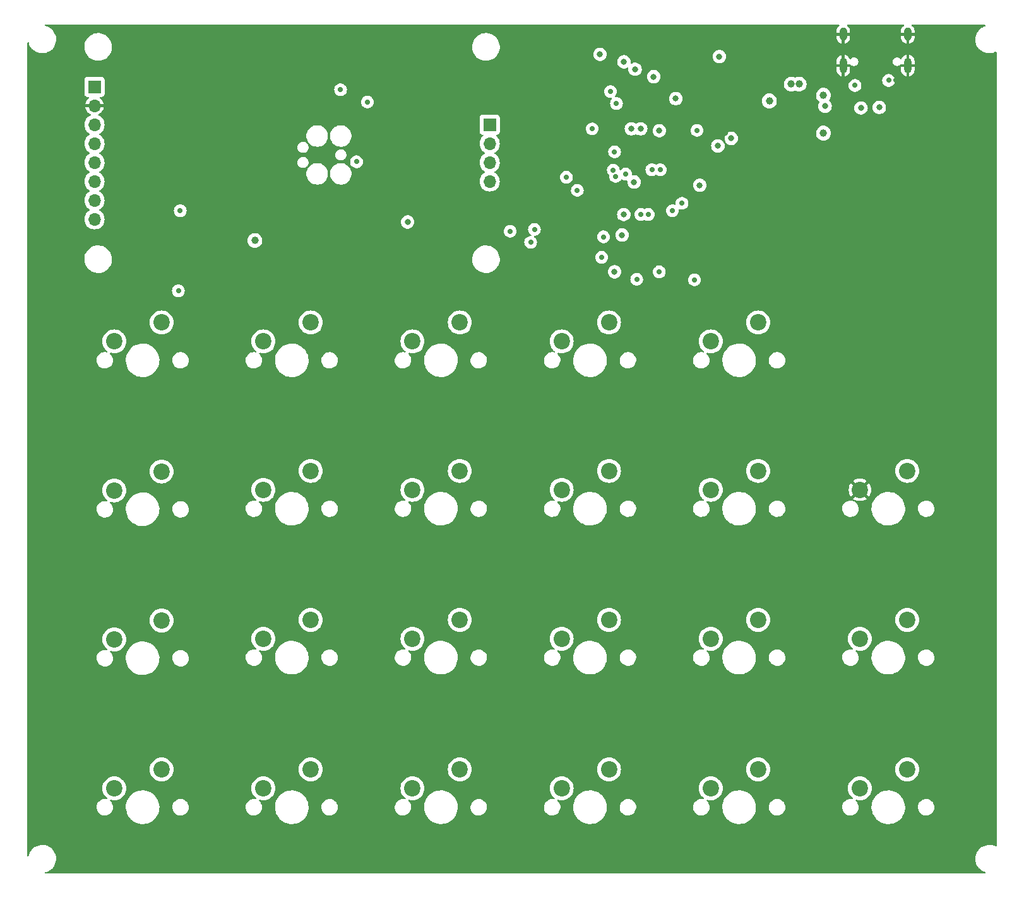
<source format=gbr>
%TF.GenerationSoftware,KiCad,Pcbnew,7.0.9*%
%TF.CreationDate,2023-12-17T15:27:51-08:00*%
%TF.ProjectId,MicroTrainer,4d696372-6f54-4726-9169-6e65722e6b69,rev?*%
%TF.SameCoordinates,Original*%
%TF.FileFunction,Copper,L2,Inr*%
%TF.FilePolarity,Positive*%
%FSLAX46Y46*%
G04 Gerber Fmt 4.6, Leading zero omitted, Abs format (unit mm)*
G04 Created by KiCad (PCBNEW 7.0.9) date 2023-12-17 15:27:51*
%MOMM*%
%LPD*%
G01*
G04 APERTURE LIST*
%TA.AperFunction,ComponentPad*%
%ADD10R,1.700000X1.700000*%
%TD*%
%TA.AperFunction,ComponentPad*%
%ADD11O,1.700000X1.700000*%
%TD*%
%TA.AperFunction,ComponentPad*%
%ADD12C,2.200000*%
%TD*%
%TA.AperFunction,ComponentPad*%
%ADD13O,1.000000X2.100000*%
%TD*%
%TA.AperFunction,ComponentPad*%
%ADD14O,1.000000X1.800000*%
%TD*%
%TA.AperFunction,ViaPad*%
%ADD15C,0.700000*%
%TD*%
%TA.AperFunction,ViaPad*%
%ADD16C,0.800000*%
%TD*%
%TA.AperFunction,ViaPad*%
%ADD17C,1.000000*%
%TD*%
G04 APERTURE END LIST*
D10*
%TO.N,/PB12SDCS*%
%TO.C,J4*%
X77000000Y-33440000D03*
D11*
%TO.N,/PB15MOSI*%
X77000000Y-35980000D03*
%TO.N,/PB14MISO*%
X77000000Y-38520000D03*
%TO.N,/PB13SCK*%
X77000000Y-41060000D03*
%TD*%
D12*
%TO.N,/PC9*%
%TO.C,SW24*%
X133000000Y-120000000D03*
%TO.N,/PA0*%
X126650000Y-122540000D03*
%TD*%
%TO.N,/PC7*%
%TO.C,SW8*%
X53000000Y-79920000D03*
%TO.N,/PA4*%
X46650000Y-82460000D03*
%TD*%
%TO.N,/PC6*%
%TO.C,SW5*%
X113000000Y-60000000D03*
%TO.N,/PA1*%
X106650000Y-62540000D03*
%TD*%
%TO.N,/PC6*%
%TO.C,SW4*%
X93000000Y-60000000D03*
%TO.N,/PA2*%
X86650000Y-62540000D03*
%TD*%
%TO.N,/PC9*%
%TO.C,SW21*%
X73000000Y-120000000D03*
%TO.N,/PA3*%
X66650000Y-122540000D03*
%TD*%
%TO.N,/PC8*%
%TO.C,SW17*%
X113000000Y-99920000D03*
%TO.N,/PA1*%
X106650000Y-102460000D03*
%TD*%
%TO.N,/PC7*%
%TO.C,SW11*%
X113000000Y-79920000D03*
%TO.N,/PA1*%
X106650000Y-82460000D03*
%TD*%
%TO.N,/PC7*%
%TO.C,SW9*%
X73000000Y-79920000D03*
%TO.N,/PA3*%
X66650000Y-82460000D03*
%TD*%
%TO.N,/PC6*%
%TO.C,SW2*%
X53000000Y-60000000D03*
%TO.N,/PA4*%
X46650000Y-62540000D03*
%TD*%
%TO.N,/PC9*%
%TO.C,SW23*%
X113000000Y-120000000D03*
%TO.N,/PA1*%
X106650000Y-122540000D03*
%TD*%
%TO.N,/PC9*%
%TO.C,SW22*%
X93000000Y-120000000D03*
%TO.N,/PA2*%
X86650000Y-122540000D03*
%TD*%
%TO.N,/PC7*%
%TO.C,SW10*%
X93000000Y-79920000D03*
%TO.N,/PA2*%
X86650000Y-82460000D03*
%TD*%
%TO.N,/PC9*%
%TO.C,SW20*%
X53000000Y-120000000D03*
%TO.N,/PA4*%
X46650000Y-122540000D03*
%TD*%
%TO.N,/PC9*%
%TO.C,SW19*%
X33000000Y-120000000D03*
%TO.N,/PA5*%
X26650000Y-122540000D03*
%TD*%
%TO.N,/PC8*%
%TO.C,SW18*%
X133000000Y-99920000D03*
%TO.N,/PA0*%
X126650000Y-102460000D03*
%TD*%
%TO.N,/PC8*%
%TO.C,SW16*%
X93000000Y-99920000D03*
%TO.N,/PA2*%
X86650000Y-102460000D03*
%TD*%
%TO.N,/PC7*%
%TO.C,SW7*%
X33000000Y-80000000D03*
%TO.N,/PA5*%
X26650000Y-82540000D03*
%TD*%
%TO.N,/PC8*%
%TO.C,SW15*%
X73000000Y-99920000D03*
%TO.N,/PA3*%
X66650000Y-102460000D03*
%TD*%
%TO.N,/PC8*%
%TO.C,SW14*%
X53000000Y-99920000D03*
%TO.N,/PA4*%
X46650000Y-102460000D03*
%TD*%
%TO.N,/PC8*%
%TO.C,SW13*%
X33000000Y-100000000D03*
%TO.N,/PA5*%
X26650000Y-102540000D03*
%TD*%
%TO.N,/PC6*%
%TO.C,SW3*%
X73000000Y-60000000D03*
%TO.N,/PA3*%
X66650000Y-62540000D03*
%TD*%
%TO.N,/PC6*%
%TO.C,SW1*%
X33000000Y-60000000D03*
%TO.N,/PA5*%
X26650000Y-62540000D03*
%TD*%
D10*
%TO.N,+5V*%
%TO.C,J5*%
X24000000Y-28360000D03*
D11*
%TO.N,GND*%
X24000000Y-30900000D03*
%TO.N,/PB10LCDCS*%
X24000000Y-33440000D03*
%TO.N,/PB7LCDRST*%
X24000000Y-35980000D03*
%TO.N,/PB6LCDA0*%
X24000000Y-38520000D03*
%TO.N,/PB15MOSI*%
X24000000Y-41060000D03*
%TO.N,/PB13SCK*%
X24000000Y-43600000D03*
%TO.N,+3V3*%
X24000000Y-46140000D03*
%TD*%
D13*
%TO.N,GND*%
%TO.C,J6*%
X133070000Y-25500000D03*
D14*
X133070000Y-21300000D03*
D13*
X124430000Y-25500000D03*
D14*
X124430000Y-21300000D03*
%TD*%
D12*
%TO.N,/NRST*%
%TO.C,SW25*%
X133000000Y-79920000D03*
%TO.N,GND*%
X126650000Y-82460000D03*
%TD*%
D15*
%TO.N,GND*%
X125000000Y-27500000D03*
X87125000Y-34500000D03*
X128000000Y-66000000D03*
X128000000Y-60000000D03*
X90600000Y-39600000D03*
X95500000Y-49750000D03*
X121500000Y-26500000D03*
X141000000Y-115800000D03*
X82000000Y-32750000D03*
X125500000Y-32500000D03*
X128000000Y-63000000D03*
X137000000Y-25400000D03*
X87125000Y-37500000D03*
X94625000Y-36250000D03*
X101000000Y-42200000D03*
X102902195Y-49750000D03*
X131500000Y-27500000D03*
D16*
X102800000Y-46800000D03*
D15*
X91430000Y-32040000D03*
X94500000Y-33500000D03*
X94400000Y-42200000D03*
X130000000Y-32500000D03*
X102000000Y-34375000D03*
X125500000Y-29500000D03*
X97000000Y-29000000D03*
X128000000Y-69000000D03*
X119500000Y-33500000D03*
X94875000Y-38125000D03*
X108600000Y-34600000D03*
X106600000Y-44000000D03*
X109500000Y-26500000D03*
D16*
X50500000Y-37500000D03*
D15*
%TO.N,+5V*%
X126000000Y-28174500D03*
D17*
X121770000Y-34580000D03*
X121770000Y-29500000D03*
D15*
X130500000Y-27500000D03*
D16*
X121980000Y-30960000D03*
D17*
%TO.N,+3V3*%
X118500000Y-28000000D03*
D15*
X93200000Y-29000000D03*
X87300000Y-40500000D03*
X102800000Y-44000000D03*
X93574198Y-39527284D03*
D17*
X114500000Y-30250000D03*
D15*
X101500000Y-45000000D03*
X59137868Y-38420000D03*
D16*
X94988391Y-45510488D03*
D15*
X94000000Y-30600000D03*
X90750000Y-34000000D03*
D17*
X117450000Y-28000000D03*
D16*
X107800000Y-24300000D03*
D15*
X104800000Y-34200000D03*
%TO.N,/SWDIO*%
X60600000Y-30400000D03*
D16*
X99750000Y-34250000D03*
X99000000Y-27000000D03*
%TO.N,/SWCLK*%
X95000000Y-25000000D03*
X101960000Y-29940000D03*
D15*
X57000000Y-28750000D03*
%TO.N,/PB15MOSI*%
X99860500Y-39500000D03*
X83000000Y-47500000D03*
X98250000Y-45500000D03*
D16*
%TO.N,/PB14MISO*%
X94750000Y-48250000D03*
D15*
X82500000Y-49250000D03*
X98750000Y-39500000D03*
%TO.N,/PB13SCK*%
X95250000Y-40075000D03*
X92250000Y-48500000D03*
X79750000Y-47750000D03*
D16*
%TO.N,/PB12SDCS*%
X105175000Y-41575000D03*
D15*
%TO.N,/NRST*%
X93750000Y-37075000D03*
%TO.N,/PA0*%
X92000000Y-51250000D03*
X93875000Y-40375000D03*
X104475000Y-54275000D03*
D16*
%TO.N,/PA1*%
X96360000Y-41140000D03*
D15*
X99750000Y-53200000D03*
D16*
X93750000Y-53200000D03*
D15*
%TO.N,/PA2*%
X88750000Y-42250000D03*
D16*
%TO.N,/PA3*%
X66000000Y-46500000D03*
D17*
%TO.N,/PA4*%
X45500000Y-49000000D03*
D15*
%TO.N,/PA5*%
X97250000Y-45500000D03*
X35250000Y-55750000D03*
X96720000Y-54200000D03*
D16*
%TO.N,/DPLUS*%
X109400000Y-35275500D03*
X126800000Y-31200000D03*
%TO.N,/DMINUS*%
X107600000Y-36299500D03*
X129250000Y-31125000D03*
%TO.N,/PB7LCDRST*%
X91787500Y-24000000D03*
X96000000Y-34000000D03*
D15*
%TO.N,/PB10LCDCS*%
X35500000Y-45000000D03*
D16*
%TO.N,/PB6LCDA0*%
X97250000Y-34000000D03*
X96500000Y-26000000D03*
%TD*%
%TA.AperFunction,Conductor*%
%TO.N,GND*%
G36*
X123891074Y-20018907D02*
G01*
X123927038Y-20068407D01*
X123927038Y-20129593D01*
X123891074Y-20179093D01*
X123824462Y-20227489D01*
X123824460Y-20227490D01*
X123697876Y-20368077D01*
X123697872Y-20368083D01*
X123603285Y-20531911D01*
X123603279Y-20531925D01*
X123544819Y-20711840D01*
X123544819Y-20711843D01*
X123530000Y-20852834D01*
X123530000Y-21099999D01*
X123530001Y-21100000D01*
X124130000Y-21100000D01*
X124130000Y-21500000D01*
X123530001Y-21500000D01*
X123530000Y-21500001D01*
X123530000Y-21747165D01*
X123544819Y-21888156D01*
X123544819Y-21888159D01*
X123603279Y-22068074D01*
X123603285Y-22068088D01*
X123697872Y-22231916D01*
X123697876Y-22231922D01*
X123824460Y-22372509D01*
X123824462Y-22372510D01*
X123977524Y-22483717D01*
X123977531Y-22483721D01*
X124150346Y-22560662D01*
X124150355Y-22560665D01*
X124230000Y-22577593D01*
X124230000Y-21924899D01*
X124293962Y-21973201D01*
X124401840Y-22003895D01*
X124513521Y-21993546D01*
X124613922Y-21943552D01*
X124630000Y-21925915D01*
X124630000Y-22577593D01*
X124709644Y-22560665D01*
X124709653Y-22560662D01*
X124882467Y-22483721D01*
X124882474Y-22483717D01*
X125035538Y-22372510D01*
X125035539Y-22372509D01*
X125162123Y-22231922D01*
X125162127Y-22231916D01*
X125256714Y-22068088D01*
X125256720Y-22068074D01*
X125315180Y-21888159D01*
X125315180Y-21888156D01*
X125329999Y-21747165D01*
X125330000Y-21747161D01*
X125330000Y-21500001D01*
X125329999Y-21500000D01*
X124730000Y-21500000D01*
X124730000Y-21100000D01*
X125329999Y-21100000D01*
X125330000Y-21099999D01*
X125330000Y-20852838D01*
X125329999Y-20852834D01*
X125315180Y-20711843D01*
X125315180Y-20711840D01*
X125256720Y-20531925D01*
X125256714Y-20531911D01*
X125162127Y-20368083D01*
X125162123Y-20368077D01*
X125035539Y-20227490D01*
X125035537Y-20227489D01*
X124968926Y-20179093D01*
X124932962Y-20129593D01*
X124932962Y-20068407D01*
X124968926Y-20018907D01*
X125027117Y-20000000D01*
X132472883Y-20000000D01*
X132531074Y-20018907D01*
X132567038Y-20068407D01*
X132567038Y-20129593D01*
X132531074Y-20179093D01*
X132464462Y-20227489D01*
X132464460Y-20227490D01*
X132337876Y-20368077D01*
X132337872Y-20368083D01*
X132243285Y-20531911D01*
X132243279Y-20531925D01*
X132184819Y-20711840D01*
X132184819Y-20711843D01*
X132170000Y-20852834D01*
X132170000Y-21099999D01*
X132170001Y-21100000D01*
X132770000Y-21100000D01*
X132770000Y-21500000D01*
X132170001Y-21500000D01*
X132170000Y-21500001D01*
X132170000Y-21747165D01*
X132184819Y-21888156D01*
X132184819Y-21888159D01*
X132243279Y-22068074D01*
X132243285Y-22068088D01*
X132337872Y-22231916D01*
X132337876Y-22231922D01*
X132464460Y-22372509D01*
X132464462Y-22372510D01*
X132617524Y-22483717D01*
X132617531Y-22483721D01*
X132790346Y-22560662D01*
X132790355Y-22560665D01*
X132870000Y-22577593D01*
X132870000Y-21924899D01*
X132933962Y-21973201D01*
X133041840Y-22003895D01*
X133153521Y-21993546D01*
X133253922Y-21943552D01*
X133270000Y-21925915D01*
X133270000Y-22577593D01*
X133349644Y-22560665D01*
X133349653Y-22560662D01*
X133522467Y-22483721D01*
X133522474Y-22483717D01*
X133675538Y-22372510D01*
X133675539Y-22372509D01*
X133802123Y-22231922D01*
X133802127Y-22231916D01*
X133896714Y-22068088D01*
X133896720Y-22068074D01*
X133955180Y-21888159D01*
X133955180Y-21888156D01*
X133969999Y-21747165D01*
X133970000Y-21747161D01*
X133970000Y-21500001D01*
X133969999Y-21500000D01*
X133370000Y-21500000D01*
X133370000Y-21100000D01*
X133969999Y-21100000D01*
X133970000Y-21099999D01*
X133970000Y-20852838D01*
X133969999Y-20852834D01*
X133955180Y-20711843D01*
X133955180Y-20711840D01*
X133896720Y-20531925D01*
X133896714Y-20531911D01*
X133802127Y-20368083D01*
X133802123Y-20368077D01*
X133675539Y-20227490D01*
X133675537Y-20227489D01*
X133608926Y-20179093D01*
X133572962Y-20129593D01*
X133572962Y-20068407D01*
X133608926Y-20018907D01*
X133667117Y-20000000D01*
X142998227Y-20000000D01*
X143001759Y-20000126D01*
X143061465Y-20004396D01*
X143277574Y-20019852D01*
X143291548Y-20021862D01*
X143413524Y-20048397D01*
X143466365Y-20079241D01*
X143490985Y-20135255D01*
X143477979Y-20195042D01*
X143432314Y-20235766D01*
X143427862Y-20237594D01*
X143262623Y-20300793D01*
X143212439Y-20319987D01*
X142976219Y-20452561D01*
X142761826Y-20618108D01*
X142573814Y-20813119D01*
X142416199Y-21033422D01*
X142292342Y-21274328D01*
X142204884Y-21530687D01*
X142204881Y-21530698D01*
X142155680Y-21797069D01*
X142145788Y-22067765D01*
X142175414Y-22337020D01*
X142233882Y-22560662D01*
X142243928Y-22599088D01*
X142349870Y-22848390D01*
X142401040Y-22932235D01*
X142490983Y-23079612D01*
X142604361Y-23215850D01*
X142664255Y-23287820D01*
X142708108Y-23327112D01*
X142865110Y-23467787D01*
X142865998Y-23468582D01*
X143063258Y-23599088D01*
X143091913Y-23618046D01*
X143224100Y-23680012D01*
X143337176Y-23733020D01*
X143452716Y-23767781D01*
X143596555Y-23811056D01*
X143596559Y-23811057D01*
X143596569Y-23811060D01*
X143763840Y-23835677D01*
X143864560Y-23850500D01*
X143864561Y-23850500D01*
X144067633Y-23850500D01*
X144125495Y-23846264D01*
X144270156Y-23835677D01*
X144534553Y-23776780D01*
X144787558Y-23680014D01*
X144852547Y-23643539D01*
X144912546Y-23631549D01*
X144968135Y-23657114D01*
X144998080Y-23710470D01*
X145000000Y-23729873D01*
X145000000Y-130269294D01*
X144981093Y-130327485D01*
X144931593Y-130363449D01*
X144870407Y-130363449D01*
X144858979Y-130358933D01*
X144662822Y-130266979D01*
X144403444Y-130188943D01*
X144403428Y-130188939D01*
X144135440Y-130149500D01*
X144135439Y-130149500D01*
X143932369Y-130149500D01*
X143932367Y-130149500D01*
X143729848Y-130164322D01*
X143465450Y-130223219D01*
X143212439Y-130319987D01*
X142976219Y-130452561D01*
X142761826Y-130618108D01*
X142573814Y-130813119D01*
X142416199Y-131033422D01*
X142292342Y-131274328D01*
X142204884Y-131530687D01*
X142204881Y-131530698D01*
X142155680Y-131797069D01*
X142145788Y-132067765D01*
X142175414Y-132337020D01*
X142209997Y-132469301D01*
X142243928Y-132599088D01*
X142349870Y-132848390D01*
X142421999Y-132966577D01*
X142490983Y-133079612D01*
X142580252Y-133186880D01*
X142664255Y-133287820D01*
X142865998Y-133468582D01*
X143088624Y-133615870D01*
X143091913Y-133618046D01*
X143224100Y-133680012D01*
X143337176Y-133733020D01*
X143379891Y-133745871D01*
X143424519Y-133759298D01*
X143474795Y-133794168D01*
X143494973Y-133851930D01*
X143477346Y-133910521D01*
X143428646Y-133947561D01*
X143417041Y-133950837D01*
X143291547Y-133978137D01*
X143277566Y-133980148D01*
X143001760Y-133999874D01*
X142998227Y-134000000D01*
X17432230Y-134000000D01*
X17374039Y-133981093D01*
X17338075Y-133931593D01*
X17338075Y-133870407D01*
X17374039Y-133820907D01*
X17410701Y-133804369D01*
X17534553Y-133776780D01*
X17787558Y-133680014D01*
X18023777Y-133547441D01*
X18238177Y-133381888D01*
X18426186Y-133186881D01*
X18583799Y-132966579D01*
X18707656Y-132725675D01*
X18795118Y-132469305D01*
X18844319Y-132202933D01*
X18854212Y-131932235D01*
X18824586Y-131662982D01*
X18756072Y-131400912D01*
X18650130Y-131151610D01*
X18509018Y-130920390D01*
X18335745Y-130712180D01*
X18230754Y-130618108D01*
X18134007Y-130531422D01*
X18134004Y-130531420D01*
X18134002Y-130531418D01*
X17984489Y-130432501D01*
X17908086Y-130381953D01*
X17662822Y-130266979D01*
X17403444Y-130188943D01*
X17403428Y-130188939D01*
X17135440Y-130149500D01*
X17135439Y-130149500D01*
X16932369Y-130149500D01*
X16932367Y-130149500D01*
X16729848Y-130164322D01*
X16465450Y-130223219D01*
X16212439Y-130319987D01*
X15976219Y-130452561D01*
X15761826Y-130618108D01*
X15573814Y-130813119D01*
X15416199Y-131033422D01*
X15292342Y-131274328D01*
X15204884Y-131530687D01*
X15204881Y-131530698D01*
X15196353Y-131576869D01*
X15167191Y-131630658D01*
X15111982Y-131657032D01*
X15051814Y-131645919D01*
X15009670Y-131601562D01*
X15000000Y-131558887D01*
X15000000Y-125027400D01*
X24275746Y-125027400D01*
X24285746Y-125237330D01*
X24285747Y-125237337D01*
X24335295Y-125441573D01*
X24335300Y-125441586D01*
X24422602Y-125632751D01*
X24422604Y-125632754D01*
X24544511Y-125803949D01*
X24544513Y-125803951D01*
X24544514Y-125803952D01*
X24696622Y-125948986D01*
X24873428Y-126062613D01*
X25068543Y-126140725D01*
X25274915Y-126180500D01*
X25274918Y-126180500D01*
X25432425Y-126180500D01*
X25589218Y-126165528D01*
X25790875Y-126106316D01*
X25977682Y-126010011D01*
X26142886Y-125880092D01*
X26280519Y-125721256D01*
X26385604Y-125539244D01*
X26454344Y-125340633D01*
X26480980Y-125155371D01*
X28205723Y-125155371D01*
X28235881Y-125455156D01*
X28305728Y-125748251D01*
X28305731Y-125748261D01*
X28360575Y-125890661D01*
X28414022Y-126029431D01*
X28414026Y-126029441D01*
X28558825Y-126293665D01*
X28737554Y-126536239D01*
X28737556Y-126536241D01*
X28845673Y-126648032D01*
X28947020Y-126752824D01*
X28947028Y-126752830D01*
X28947034Y-126752836D01*
X29183471Y-126939548D01*
X29183485Y-126939558D01*
X29320430Y-127020671D01*
X29442730Y-127093109D01*
X29720128Y-127210736D01*
X29720132Y-127210737D01*
X29720140Y-127210740D01*
X29980581Y-127282081D01*
X30010729Y-127290340D01*
X30309347Y-127330500D01*
X30309348Y-127330500D01*
X30535238Y-127330500D01*
X30535244Y-127330500D01*
X30760634Y-127315412D01*
X31055903Y-127255396D01*
X31340537Y-127156560D01*
X31609459Y-127020668D01*
X31857869Y-126850144D01*
X32081333Y-126648032D01*
X32275865Y-126417939D01*
X32437993Y-126163970D01*
X32564823Y-125890658D01*
X32654093Y-125602879D01*
X32704209Y-125305770D01*
X32713516Y-125027400D01*
X34435746Y-125027400D01*
X34445746Y-125237330D01*
X34445747Y-125237337D01*
X34495295Y-125441573D01*
X34495300Y-125441586D01*
X34582602Y-125632751D01*
X34582604Y-125632754D01*
X34704511Y-125803949D01*
X34704513Y-125803951D01*
X34704514Y-125803952D01*
X34856622Y-125948986D01*
X35033428Y-126062613D01*
X35228543Y-126140725D01*
X35434915Y-126180500D01*
X35434918Y-126180500D01*
X35592425Y-126180500D01*
X35749218Y-126165528D01*
X35950875Y-126106316D01*
X36137682Y-126010011D01*
X36302886Y-125880092D01*
X36440519Y-125721256D01*
X36545604Y-125539244D01*
X36614344Y-125340633D01*
X36644254Y-125132602D01*
X36639243Y-125027400D01*
X44275746Y-125027400D01*
X44285746Y-125237330D01*
X44285747Y-125237337D01*
X44335295Y-125441573D01*
X44335300Y-125441586D01*
X44422602Y-125632751D01*
X44422604Y-125632754D01*
X44544511Y-125803949D01*
X44544513Y-125803951D01*
X44544514Y-125803952D01*
X44696622Y-125948986D01*
X44873428Y-126062613D01*
X45068543Y-126140725D01*
X45274915Y-126180500D01*
X45274918Y-126180500D01*
X45432425Y-126180500D01*
X45589218Y-126165528D01*
X45790875Y-126106316D01*
X45977682Y-126010011D01*
X46142886Y-125880092D01*
X46280519Y-125721256D01*
X46385604Y-125539244D01*
X46454344Y-125340633D01*
X46480980Y-125155371D01*
X48205723Y-125155371D01*
X48235881Y-125455156D01*
X48305728Y-125748251D01*
X48305731Y-125748261D01*
X48360575Y-125890661D01*
X48414022Y-126029431D01*
X48414026Y-126029441D01*
X48558825Y-126293665D01*
X48737554Y-126536239D01*
X48737556Y-126536241D01*
X48845673Y-126648032D01*
X48947020Y-126752824D01*
X48947028Y-126752830D01*
X48947034Y-126752836D01*
X49183471Y-126939548D01*
X49183485Y-126939558D01*
X49320430Y-127020671D01*
X49442730Y-127093109D01*
X49720128Y-127210736D01*
X49720132Y-127210737D01*
X49720140Y-127210740D01*
X49980581Y-127282081D01*
X50010729Y-127290340D01*
X50309347Y-127330500D01*
X50309348Y-127330500D01*
X50535238Y-127330500D01*
X50535244Y-127330500D01*
X50760634Y-127315412D01*
X51055903Y-127255396D01*
X51340537Y-127156560D01*
X51609459Y-127020668D01*
X51857869Y-126850144D01*
X52081333Y-126648032D01*
X52275865Y-126417939D01*
X52437993Y-126163970D01*
X52564823Y-125890658D01*
X52654093Y-125602879D01*
X52704209Y-125305770D01*
X52713516Y-125027400D01*
X54435746Y-125027400D01*
X54445746Y-125237330D01*
X54445747Y-125237337D01*
X54495295Y-125441573D01*
X54495300Y-125441586D01*
X54582602Y-125632751D01*
X54582604Y-125632754D01*
X54704511Y-125803949D01*
X54704513Y-125803951D01*
X54704514Y-125803952D01*
X54856622Y-125948986D01*
X55033428Y-126062613D01*
X55228543Y-126140725D01*
X55434915Y-126180500D01*
X55434918Y-126180500D01*
X55592425Y-126180500D01*
X55749218Y-126165528D01*
X55950875Y-126106316D01*
X56137682Y-126010011D01*
X56302886Y-125880092D01*
X56440519Y-125721256D01*
X56545604Y-125539244D01*
X56614344Y-125340633D01*
X56644254Y-125132602D01*
X56639243Y-125027400D01*
X64275746Y-125027400D01*
X64285746Y-125237330D01*
X64285747Y-125237337D01*
X64335295Y-125441573D01*
X64335300Y-125441586D01*
X64422602Y-125632751D01*
X64422604Y-125632754D01*
X64544511Y-125803949D01*
X64544513Y-125803951D01*
X64544514Y-125803952D01*
X64696622Y-125948986D01*
X64873428Y-126062613D01*
X65068543Y-126140725D01*
X65274915Y-126180500D01*
X65274918Y-126180500D01*
X65432425Y-126180500D01*
X65589218Y-126165528D01*
X65790875Y-126106316D01*
X65977682Y-126010011D01*
X66142886Y-125880092D01*
X66280519Y-125721256D01*
X66385604Y-125539244D01*
X66454344Y-125340633D01*
X66480980Y-125155371D01*
X68205723Y-125155371D01*
X68235881Y-125455156D01*
X68305728Y-125748251D01*
X68305731Y-125748261D01*
X68360575Y-125890661D01*
X68414022Y-126029431D01*
X68414026Y-126029441D01*
X68558825Y-126293665D01*
X68737554Y-126536239D01*
X68737556Y-126536241D01*
X68845673Y-126648032D01*
X68947020Y-126752824D01*
X68947028Y-126752830D01*
X68947034Y-126752836D01*
X69183471Y-126939548D01*
X69183485Y-126939558D01*
X69320430Y-127020671D01*
X69442730Y-127093109D01*
X69720128Y-127210736D01*
X69720132Y-127210737D01*
X69720140Y-127210740D01*
X69980581Y-127282081D01*
X70010729Y-127290340D01*
X70309347Y-127330500D01*
X70309348Y-127330500D01*
X70535238Y-127330500D01*
X70535244Y-127330500D01*
X70760634Y-127315412D01*
X71055903Y-127255396D01*
X71340537Y-127156560D01*
X71609459Y-127020668D01*
X71857869Y-126850144D01*
X72081333Y-126648032D01*
X72275865Y-126417939D01*
X72437993Y-126163970D01*
X72564823Y-125890658D01*
X72654093Y-125602879D01*
X72704209Y-125305770D01*
X72713516Y-125027400D01*
X74435746Y-125027400D01*
X74445746Y-125237330D01*
X74445747Y-125237337D01*
X74495295Y-125441573D01*
X74495300Y-125441586D01*
X74582602Y-125632751D01*
X74582604Y-125632754D01*
X74704511Y-125803949D01*
X74704513Y-125803951D01*
X74704514Y-125803952D01*
X74856622Y-125948986D01*
X75033428Y-126062613D01*
X75228543Y-126140725D01*
X75434915Y-126180500D01*
X75434918Y-126180500D01*
X75592425Y-126180500D01*
X75749218Y-126165528D01*
X75950875Y-126106316D01*
X76137682Y-126010011D01*
X76302886Y-125880092D01*
X76440519Y-125721256D01*
X76545604Y-125539244D01*
X76614344Y-125340633D01*
X76644254Y-125132602D01*
X76639243Y-125027400D01*
X84275746Y-125027400D01*
X84285746Y-125237330D01*
X84285747Y-125237337D01*
X84335295Y-125441573D01*
X84335300Y-125441586D01*
X84422602Y-125632751D01*
X84422604Y-125632754D01*
X84544511Y-125803949D01*
X84544513Y-125803951D01*
X84544514Y-125803952D01*
X84696622Y-125948986D01*
X84873428Y-126062613D01*
X85068543Y-126140725D01*
X85274915Y-126180500D01*
X85274918Y-126180500D01*
X85432425Y-126180500D01*
X85589218Y-126165528D01*
X85790875Y-126106316D01*
X85977682Y-126010011D01*
X86142886Y-125880092D01*
X86280519Y-125721256D01*
X86385604Y-125539244D01*
X86454344Y-125340633D01*
X86480980Y-125155371D01*
X88205723Y-125155371D01*
X88235881Y-125455156D01*
X88305728Y-125748251D01*
X88305731Y-125748261D01*
X88360575Y-125890661D01*
X88414022Y-126029431D01*
X88414026Y-126029441D01*
X88558825Y-126293665D01*
X88737554Y-126536239D01*
X88737556Y-126536241D01*
X88845673Y-126648032D01*
X88947020Y-126752824D01*
X88947028Y-126752830D01*
X88947034Y-126752836D01*
X89183471Y-126939548D01*
X89183485Y-126939558D01*
X89320430Y-127020671D01*
X89442730Y-127093109D01*
X89720128Y-127210736D01*
X89720132Y-127210737D01*
X89720140Y-127210740D01*
X89980581Y-127282081D01*
X90010729Y-127290340D01*
X90309347Y-127330500D01*
X90309348Y-127330500D01*
X90535238Y-127330500D01*
X90535244Y-127330500D01*
X90760634Y-127315412D01*
X91055903Y-127255396D01*
X91340537Y-127156560D01*
X91609459Y-127020668D01*
X91857869Y-126850144D01*
X92081333Y-126648032D01*
X92275865Y-126417939D01*
X92437993Y-126163970D01*
X92564823Y-125890658D01*
X92654093Y-125602879D01*
X92704209Y-125305770D01*
X92713516Y-125027400D01*
X94435746Y-125027400D01*
X94445746Y-125237330D01*
X94445747Y-125237337D01*
X94495295Y-125441573D01*
X94495300Y-125441586D01*
X94582602Y-125632751D01*
X94582604Y-125632754D01*
X94704511Y-125803949D01*
X94704513Y-125803951D01*
X94704514Y-125803952D01*
X94856622Y-125948986D01*
X95033428Y-126062613D01*
X95228543Y-126140725D01*
X95434915Y-126180500D01*
X95434918Y-126180500D01*
X95592425Y-126180500D01*
X95749218Y-126165528D01*
X95950875Y-126106316D01*
X96137682Y-126010011D01*
X96302886Y-125880092D01*
X96440519Y-125721256D01*
X96545604Y-125539244D01*
X96614344Y-125340633D01*
X96644254Y-125132602D01*
X96639243Y-125027400D01*
X104275746Y-125027400D01*
X104285746Y-125237330D01*
X104285747Y-125237337D01*
X104335295Y-125441573D01*
X104335300Y-125441586D01*
X104422602Y-125632751D01*
X104422604Y-125632754D01*
X104544511Y-125803949D01*
X104544513Y-125803951D01*
X104544514Y-125803952D01*
X104696622Y-125948986D01*
X104873428Y-126062613D01*
X105068543Y-126140725D01*
X105274915Y-126180500D01*
X105274918Y-126180500D01*
X105432425Y-126180500D01*
X105589218Y-126165528D01*
X105790875Y-126106316D01*
X105977682Y-126010011D01*
X106142886Y-125880092D01*
X106280519Y-125721256D01*
X106385604Y-125539244D01*
X106454344Y-125340633D01*
X106480980Y-125155371D01*
X108205723Y-125155371D01*
X108235881Y-125455156D01*
X108305728Y-125748251D01*
X108305731Y-125748261D01*
X108360575Y-125890661D01*
X108414022Y-126029431D01*
X108414026Y-126029441D01*
X108558825Y-126293665D01*
X108737554Y-126536239D01*
X108737556Y-126536241D01*
X108845673Y-126648032D01*
X108947020Y-126752824D01*
X108947028Y-126752830D01*
X108947034Y-126752836D01*
X109183471Y-126939548D01*
X109183485Y-126939558D01*
X109320430Y-127020671D01*
X109442730Y-127093109D01*
X109720128Y-127210736D01*
X109720132Y-127210737D01*
X109720140Y-127210740D01*
X109980581Y-127282081D01*
X110010729Y-127290340D01*
X110309347Y-127330500D01*
X110309348Y-127330500D01*
X110535238Y-127330500D01*
X110535244Y-127330500D01*
X110760634Y-127315412D01*
X111055903Y-127255396D01*
X111340537Y-127156560D01*
X111609459Y-127020668D01*
X111857869Y-126850144D01*
X112081333Y-126648032D01*
X112275865Y-126417939D01*
X112437993Y-126163970D01*
X112564823Y-125890658D01*
X112654093Y-125602879D01*
X112704209Y-125305770D01*
X112713516Y-125027400D01*
X114435746Y-125027400D01*
X114445746Y-125237330D01*
X114445747Y-125237337D01*
X114495295Y-125441573D01*
X114495300Y-125441586D01*
X114582602Y-125632751D01*
X114582604Y-125632754D01*
X114704511Y-125803949D01*
X114704513Y-125803951D01*
X114704514Y-125803952D01*
X114856622Y-125948986D01*
X115033428Y-126062613D01*
X115228543Y-126140725D01*
X115434915Y-126180500D01*
X115434918Y-126180500D01*
X115592425Y-126180500D01*
X115749218Y-126165528D01*
X115950875Y-126106316D01*
X116137682Y-126010011D01*
X116302886Y-125880092D01*
X116440519Y-125721256D01*
X116545604Y-125539244D01*
X116614344Y-125340633D01*
X116644254Y-125132602D01*
X116639243Y-125027400D01*
X124275746Y-125027400D01*
X124285746Y-125237330D01*
X124285747Y-125237337D01*
X124335295Y-125441573D01*
X124335300Y-125441586D01*
X124422602Y-125632751D01*
X124422604Y-125632754D01*
X124544511Y-125803949D01*
X124544513Y-125803951D01*
X124544514Y-125803952D01*
X124696622Y-125948986D01*
X124873428Y-126062613D01*
X125068543Y-126140725D01*
X125274915Y-126180500D01*
X125274918Y-126180500D01*
X125432425Y-126180500D01*
X125589218Y-126165528D01*
X125790875Y-126106316D01*
X125977682Y-126010011D01*
X126142886Y-125880092D01*
X126280519Y-125721256D01*
X126385604Y-125539244D01*
X126454344Y-125340633D01*
X126480980Y-125155371D01*
X128205723Y-125155371D01*
X128235881Y-125455156D01*
X128305728Y-125748251D01*
X128305731Y-125748261D01*
X128360575Y-125890661D01*
X128414022Y-126029431D01*
X128414026Y-126029441D01*
X128558825Y-126293665D01*
X128737554Y-126536239D01*
X128737556Y-126536241D01*
X128845673Y-126648032D01*
X128947020Y-126752824D01*
X128947028Y-126752830D01*
X128947034Y-126752836D01*
X129183471Y-126939548D01*
X129183485Y-126939558D01*
X129320430Y-127020671D01*
X129442730Y-127093109D01*
X129720128Y-127210736D01*
X129720132Y-127210737D01*
X129720140Y-127210740D01*
X129980581Y-127282081D01*
X130010729Y-127290340D01*
X130309347Y-127330500D01*
X130309348Y-127330500D01*
X130535238Y-127330500D01*
X130535244Y-127330500D01*
X130760634Y-127315412D01*
X131055903Y-127255396D01*
X131340537Y-127156560D01*
X131609459Y-127020668D01*
X131857869Y-126850144D01*
X132081333Y-126648032D01*
X132275865Y-126417939D01*
X132437993Y-126163970D01*
X132564823Y-125890658D01*
X132654093Y-125602879D01*
X132704209Y-125305770D01*
X132713516Y-125027400D01*
X134435746Y-125027400D01*
X134445746Y-125237330D01*
X134445747Y-125237337D01*
X134495295Y-125441573D01*
X134495300Y-125441586D01*
X134582602Y-125632751D01*
X134582604Y-125632754D01*
X134704511Y-125803949D01*
X134704513Y-125803951D01*
X134704514Y-125803952D01*
X134856622Y-125948986D01*
X135033428Y-126062613D01*
X135228543Y-126140725D01*
X135434915Y-126180500D01*
X135434918Y-126180500D01*
X135592425Y-126180500D01*
X135749218Y-126165528D01*
X135950875Y-126106316D01*
X136137682Y-126010011D01*
X136302886Y-125880092D01*
X136440519Y-125721256D01*
X136545604Y-125539244D01*
X136614344Y-125340633D01*
X136644254Y-125132602D01*
X136634254Y-124922670D01*
X136584704Y-124718424D01*
X136578502Y-124704843D01*
X136497397Y-124527248D01*
X136497395Y-124527245D01*
X136375488Y-124356050D01*
X136295631Y-124279907D01*
X136223378Y-124211014D01*
X136046572Y-124097387D01*
X136046569Y-124097386D01*
X136046568Y-124097385D01*
X135937409Y-124053685D01*
X135851457Y-124019275D01*
X135645085Y-123979500D01*
X135487575Y-123979500D01*
X135330781Y-123994472D01*
X135129120Y-124053685D01*
X134942320Y-124149987D01*
X134942317Y-124149989D01*
X134777113Y-124279907D01*
X134639480Y-124438744D01*
X134534397Y-124620753D01*
X134534394Y-124620760D01*
X134465657Y-124819362D01*
X134465655Y-124819368D01*
X134435746Y-125027393D01*
X134435746Y-125027400D01*
X132713516Y-125027400D01*
X132714277Y-125004631D01*
X132684118Y-124704838D01*
X132614269Y-124411739D01*
X132505977Y-124130566D01*
X132487794Y-124097387D01*
X132432251Y-123996033D01*
X132361175Y-123866335D01*
X132269609Y-123742061D01*
X132182445Y-123623760D01*
X132182443Y-123623758D01*
X132071410Y-123508952D01*
X131972980Y-123407176D01*
X131972972Y-123407169D01*
X131972965Y-123407163D01*
X131736528Y-123220451D01*
X131736514Y-123220441D01*
X131477271Y-123066891D01*
X131477264Y-123066888D01*
X131199875Y-122949265D01*
X131199859Y-122949259D01*
X130909277Y-122869661D01*
X130909270Y-122869659D01*
X130650812Y-122834900D01*
X130610653Y-122829500D01*
X130384756Y-122829500D01*
X130249522Y-122838552D01*
X130159362Y-122844588D01*
X129864104Y-122904602D01*
X129864089Y-122904606D01*
X129579459Y-123003441D01*
X129579456Y-123003443D01*
X129310546Y-123139328D01*
X129062125Y-123309860D01*
X128838667Y-123511967D01*
X128644133Y-123742063D01*
X128482004Y-123996033D01*
X128355178Y-124269338D01*
X128355176Y-124269344D01*
X128265911Y-124557106D01*
X128265907Y-124557121D01*
X128215791Y-124854230D01*
X128210002Y-125027398D01*
X128205723Y-125155371D01*
X126480980Y-125155371D01*
X126484254Y-125132602D01*
X126474254Y-124922670D01*
X126424704Y-124718424D01*
X126418502Y-124704843D01*
X126337397Y-124527248D01*
X126337395Y-124527245D01*
X126215488Y-124356050D01*
X126097010Y-124243082D01*
X126067943Y-124189242D01*
X126076074Y-124128599D01*
X126118297Y-124084317D01*
X126178484Y-124073310D01*
X126188426Y-124075164D01*
X126398852Y-124125683D01*
X126650000Y-124145449D01*
X126901148Y-124125683D01*
X127146111Y-124066873D01*
X127378859Y-123970466D01*
X127593659Y-123838836D01*
X127785224Y-123675224D01*
X127948836Y-123483659D01*
X128080466Y-123268859D01*
X128176873Y-123036111D01*
X128235683Y-122791148D01*
X128255449Y-122540000D01*
X128235683Y-122288852D01*
X128176873Y-122043889D01*
X128080466Y-121811141D01*
X127948836Y-121596341D01*
X127807166Y-121430467D01*
X127785232Y-121404785D01*
X127785229Y-121404782D01*
X127785224Y-121404776D01*
X127785217Y-121404770D01*
X127785214Y-121404767D01*
X127593664Y-121241168D01*
X127593656Y-121241162D01*
X127378862Y-121109535D01*
X127378856Y-121109532D01*
X127146112Y-121013127D01*
X127146113Y-121013127D01*
X126901146Y-120954316D01*
X126650000Y-120934551D01*
X126398853Y-120954316D01*
X126153886Y-121013127D01*
X125921143Y-121109532D01*
X125921137Y-121109535D01*
X125706343Y-121241162D01*
X125706335Y-121241168D01*
X125514785Y-121404767D01*
X125514767Y-121404785D01*
X125351168Y-121596335D01*
X125351162Y-121596343D01*
X125219535Y-121811137D01*
X125219532Y-121811143D01*
X125123127Y-122043886D01*
X125064316Y-122288853D01*
X125044551Y-122540000D01*
X125064316Y-122791146D01*
X125123127Y-123036113D01*
X125219532Y-123268856D01*
X125219535Y-123268862D01*
X125351162Y-123483656D01*
X125351168Y-123483664D01*
X125470821Y-123623760D01*
X125514776Y-123675224D01*
X125514782Y-123675229D01*
X125514785Y-123675232D01*
X125698499Y-123832138D01*
X125730469Y-123884307D01*
X125725668Y-123945303D01*
X125685932Y-123991829D01*
X125626437Y-124006113D01*
X125615469Y-124004629D01*
X125542336Y-123990534D01*
X125485085Y-123979500D01*
X125327575Y-123979500D01*
X125170781Y-123994472D01*
X124969120Y-124053685D01*
X124782320Y-124149987D01*
X124782317Y-124149989D01*
X124617113Y-124279907D01*
X124479480Y-124438744D01*
X124374397Y-124620753D01*
X124374394Y-124620760D01*
X124305657Y-124819362D01*
X124305655Y-124819368D01*
X124275746Y-125027393D01*
X124275746Y-125027400D01*
X116639243Y-125027400D01*
X116634254Y-124922670D01*
X116584704Y-124718424D01*
X116578502Y-124704843D01*
X116497397Y-124527248D01*
X116497395Y-124527245D01*
X116375488Y-124356050D01*
X116295631Y-124279907D01*
X116223378Y-124211014D01*
X116046572Y-124097387D01*
X116046569Y-124097386D01*
X116046568Y-124097385D01*
X115937409Y-124053685D01*
X115851457Y-124019275D01*
X115645085Y-123979500D01*
X115487575Y-123979500D01*
X115330781Y-123994472D01*
X115129120Y-124053685D01*
X114942320Y-124149987D01*
X114942317Y-124149989D01*
X114777113Y-124279907D01*
X114639480Y-124438744D01*
X114534397Y-124620753D01*
X114534394Y-124620760D01*
X114465657Y-124819362D01*
X114465655Y-124819368D01*
X114435746Y-125027393D01*
X114435746Y-125027400D01*
X112713516Y-125027400D01*
X112714277Y-125004631D01*
X112684118Y-124704838D01*
X112614269Y-124411739D01*
X112505977Y-124130566D01*
X112487794Y-124097387D01*
X112432251Y-123996033D01*
X112361175Y-123866335D01*
X112269609Y-123742061D01*
X112182445Y-123623760D01*
X112182443Y-123623758D01*
X112071410Y-123508952D01*
X111972980Y-123407176D01*
X111972972Y-123407169D01*
X111972965Y-123407163D01*
X111736528Y-123220451D01*
X111736514Y-123220441D01*
X111477271Y-123066891D01*
X111477264Y-123066888D01*
X111199875Y-122949265D01*
X111199859Y-122949259D01*
X110909277Y-122869661D01*
X110909270Y-122869659D01*
X110650812Y-122834900D01*
X110610653Y-122829500D01*
X110384756Y-122829500D01*
X110249522Y-122838552D01*
X110159362Y-122844588D01*
X109864104Y-122904602D01*
X109864089Y-122904606D01*
X109579459Y-123003441D01*
X109579456Y-123003443D01*
X109310546Y-123139328D01*
X109062125Y-123309860D01*
X108838667Y-123511967D01*
X108644133Y-123742063D01*
X108482004Y-123996033D01*
X108355178Y-124269338D01*
X108355176Y-124269344D01*
X108265911Y-124557106D01*
X108265907Y-124557121D01*
X108215791Y-124854230D01*
X108210002Y-125027398D01*
X108205723Y-125155371D01*
X106480980Y-125155371D01*
X106484254Y-125132602D01*
X106474254Y-124922670D01*
X106424704Y-124718424D01*
X106418502Y-124704843D01*
X106337397Y-124527248D01*
X106337395Y-124527245D01*
X106215488Y-124356050D01*
X106097010Y-124243082D01*
X106067943Y-124189242D01*
X106076074Y-124128599D01*
X106118297Y-124084317D01*
X106178484Y-124073310D01*
X106188426Y-124075164D01*
X106398852Y-124125683D01*
X106650000Y-124145449D01*
X106901148Y-124125683D01*
X107146111Y-124066873D01*
X107378859Y-123970466D01*
X107593659Y-123838836D01*
X107785224Y-123675224D01*
X107948836Y-123483659D01*
X108080466Y-123268859D01*
X108176873Y-123036111D01*
X108235683Y-122791148D01*
X108255449Y-122540000D01*
X108235683Y-122288852D01*
X108176873Y-122043889D01*
X108080466Y-121811141D01*
X107948836Y-121596341D01*
X107807166Y-121430467D01*
X107785232Y-121404785D01*
X107785229Y-121404782D01*
X107785224Y-121404776D01*
X107785217Y-121404770D01*
X107785214Y-121404767D01*
X107593664Y-121241168D01*
X107593656Y-121241162D01*
X107378862Y-121109535D01*
X107378856Y-121109532D01*
X107146112Y-121013127D01*
X107146113Y-121013127D01*
X106901146Y-120954316D01*
X106650000Y-120934551D01*
X106398853Y-120954316D01*
X106153886Y-121013127D01*
X105921143Y-121109532D01*
X105921137Y-121109535D01*
X105706343Y-121241162D01*
X105706335Y-121241168D01*
X105514785Y-121404767D01*
X105514767Y-121404785D01*
X105351168Y-121596335D01*
X105351162Y-121596343D01*
X105219535Y-121811137D01*
X105219532Y-121811143D01*
X105123127Y-122043886D01*
X105064316Y-122288853D01*
X105044551Y-122540000D01*
X105064316Y-122791146D01*
X105123127Y-123036113D01*
X105219532Y-123268856D01*
X105219535Y-123268862D01*
X105351162Y-123483656D01*
X105351168Y-123483664D01*
X105470821Y-123623760D01*
X105514776Y-123675224D01*
X105514782Y-123675229D01*
X105514785Y-123675232D01*
X105698499Y-123832138D01*
X105730469Y-123884307D01*
X105725668Y-123945303D01*
X105685932Y-123991829D01*
X105626437Y-124006113D01*
X105615469Y-124004629D01*
X105542336Y-123990534D01*
X105485085Y-123979500D01*
X105327575Y-123979500D01*
X105170781Y-123994472D01*
X104969120Y-124053685D01*
X104782320Y-124149987D01*
X104782317Y-124149989D01*
X104617113Y-124279907D01*
X104479480Y-124438744D01*
X104374397Y-124620753D01*
X104374394Y-124620760D01*
X104305657Y-124819362D01*
X104305655Y-124819368D01*
X104275746Y-125027393D01*
X104275746Y-125027400D01*
X96639243Y-125027400D01*
X96634254Y-124922670D01*
X96584704Y-124718424D01*
X96578502Y-124704843D01*
X96497397Y-124527248D01*
X96497395Y-124527245D01*
X96375488Y-124356050D01*
X96295631Y-124279907D01*
X96223378Y-124211014D01*
X96046572Y-124097387D01*
X96046569Y-124097386D01*
X96046568Y-124097385D01*
X95937409Y-124053685D01*
X95851457Y-124019275D01*
X95645085Y-123979500D01*
X95487575Y-123979500D01*
X95330781Y-123994472D01*
X95129120Y-124053685D01*
X94942320Y-124149987D01*
X94942317Y-124149989D01*
X94777113Y-124279907D01*
X94639480Y-124438744D01*
X94534397Y-124620753D01*
X94534394Y-124620760D01*
X94465657Y-124819362D01*
X94465655Y-124819368D01*
X94435746Y-125027393D01*
X94435746Y-125027400D01*
X92713516Y-125027400D01*
X92714277Y-125004631D01*
X92684118Y-124704838D01*
X92614269Y-124411739D01*
X92505977Y-124130566D01*
X92487794Y-124097387D01*
X92432251Y-123996033D01*
X92361175Y-123866335D01*
X92269609Y-123742061D01*
X92182445Y-123623760D01*
X92182443Y-123623758D01*
X92071410Y-123508952D01*
X91972980Y-123407176D01*
X91972972Y-123407169D01*
X91972965Y-123407163D01*
X91736528Y-123220451D01*
X91736514Y-123220441D01*
X91477271Y-123066891D01*
X91477264Y-123066888D01*
X91199875Y-122949265D01*
X91199859Y-122949259D01*
X90909277Y-122869661D01*
X90909270Y-122869659D01*
X90650812Y-122834900D01*
X90610653Y-122829500D01*
X90384756Y-122829500D01*
X90249522Y-122838552D01*
X90159362Y-122844588D01*
X89864104Y-122904602D01*
X89864089Y-122904606D01*
X89579459Y-123003441D01*
X89579456Y-123003443D01*
X89310546Y-123139328D01*
X89062125Y-123309860D01*
X88838667Y-123511967D01*
X88644133Y-123742063D01*
X88482004Y-123996033D01*
X88355178Y-124269338D01*
X88355176Y-124269344D01*
X88265911Y-124557106D01*
X88265907Y-124557121D01*
X88215791Y-124854230D01*
X88210002Y-125027398D01*
X88205723Y-125155371D01*
X86480980Y-125155371D01*
X86484254Y-125132602D01*
X86474254Y-124922670D01*
X86424704Y-124718424D01*
X86418502Y-124704843D01*
X86337397Y-124527248D01*
X86337395Y-124527245D01*
X86215488Y-124356050D01*
X86097010Y-124243082D01*
X86067943Y-124189242D01*
X86076074Y-124128599D01*
X86118297Y-124084317D01*
X86178484Y-124073310D01*
X86188426Y-124075164D01*
X86398852Y-124125683D01*
X86650000Y-124145449D01*
X86901148Y-124125683D01*
X87146111Y-124066873D01*
X87378859Y-123970466D01*
X87593659Y-123838836D01*
X87785224Y-123675224D01*
X87948836Y-123483659D01*
X88080466Y-123268859D01*
X88176873Y-123036111D01*
X88235683Y-122791148D01*
X88255449Y-122540000D01*
X88235683Y-122288852D01*
X88176873Y-122043889D01*
X88080466Y-121811141D01*
X87948836Y-121596341D01*
X87807166Y-121430467D01*
X87785232Y-121404785D01*
X87785229Y-121404782D01*
X87785224Y-121404776D01*
X87785217Y-121404770D01*
X87785214Y-121404767D01*
X87593664Y-121241168D01*
X87593656Y-121241162D01*
X87378862Y-121109535D01*
X87378856Y-121109532D01*
X87146112Y-121013127D01*
X87146113Y-121013127D01*
X86901146Y-120954316D01*
X86650000Y-120934551D01*
X86398853Y-120954316D01*
X86153886Y-121013127D01*
X85921143Y-121109532D01*
X85921137Y-121109535D01*
X85706343Y-121241162D01*
X85706335Y-121241168D01*
X85514785Y-121404767D01*
X85514767Y-121404785D01*
X85351168Y-121596335D01*
X85351162Y-121596343D01*
X85219535Y-121811137D01*
X85219532Y-121811143D01*
X85123127Y-122043886D01*
X85064316Y-122288853D01*
X85044551Y-122540000D01*
X85064316Y-122791146D01*
X85123127Y-123036113D01*
X85219532Y-123268856D01*
X85219535Y-123268862D01*
X85351162Y-123483656D01*
X85351168Y-123483664D01*
X85470821Y-123623760D01*
X85514776Y-123675224D01*
X85514782Y-123675229D01*
X85514785Y-123675232D01*
X85698499Y-123832138D01*
X85730469Y-123884307D01*
X85725668Y-123945303D01*
X85685932Y-123991829D01*
X85626437Y-124006113D01*
X85615469Y-124004629D01*
X85542336Y-123990534D01*
X85485085Y-123979500D01*
X85327575Y-123979500D01*
X85170781Y-123994472D01*
X84969120Y-124053685D01*
X84782320Y-124149987D01*
X84782317Y-124149989D01*
X84617113Y-124279907D01*
X84479480Y-124438744D01*
X84374397Y-124620753D01*
X84374394Y-124620760D01*
X84305657Y-124819362D01*
X84305655Y-124819368D01*
X84275746Y-125027393D01*
X84275746Y-125027400D01*
X76639243Y-125027400D01*
X76634254Y-124922670D01*
X76584704Y-124718424D01*
X76578502Y-124704843D01*
X76497397Y-124527248D01*
X76497395Y-124527245D01*
X76375488Y-124356050D01*
X76295631Y-124279907D01*
X76223378Y-124211014D01*
X76046572Y-124097387D01*
X76046569Y-124097386D01*
X76046568Y-124097385D01*
X75937409Y-124053685D01*
X75851457Y-124019275D01*
X75645085Y-123979500D01*
X75487575Y-123979500D01*
X75330781Y-123994472D01*
X75129120Y-124053685D01*
X74942320Y-124149987D01*
X74942317Y-124149989D01*
X74777113Y-124279907D01*
X74639480Y-124438744D01*
X74534397Y-124620753D01*
X74534394Y-124620760D01*
X74465657Y-124819362D01*
X74465655Y-124819368D01*
X74435746Y-125027393D01*
X74435746Y-125027400D01*
X72713516Y-125027400D01*
X72714277Y-125004631D01*
X72684118Y-124704838D01*
X72614269Y-124411739D01*
X72505977Y-124130566D01*
X72487794Y-124097387D01*
X72432251Y-123996033D01*
X72361175Y-123866335D01*
X72269609Y-123742061D01*
X72182445Y-123623760D01*
X72182443Y-123623758D01*
X72071410Y-123508952D01*
X71972980Y-123407176D01*
X71972972Y-123407169D01*
X71972965Y-123407163D01*
X71736528Y-123220451D01*
X71736514Y-123220441D01*
X71477271Y-123066891D01*
X71477264Y-123066888D01*
X71199875Y-122949265D01*
X71199859Y-122949259D01*
X70909277Y-122869661D01*
X70909270Y-122869659D01*
X70650812Y-122834900D01*
X70610653Y-122829500D01*
X70384756Y-122829500D01*
X70249522Y-122838552D01*
X70159362Y-122844588D01*
X69864104Y-122904602D01*
X69864089Y-122904606D01*
X69579459Y-123003441D01*
X69579456Y-123003443D01*
X69310546Y-123139328D01*
X69062125Y-123309860D01*
X68838667Y-123511967D01*
X68644133Y-123742063D01*
X68482004Y-123996033D01*
X68355178Y-124269338D01*
X68355176Y-124269344D01*
X68265911Y-124557106D01*
X68265907Y-124557121D01*
X68215791Y-124854230D01*
X68210002Y-125027398D01*
X68205723Y-125155371D01*
X66480980Y-125155371D01*
X66484254Y-125132602D01*
X66474254Y-124922670D01*
X66424704Y-124718424D01*
X66418502Y-124704843D01*
X66337397Y-124527248D01*
X66337395Y-124527245D01*
X66215488Y-124356050D01*
X66097010Y-124243082D01*
X66067943Y-124189242D01*
X66076074Y-124128599D01*
X66118297Y-124084317D01*
X66178484Y-124073310D01*
X66188426Y-124075164D01*
X66398852Y-124125683D01*
X66650000Y-124145449D01*
X66901148Y-124125683D01*
X67146111Y-124066873D01*
X67378859Y-123970466D01*
X67593659Y-123838836D01*
X67785224Y-123675224D01*
X67948836Y-123483659D01*
X68080466Y-123268859D01*
X68176873Y-123036111D01*
X68235683Y-122791148D01*
X68255449Y-122540000D01*
X68235683Y-122288852D01*
X68176873Y-122043889D01*
X68080466Y-121811141D01*
X67948836Y-121596341D01*
X67807166Y-121430467D01*
X67785232Y-121404785D01*
X67785229Y-121404782D01*
X67785224Y-121404776D01*
X67785217Y-121404770D01*
X67785214Y-121404767D01*
X67593664Y-121241168D01*
X67593656Y-121241162D01*
X67378862Y-121109535D01*
X67378856Y-121109532D01*
X67146112Y-121013127D01*
X67146113Y-121013127D01*
X66901146Y-120954316D01*
X66650000Y-120934551D01*
X66398853Y-120954316D01*
X66153886Y-121013127D01*
X65921143Y-121109532D01*
X65921137Y-121109535D01*
X65706343Y-121241162D01*
X65706335Y-121241168D01*
X65514785Y-121404767D01*
X65514767Y-121404785D01*
X65351168Y-121596335D01*
X65351162Y-121596343D01*
X65219535Y-121811137D01*
X65219532Y-121811143D01*
X65123127Y-122043886D01*
X65064316Y-122288853D01*
X65044551Y-122540000D01*
X65064316Y-122791146D01*
X65123127Y-123036113D01*
X65219532Y-123268856D01*
X65219535Y-123268862D01*
X65351162Y-123483656D01*
X65351168Y-123483664D01*
X65470821Y-123623760D01*
X65514776Y-123675224D01*
X65514782Y-123675229D01*
X65514785Y-123675232D01*
X65698499Y-123832138D01*
X65730469Y-123884307D01*
X65725668Y-123945303D01*
X65685932Y-123991829D01*
X65626437Y-124006113D01*
X65615469Y-124004629D01*
X65542336Y-123990534D01*
X65485085Y-123979500D01*
X65327575Y-123979500D01*
X65170781Y-123994472D01*
X64969120Y-124053685D01*
X64782320Y-124149987D01*
X64782317Y-124149989D01*
X64617113Y-124279907D01*
X64479480Y-124438744D01*
X64374397Y-124620753D01*
X64374394Y-124620760D01*
X64305657Y-124819362D01*
X64305655Y-124819368D01*
X64275746Y-125027393D01*
X64275746Y-125027400D01*
X56639243Y-125027400D01*
X56634254Y-124922670D01*
X56584704Y-124718424D01*
X56578502Y-124704843D01*
X56497397Y-124527248D01*
X56497395Y-124527245D01*
X56375488Y-124356050D01*
X56295631Y-124279907D01*
X56223378Y-124211014D01*
X56046572Y-124097387D01*
X56046569Y-124097386D01*
X56046568Y-124097385D01*
X55937409Y-124053685D01*
X55851457Y-124019275D01*
X55645085Y-123979500D01*
X55487575Y-123979500D01*
X55330781Y-123994472D01*
X55129120Y-124053685D01*
X54942320Y-124149987D01*
X54942317Y-124149989D01*
X54777113Y-124279907D01*
X54639480Y-124438744D01*
X54534397Y-124620753D01*
X54534394Y-124620760D01*
X54465657Y-124819362D01*
X54465655Y-124819368D01*
X54435746Y-125027393D01*
X54435746Y-125027400D01*
X52713516Y-125027400D01*
X52714277Y-125004631D01*
X52684118Y-124704838D01*
X52614269Y-124411739D01*
X52505977Y-124130566D01*
X52487794Y-124097387D01*
X52432251Y-123996033D01*
X52361175Y-123866335D01*
X52269609Y-123742061D01*
X52182445Y-123623760D01*
X52182443Y-123623758D01*
X52071410Y-123508952D01*
X51972980Y-123407176D01*
X51972972Y-123407169D01*
X51972965Y-123407163D01*
X51736528Y-123220451D01*
X51736514Y-123220441D01*
X51477271Y-123066891D01*
X51477264Y-123066888D01*
X51199875Y-122949265D01*
X51199859Y-122949259D01*
X50909277Y-122869661D01*
X50909270Y-122869659D01*
X50650812Y-122834900D01*
X50610653Y-122829500D01*
X50384756Y-122829500D01*
X50249522Y-122838552D01*
X50159362Y-122844588D01*
X49864104Y-122904602D01*
X49864089Y-122904606D01*
X49579459Y-123003441D01*
X49579456Y-123003443D01*
X49310546Y-123139328D01*
X49062125Y-123309860D01*
X48838667Y-123511967D01*
X48644133Y-123742063D01*
X48482004Y-123996033D01*
X48355178Y-124269338D01*
X48355176Y-124269344D01*
X48265911Y-124557106D01*
X48265907Y-124557121D01*
X48215791Y-124854230D01*
X48210002Y-125027398D01*
X48205723Y-125155371D01*
X46480980Y-125155371D01*
X46484254Y-125132602D01*
X46474254Y-124922670D01*
X46424704Y-124718424D01*
X46418502Y-124704843D01*
X46337397Y-124527248D01*
X46337395Y-124527245D01*
X46215488Y-124356050D01*
X46097010Y-124243082D01*
X46067943Y-124189242D01*
X46076074Y-124128599D01*
X46118297Y-124084317D01*
X46178484Y-124073310D01*
X46188426Y-124075164D01*
X46398852Y-124125683D01*
X46650000Y-124145449D01*
X46901148Y-124125683D01*
X47146111Y-124066873D01*
X47378859Y-123970466D01*
X47593659Y-123838836D01*
X47785224Y-123675224D01*
X47948836Y-123483659D01*
X48080466Y-123268859D01*
X48176873Y-123036111D01*
X48235683Y-122791148D01*
X48255449Y-122540000D01*
X48235683Y-122288852D01*
X48176873Y-122043889D01*
X48080466Y-121811141D01*
X47948836Y-121596341D01*
X47807166Y-121430467D01*
X47785232Y-121404785D01*
X47785229Y-121404782D01*
X47785224Y-121404776D01*
X47785217Y-121404770D01*
X47785214Y-121404767D01*
X47593664Y-121241168D01*
X47593656Y-121241162D01*
X47378862Y-121109535D01*
X47378856Y-121109532D01*
X47146112Y-121013127D01*
X47146113Y-121013127D01*
X46901146Y-120954316D01*
X46650000Y-120934551D01*
X46398853Y-120954316D01*
X46153886Y-121013127D01*
X45921143Y-121109532D01*
X45921137Y-121109535D01*
X45706343Y-121241162D01*
X45706335Y-121241168D01*
X45514785Y-121404767D01*
X45514767Y-121404785D01*
X45351168Y-121596335D01*
X45351162Y-121596343D01*
X45219535Y-121811137D01*
X45219532Y-121811143D01*
X45123127Y-122043886D01*
X45064316Y-122288853D01*
X45044551Y-122540000D01*
X45064316Y-122791146D01*
X45123127Y-123036113D01*
X45219532Y-123268856D01*
X45219535Y-123268862D01*
X45351162Y-123483656D01*
X45351168Y-123483664D01*
X45470821Y-123623760D01*
X45514776Y-123675224D01*
X45514782Y-123675229D01*
X45514785Y-123675232D01*
X45698499Y-123832138D01*
X45730469Y-123884307D01*
X45725668Y-123945303D01*
X45685932Y-123991829D01*
X45626437Y-124006113D01*
X45615469Y-124004629D01*
X45542336Y-123990534D01*
X45485085Y-123979500D01*
X45327575Y-123979500D01*
X45170781Y-123994472D01*
X44969120Y-124053685D01*
X44782320Y-124149987D01*
X44782317Y-124149989D01*
X44617113Y-124279907D01*
X44479480Y-124438744D01*
X44374397Y-124620753D01*
X44374394Y-124620760D01*
X44305657Y-124819362D01*
X44305655Y-124819368D01*
X44275746Y-125027393D01*
X44275746Y-125027400D01*
X36639243Y-125027400D01*
X36634254Y-124922670D01*
X36584704Y-124718424D01*
X36578502Y-124704843D01*
X36497397Y-124527248D01*
X36497395Y-124527245D01*
X36375488Y-124356050D01*
X36295631Y-124279907D01*
X36223378Y-124211014D01*
X36046572Y-124097387D01*
X36046569Y-124097386D01*
X36046568Y-124097385D01*
X35937409Y-124053685D01*
X35851457Y-124019275D01*
X35645085Y-123979500D01*
X35487575Y-123979500D01*
X35330781Y-123994472D01*
X35129120Y-124053685D01*
X34942320Y-124149987D01*
X34942317Y-124149989D01*
X34777113Y-124279907D01*
X34639480Y-124438744D01*
X34534397Y-124620753D01*
X34534394Y-124620760D01*
X34465657Y-124819362D01*
X34465655Y-124819368D01*
X34435746Y-125027393D01*
X34435746Y-125027400D01*
X32713516Y-125027400D01*
X32714277Y-125004631D01*
X32684118Y-124704838D01*
X32614269Y-124411739D01*
X32505977Y-124130566D01*
X32487794Y-124097387D01*
X32432251Y-123996033D01*
X32361175Y-123866335D01*
X32269609Y-123742061D01*
X32182445Y-123623760D01*
X32182443Y-123623758D01*
X32071410Y-123508952D01*
X31972980Y-123407176D01*
X31972972Y-123407169D01*
X31972965Y-123407163D01*
X31736528Y-123220451D01*
X31736514Y-123220441D01*
X31477271Y-123066891D01*
X31477264Y-123066888D01*
X31199875Y-122949265D01*
X31199859Y-122949259D01*
X30909277Y-122869661D01*
X30909270Y-122869659D01*
X30650812Y-122834900D01*
X30610653Y-122829500D01*
X30384756Y-122829500D01*
X30249522Y-122838552D01*
X30159362Y-122844588D01*
X29864104Y-122904602D01*
X29864089Y-122904606D01*
X29579459Y-123003441D01*
X29579456Y-123003443D01*
X29310546Y-123139328D01*
X29062125Y-123309860D01*
X28838667Y-123511967D01*
X28644133Y-123742063D01*
X28482004Y-123996033D01*
X28355178Y-124269338D01*
X28355176Y-124269344D01*
X28265911Y-124557106D01*
X28265907Y-124557121D01*
X28215791Y-124854230D01*
X28210002Y-125027398D01*
X28205723Y-125155371D01*
X26480980Y-125155371D01*
X26484254Y-125132602D01*
X26474254Y-124922670D01*
X26424704Y-124718424D01*
X26418502Y-124704843D01*
X26337397Y-124527248D01*
X26337395Y-124527245D01*
X26215488Y-124356050D01*
X26097010Y-124243082D01*
X26067943Y-124189242D01*
X26076074Y-124128599D01*
X26118297Y-124084317D01*
X26178484Y-124073310D01*
X26188426Y-124075164D01*
X26398852Y-124125683D01*
X26650000Y-124145449D01*
X26901148Y-124125683D01*
X27146111Y-124066873D01*
X27378859Y-123970466D01*
X27593659Y-123838836D01*
X27785224Y-123675224D01*
X27948836Y-123483659D01*
X28080466Y-123268859D01*
X28176873Y-123036111D01*
X28235683Y-122791148D01*
X28255449Y-122540000D01*
X28235683Y-122288852D01*
X28176873Y-122043889D01*
X28080466Y-121811141D01*
X27948836Y-121596341D01*
X27807166Y-121430467D01*
X27785232Y-121404785D01*
X27785229Y-121404782D01*
X27785224Y-121404776D01*
X27785217Y-121404770D01*
X27785214Y-121404767D01*
X27593664Y-121241168D01*
X27593656Y-121241162D01*
X27378862Y-121109535D01*
X27378856Y-121109532D01*
X27146112Y-121013127D01*
X27146113Y-121013127D01*
X26901146Y-120954316D01*
X26650000Y-120934551D01*
X26398853Y-120954316D01*
X26153886Y-121013127D01*
X25921143Y-121109532D01*
X25921137Y-121109535D01*
X25706343Y-121241162D01*
X25706335Y-121241168D01*
X25514785Y-121404767D01*
X25514767Y-121404785D01*
X25351168Y-121596335D01*
X25351162Y-121596343D01*
X25219535Y-121811137D01*
X25219532Y-121811143D01*
X25123127Y-122043886D01*
X25064316Y-122288853D01*
X25044551Y-122540000D01*
X25064316Y-122791146D01*
X25123127Y-123036113D01*
X25219532Y-123268856D01*
X25219535Y-123268862D01*
X25351162Y-123483656D01*
X25351168Y-123483664D01*
X25470821Y-123623760D01*
X25514776Y-123675224D01*
X25514782Y-123675229D01*
X25514785Y-123675232D01*
X25698499Y-123832138D01*
X25730469Y-123884307D01*
X25725668Y-123945303D01*
X25685932Y-123991829D01*
X25626437Y-124006113D01*
X25615469Y-124004629D01*
X25542336Y-123990534D01*
X25485085Y-123979500D01*
X25327575Y-123979500D01*
X25170781Y-123994472D01*
X24969120Y-124053685D01*
X24782320Y-124149987D01*
X24782317Y-124149989D01*
X24617113Y-124279907D01*
X24479480Y-124438744D01*
X24374397Y-124620753D01*
X24374394Y-124620760D01*
X24305657Y-124819362D01*
X24305655Y-124819368D01*
X24275746Y-125027393D01*
X24275746Y-125027400D01*
X15000000Y-125027400D01*
X15000000Y-120000000D01*
X31394551Y-120000000D01*
X31414316Y-120251146D01*
X31473127Y-120496113D01*
X31569532Y-120728856D01*
X31569535Y-120728862D01*
X31701162Y-120943656D01*
X31701168Y-120943664D01*
X31842835Y-121109535D01*
X31864776Y-121135224D01*
X32056341Y-121298836D01*
X32056343Y-121298837D01*
X32271137Y-121430464D01*
X32271143Y-121430467D01*
X32503887Y-121526872D01*
X32503889Y-121526873D01*
X32748852Y-121585683D01*
X33000000Y-121605449D01*
X33251148Y-121585683D01*
X33496111Y-121526873D01*
X33728859Y-121430466D01*
X33943659Y-121298836D01*
X34135224Y-121135224D01*
X34298836Y-120943659D01*
X34430466Y-120728859D01*
X34526873Y-120496111D01*
X34585683Y-120251148D01*
X34605449Y-120000000D01*
X51394551Y-120000000D01*
X51414316Y-120251146D01*
X51473127Y-120496113D01*
X51569532Y-120728856D01*
X51569535Y-120728862D01*
X51701162Y-120943656D01*
X51701168Y-120943664D01*
X51842835Y-121109535D01*
X51864776Y-121135224D01*
X52056341Y-121298836D01*
X52056343Y-121298837D01*
X52271137Y-121430464D01*
X52271143Y-121430467D01*
X52503887Y-121526872D01*
X52503889Y-121526873D01*
X52748852Y-121585683D01*
X53000000Y-121605449D01*
X53251148Y-121585683D01*
X53496111Y-121526873D01*
X53728859Y-121430466D01*
X53943659Y-121298836D01*
X54135224Y-121135224D01*
X54298836Y-120943659D01*
X54430466Y-120728859D01*
X54526873Y-120496111D01*
X54585683Y-120251148D01*
X54605449Y-120000000D01*
X71394551Y-120000000D01*
X71414316Y-120251146D01*
X71473127Y-120496113D01*
X71569532Y-120728856D01*
X71569535Y-120728862D01*
X71701162Y-120943656D01*
X71701168Y-120943664D01*
X71842835Y-121109535D01*
X71864776Y-121135224D01*
X72056341Y-121298836D01*
X72056343Y-121298837D01*
X72271137Y-121430464D01*
X72271143Y-121430467D01*
X72503887Y-121526872D01*
X72503889Y-121526873D01*
X72748852Y-121585683D01*
X73000000Y-121605449D01*
X73251148Y-121585683D01*
X73496111Y-121526873D01*
X73728859Y-121430466D01*
X73943659Y-121298836D01*
X74135224Y-121135224D01*
X74298836Y-120943659D01*
X74430466Y-120728859D01*
X74526873Y-120496111D01*
X74585683Y-120251148D01*
X74605449Y-120000000D01*
X91394551Y-120000000D01*
X91414316Y-120251146D01*
X91473127Y-120496113D01*
X91569532Y-120728856D01*
X91569535Y-120728862D01*
X91701162Y-120943656D01*
X91701168Y-120943664D01*
X91842835Y-121109535D01*
X91864776Y-121135224D01*
X92056341Y-121298836D01*
X92056343Y-121298837D01*
X92271137Y-121430464D01*
X92271143Y-121430467D01*
X92503887Y-121526872D01*
X92503889Y-121526873D01*
X92748852Y-121585683D01*
X93000000Y-121605449D01*
X93251148Y-121585683D01*
X93496111Y-121526873D01*
X93728859Y-121430466D01*
X93943659Y-121298836D01*
X94135224Y-121135224D01*
X94298836Y-120943659D01*
X94430466Y-120728859D01*
X94526873Y-120496111D01*
X94585683Y-120251148D01*
X94605449Y-120000000D01*
X111394551Y-120000000D01*
X111414316Y-120251146D01*
X111473127Y-120496113D01*
X111569532Y-120728856D01*
X111569535Y-120728862D01*
X111701162Y-120943656D01*
X111701168Y-120943664D01*
X111842835Y-121109535D01*
X111864776Y-121135224D01*
X112056341Y-121298836D01*
X112056343Y-121298837D01*
X112271137Y-121430464D01*
X112271143Y-121430467D01*
X112503887Y-121526872D01*
X112503889Y-121526873D01*
X112748852Y-121585683D01*
X113000000Y-121605449D01*
X113251148Y-121585683D01*
X113496111Y-121526873D01*
X113728859Y-121430466D01*
X113943659Y-121298836D01*
X114135224Y-121135224D01*
X114298836Y-120943659D01*
X114430466Y-120728859D01*
X114526873Y-120496111D01*
X114585683Y-120251148D01*
X114605449Y-120000000D01*
X131394551Y-120000000D01*
X131414316Y-120251146D01*
X131473127Y-120496113D01*
X131569532Y-120728856D01*
X131569535Y-120728862D01*
X131701162Y-120943656D01*
X131701168Y-120943664D01*
X131842835Y-121109535D01*
X131864776Y-121135224D01*
X132056341Y-121298836D01*
X132056343Y-121298837D01*
X132271137Y-121430464D01*
X132271143Y-121430467D01*
X132503887Y-121526872D01*
X132503889Y-121526873D01*
X132748852Y-121585683D01*
X133000000Y-121605449D01*
X133251148Y-121585683D01*
X133496111Y-121526873D01*
X133728859Y-121430466D01*
X133943659Y-121298836D01*
X134135224Y-121135224D01*
X134298836Y-120943659D01*
X134430466Y-120728859D01*
X134526873Y-120496111D01*
X134585683Y-120251148D01*
X134605449Y-120000000D01*
X134585683Y-119748852D01*
X134526873Y-119503889D01*
X134430466Y-119271141D01*
X134298836Y-119056341D01*
X134135224Y-118864776D01*
X134135217Y-118864770D01*
X134135214Y-118864767D01*
X133943664Y-118701168D01*
X133943656Y-118701162D01*
X133728862Y-118569535D01*
X133728856Y-118569532D01*
X133496112Y-118473127D01*
X133496113Y-118473127D01*
X133251146Y-118414316D01*
X133000000Y-118394551D01*
X132748853Y-118414316D01*
X132503886Y-118473127D01*
X132271143Y-118569532D01*
X132271137Y-118569535D01*
X132056343Y-118701162D01*
X132056335Y-118701168D01*
X131864785Y-118864767D01*
X131864767Y-118864785D01*
X131701168Y-119056335D01*
X131701162Y-119056343D01*
X131569535Y-119271137D01*
X131569532Y-119271143D01*
X131473127Y-119503886D01*
X131414316Y-119748853D01*
X131394551Y-120000000D01*
X114605449Y-120000000D01*
X114585683Y-119748852D01*
X114526873Y-119503889D01*
X114430466Y-119271141D01*
X114298836Y-119056341D01*
X114135224Y-118864776D01*
X114135217Y-118864770D01*
X114135214Y-118864767D01*
X113943664Y-118701168D01*
X113943656Y-118701162D01*
X113728862Y-118569535D01*
X113728856Y-118569532D01*
X113496112Y-118473127D01*
X113496113Y-118473127D01*
X113251146Y-118414316D01*
X113000000Y-118394551D01*
X112748853Y-118414316D01*
X112503886Y-118473127D01*
X112271143Y-118569532D01*
X112271137Y-118569535D01*
X112056343Y-118701162D01*
X112056335Y-118701168D01*
X111864785Y-118864767D01*
X111864767Y-118864785D01*
X111701168Y-119056335D01*
X111701162Y-119056343D01*
X111569535Y-119271137D01*
X111569532Y-119271143D01*
X111473127Y-119503886D01*
X111414316Y-119748853D01*
X111394551Y-120000000D01*
X94605449Y-120000000D01*
X94585683Y-119748852D01*
X94526873Y-119503889D01*
X94430466Y-119271141D01*
X94298836Y-119056341D01*
X94135224Y-118864776D01*
X94135217Y-118864770D01*
X94135214Y-118864767D01*
X93943664Y-118701168D01*
X93943656Y-118701162D01*
X93728862Y-118569535D01*
X93728856Y-118569532D01*
X93496112Y-118473127D01*
X93496113Y-118473127D01*
X93251146Y-118414316D01*
X93000000Y-118394551D01*
X92748853Y-118414316D01*
X92503886Y-118473127D01*
X92271143Y-118569532D01*
X92271137Y-118569535D01*
X92056343Y-118701162D01*
X92056335Y-118701168D01*
X91864785Y-118864767D01*
X91864767Y-118864785D01*
X91701168Y-119056335D01*
X91701162Y-119056343D01*
X91569535Y-119271137D01*
X91569532Y-119271143D01*
X91473127Y-119503886D01*
X91414316Y-119748853D01*
X91394551Y-120000000D01*
X74605449Y-120000000D01*
X74585683Y-119748852D01*
X74526873Y-119503889D01*
X74430466Y-119271141D01*
X74298836Y-119056341D01*
X74135224Y-118864776D01*
X74135217Y-118864770D01*
X74135214Y-118864767D01*
X73943664Y-118701168D01*
X73943656Y-118701162D01*
X73728862Y-118569535D01*
X73728856Y-118569532D01*
X73496112Y-118473127D01*
X73496113Y-118473127D01*
X73251146Y-118414316D01*
X73000000Y-118394551D01*
X72748853Y-118414316D01*
X72503886Y-118473127D01*
X72271143Y-118569532D01*
X72271137Y-118569535D01*
X72056343Y-118701162D01*
X72056335Y-118701168D01*
X71864785Y-118864767D01*
X71864767Y-118864785D01*
X71701168Y-119056335D01*
X71701162Y-119056343D01*
X71569535Y-119271137D01*
X71569532Y-119271143D01*
X71473127Y-119503886D01*
X71414316Y-119748853D01*
X71394551Y-120000000D01*
X54605449Y-120000000D01*
X54585683Y-119748852D01*
X54526873Y-119503889D01*
X54430466Y-119271141D01*
X54298836Y-119056341D01*
X54135224Y-118864776D01*
X54135217Y-118864770D01*
X54135214Y-118864767D01*
X53943664Y-118701168D01*
X53943656Y-118701162D01*
X53728862Y-118569535D01*
X53728856Y-118569532D01*
X53496112Y-118473127D01*
X53496113Y-118473127D01*
X53251146Y-118414316D01*
X53000000Y-118394551D01*
X52748853Y-118414316D01*
X52503886Y-118473127D01*
X52271143Y-118569532D01*
X52271137Y-118569535D01*
X52056343Y-118701162D01*
X52056335Y-118701168D01*
X51864785Y-118864767D01*
X51864767Y-118864785D01*
X51701168Y-119056335D01*
X51701162Y-119056343D01*
X51569535Y-119271137D01*
X51569532Y-119271143D01*
X51473127Y-119503886D01*
X51414316Y-119748853D01*
X51394551Y-120000000D01*
X34605449Y-120000000D01*
X34585683Y-119748852D01*
X34526873Y-119503889D01*
X34430466Y-119271141D01*
X34298836Y-119056341D01*
X34135224Y-118864776D01*
X34135217Y-118864770D01*
X34135214Y-118864767D01*
X33943664Y-118701168D01*
X33943656Y-118701162D01*
X33728862Y-118569535D01*
X33728856Y-118569532D01*
X33496112Y-118473127D01*
X33496113Y-118473127D01*
X33251146Y-118414316D01*
X33000000Y-118394551D01*
X32748853Y-118414316D01*
X32503886Y-118473127D01*
X32271143Y-118569532D01*
X32271137Y-118569535D01*
X32056343Y-118701162D01*
X32056335Y-118701168D01*
X31864785Y-118864767D01*
X31864767Y-118864785D01*
X31701168Y-119056335D01*
X31701162Y-119056343D01*
X31569535Y-119271137D01*
X31569532Y-119271143D01*
X31473127Y-119503886D01*
X31414316Y-119748853D01*
X31394551Y-120000000D01*
X15000000Y-120000000D01*
X15000000Y-105027400D01*
X24275746Y-105027400D01*
X24285746Y-105237330D01*
X24285747Y-105237337D01*
X24335295Y-105441573D01*
X24335300Y-105441586D01*
X24422602Y-105632751D01*
X24422604Y-105632754D01*
X24544511Y-105803949D01*
X24544513Y-105803951D01*
X24544514Y-105803952D01*
X24696622Y-105948986D01*
X24873428Y-106062613D01*
X25068543Y-106140725D01*
X25274915Y-106180500D01*
X25274918Y-106180500D01*
X25432425Y-106180500D01*
X25589218Y-106165528D01*
X25790875Y-106106316D01*
X25977682Y-106010011D01*
X26142886Y-105880092D01*
X26280519Y-105721256D01*
X26385604Y-105539244D01*
X26454344Y-105340633D01*
X26480981Y-105155369D01*
X28205723Y-105155369D01*
X28235882Y-105455162D01*
X28252020Y-105522878D01*
X28305728Y-105748251D01*
X28305731Y-105748261D01*
X28412821Y-106026314D01*
X28414022Y-106029431D01*
X28414026Y-106029441D01*
X28558825Y-106293665D01*
X28737554Y-106536239D01*
X28737556Y-106536241D01*
X28845673Y-106648032D01*
X28947020Y-106752824D01*
X28947028Y-106752830D01*
X28947034Y-106752836D01*
X29183471Y-106939548D01*
X29183485Y-106939558D01*
X29320430Y-107020671D01*
X29442730Y-107093109D01*
X29720128Y-107210736D01*
X29720132Y-107210737D01*
X29720140Y-107210740D01*
X29980581Y-107282081D01*
X30010729Y-107290340D01*
X30309347Y-107330500D01*
X30309348Y-107330500D01*
X30535238Y-107330500D01*
X30535244Y-107330500D01*
X30760634Y-107315412D01*
X31055903Y-107255396D01*
X31340537Y-107156560D01*
X31609459Y-107020668D01*
X31857869Y-106850144D01*
X32081333Y-106648032D01*
X32275865Y-106417939D01*
X32437993Y-106163970D01*
X32564823Y-105890658D01*
X32654093Y-105602879D01*
X32704209Y-105305770D01*
X32713516Y-105027400D01*
X34435746Y-105027400D01*
X34445746Y-105237330D01*
X34445747Y-105237337D01*
X34495295Y-105441573D01*
X34495300Y-105441586D01*
X34582602Y-105632751D01*
X34582604Y-105632754D01*
X34704511Y-105803949D01*
X34704513Y-105803951D01*
X34704514Y-105803952D01*
X34856622Y-105948986D01*
X35033428Y-106062613D01*
X35228543Y-106140725D01*
X35434915Y-106180500D01*
X35434918Y-106180500D01*
X35592425Y-106180500D01*
X35749218Y-106165528D01*
X35950875Y-106106316D01*
X36137682Y-106010011D01*
X36302886Y-105880092D01*
X36440519Y-105721256D01*
X36545604Y-105539244D01*
X36614344Y-105340633D01*
X36644254Y-105132602D01*
X36635432Y-104947400D01*
X44275746Y-104947400D01*
X44285746Y-105157330D01*
X44285747Y-105157337D01*
X44335295Y-105361573D01*
X44335300Y-105361586D01*
X44422602Y-105552751D01*
X44422604Y-105552754D01*
X44544511Y-105723949D01*
X44544513Y-105723951D01*
X44544514Y-105723952D01*
X44696622Y-105868986D01*
X44873428Y-105982613D01*
X45068543Y-106060725D01*
X45274915Y-106100500D01*
X45274918Y-106100500D01*
X45432425Y-106100500D01*
X45589218Y-106085528D01*
X45790875Y-106026316D01*
X45977682Y-105930011D01*
X46142886Y-105800092D01*
X46280519Y-105641256D01*
X46385604Y-105459244D01*
X46454344Y-105260633D01*
X46480980Y-105075371D01*
X48205723Y-105075371D01*
X48235881Y-105375156D01*
X48305728Y-105668251D01*
X48305731Y-105668261D01*
X48413850Y-105948986D01*
X48414022Y-105949431D01*
X48414026Y-105949441D01*
X48558825Y-106213665D01*
X48737554Y-106456239D01*
X48737556Y-106456241D01*
X48814924Y-106536238D01*
X48947020Y-106672824D01*
X48947028Y-106672830D01*
X48947034Y-106672836D01*
X49183471Y-106859548D01*
X49183485Y-106859558D01*
X49320430Y-106940671D01*
X49442730Y-107013109D01*
X49720128Y-107130736D01*
X49720132Y-107130737D01*
X49720140Y-107130740D01*
X49980581Y-107202081D01*
X50010729Y-107210340D01*
X50309347Y-107250500D01*
X50309348Y-107250500D01*
X50535238Y-107250500D01*
X50535244Y-107250500D01*
X50760634Y-107235412D01*
X51055903Y-107175396D01*
X51340537Y-107076560D01*
X51609459Y-106940668D01*
X51857869Y-106770144D01*
X52081333Y-106568032D01*
X52275865Y-106337939D01*
X52437993Y-106083970D01*
X52564823Y-105810658D01*
X52654093Y-105522879D01*
X52704209Y-105225770D01*
X52713516Y-104947400D01*
X54435746Y-104947400D01*
X54445746Y-105157330D01*
X54445747Y-105157337D01*
X54495295Y-105361573D01*
X54495300Y-105361586D01*
X54582602Y-105552751D01*
X54582604Y-105552754D01*
X54704511Y-105723949D01*
X54704513Y-105723951D01*
X54704514Y-105723952D01*
X54856622Y-105868986D01*
X55033428Y-105982613D01*
X55228543Y-106060725D01*
X55434915Y-106100500D01*
X55434918Y-106100500D01*
X55592425Y-106100500D01*
X55749218Y-106085528D01*
X55950875Y-106026316D01*
X56137682Y-105930011D01*
X56302886Y-105800092D01*
X56440519Y-105641256D01*
X56545604Y-105459244D01*
X56614344Y-105260633D01*
X56644254Y-105052602D01*
X56639243Y-104947400D01*
X64275746Y-104947400D01*
X64285746Y-105157330D01*
X64285747Y-105157337D01*
X64335295Y-105361573D01*
X64335300Y-105361586D01*
X64422602Y-105552751D01*
X64422604Y-105552754D01*
X64544511Y-105723949D01*
X64544513Y-105723951D01*
X64544514Y-105723952D01*
X64696622Y-105868986D01*
X64873428Y-105982613D01*
X65068543Y-106060725D01*
X65274915Y-106100500D01*
X65274918Y-106100500D01*
X65432425Y-106100500D01*
X65589218Y-106085528D01*
X65790875Y-106026316D01*
X65977682Y-105930011D01*
X66142886Y-105800092D01*
X66280519Y-105641256D01*
X66385604Y-105459244D01*
X66454344Y-105260633D01*
X66480980Y-105075371D01*
X68205723Y-105075371D01*
X68235881Y-105375156D01*
X68305728Y-105668251D01*
X68305731Y-105668261D01*
X68413850Y-105948986D01*
X68414022Y-105949431D01*
X68414026Y-105949441D01*
X68558825Y-106213665D01*
X68737554Y-106456239D01*
X68737556Y-106456241D01*
X68814924Y-106536238D01*
X68947020Y-106672824D01*
X68947028Y-106672830D01*
X68947034Y-106672836D01*
X69183471Y-106859548D01*
X69183485Y-106859558D01*
X69320430Y-106940671D01*
X69442730Y-107013109D01*
X69720128Y-107130736D01*
X69720132Y-107130737D01*
X69720140Y-107130740D01*
X69980581Y-107202081D01*
X70010729Y-107210340D01*
X70309347Y-107250500D01*
X70309348Y-107250500D01*
X70535238Y-107250500D01*
X70535244Y-107250500D01*
X70760634Y-107235412D01*
X71055903Y-107175396D01*
X71340537Y-107076560D01*
X71609459Y-106940668D01*
X71857869Y-106770144D01*
X72081333Y-106568032D01*
X72275865Y-106337939D01*
X72437993Y-106083970D01*
X72564823Y-105810658D01*
X72654093Y-105522879D01*
X72704209Y-105225770D01*
X72713516Y-104947400D01*
X74435746Y-104947400D01*
X74445746Y-105157330D01*
X74445747Y-105157337D01*
X74495295Y-105361573D01*
X74495300Y-105361586D01*
X74582602Y-105552751D01*
X74582604Y-105552754D01*
X74704511Y-105723949D01*
X74704513Y-105723951D01*
X74704514Y-105723952D01*
X74856622Y-105868986D01*
X75033428Y-105982613D01*
X75228543Y-106060725D01*
X75434915Y-106100500D01*
X75434918Y-106100500D01*
X75592425Y-106100500D01*
X75749218Y-106085528D01*
X75950875Y-106026316D01*
X76137682Y-105930011D01*
X76302886Y-105800092D01*
X76440519Y-105641256D01*
X76545604Y-105459244D01*
X76614344Y-105260633D01*
X76644254Y-105052602D01*
X76639243Y-104947400D01*
X84275746Y-104947400D01*
X84285746Y-105157330D01*
X84285747Y-105157337D01*
X84335295Y-105361573D01*
X84335300Y-105361586D01*
X84422602Y-105552751D01*
X84422604Y-105552754D01*
X84544511Y-105723949D01*
X84544513Y-105723951D01*
X84544514Y-105723952D01*
X84696622Y-105868986D01*
X84873428Y-105982613D01*
X85068543Y-106060725D01*
X85274915Y-106100500D01*
X85274918Y-106100500D01*
X85432425Y-106100500D01*
X85589218Y-106085528D01*
X85790875Y-106026316D01*
X85977682Y-105930011D01*
X86142886Y-105800092D01*
X86280519Y-105641256D01*
X86385604Y-105459244D01*
X86454344Y-105260633D01*
X86480980Y-105075371D01*
X88205723Y-105075371D01*
X88235881Y-105375156D01*
X88305728Y-105668251D01*
X88305731Y-105668261D01*
X88413850Y-105948986D01*
X88414022Y-105949431D01*
X88414026Y-105949441D01*
X88558825Y-106213665D01*
X88737554Y-106456239D01*
X88737556Y-106456241D01*
X88814924Y-106536238D01*
X88947020Y-106672824D01*
X88947028Y-106672830D01*
X88947034Y-106672836D01*
X89183471Y-106859548D01*
X89183485Y-106859558D01*
X89320430Y-106940671D01*
X89442730Y-107013109D01*
X89720128Y-107130736D01*
X89720132Y-107130737D01*
X89720140Y-107130740D01*
X89980581Y-107202081D01*
X90010729Y-107210340D01*
X90309347Y-107250500D01*
X90309348Y-107250500D01*
X90535238Y-107250500D01*
X90535244Y-107250500D01*
X90760634Y-107235412D01*
X91055903Y-107175396D01*
X91340537Y-107076560D01*
X91609459Y-106940668D01*
X91857869Y-106770144D01*
X92081333Y-106568032D01*
X92275865Y-106337939D01*
X92437993Y-106083970D01*
X92564823Y-105810658D01*
X92654093Y-105522879D01*
X92704209Y-105225770D01*
X92713516Y-104947400D01*
X94435746Y-104947400D01*
X94445746Y-105157330D01*
X94445747Y-105157337D01*
X94495295Y-105361573D01*
X94495300Y-105361586D01*
X94582602Y-105552751D01*
X94582604Y-105552754D01*
X94704511Y-105723949D01*
X94704513Y-105723951D01*
X94704514Y-105723952D01*
X94856622Y-105868986D01*
X95033428Y-105982613D01*
X95228543Y-106060725D01*
X95434915Y-106100500D01*
X95434918Y-106100500D01*
X95592425Y-106100500D01*
X95749218Y-106085528D01*
X95950875Y-106026316D01*
X96137682Y-105930011D01*
X96302886Y-105800092D01*
X96440519Y-105641256D01*
X96545604Y-105459244D01*
X96614344Y-105260633D01*
X96644254Y-105052602D01*
X96639243Y-104947400D01*
X104275746Y-104947400D01*
X104285746Y-105157330D01*
X104285747Y-105157337D01*
X104335295Y-105361573D01*
X104335300Y-105361586D01*
X104422602Y-105552751D01*
X104422604Y-105552754D01*
X104544511Y-105723949D01*
X104544513Y-105723951D01*
X104544514Y-105723952D01*
X104696622Y-105868986D01*
X104873428Y-105982613D01*
X105068543Y-106060725D01*
X105274915Y-106100500D01*
X105274918Y-106100500D01*
X105432425Y-106100500D01*
X105589218Y-106085528D01*
X105790875Y-106026316D01*
X105977682Y-105930011D01*
X106142886Y-105800092D01*
X106280519Y-105641256D01*
X106385604Y-105459244D01*
X106454344Y-105260633D01*
X106480980Y-105075371D01*
X108205723Y-105075371D01*
X108235881Y-105375156D01*
X108305728Y-105668251D01*
X108305731Y-105668261D01*
X108413850Y-105948986D01*
X108414022Y-105949431D01*
X108414026Y-105949441D01*
X108558825Y-106213665D01*
X108737554Y-106456239D01*
X108737556Y-106456241D01*
X108814924Y-106536238D01*
X108947020Y-106672824D01*
X108947028Y-106672830D01*
X108947034Y-106672836D01*
X109183471Y-106859548D01*
X109183485Y-106859558D01*
X109320430Y-106940671D01*
X109442730Y-107013109D01*
X109720128Y-107130736D01*
X109720132Y-107130737D01*
X109720140Y-107130740D01*
X109980581Y-107202081D01*
X110010729Y-107210340D01*
X110309347Y-107250500D01*
X110309348Y-107250500D01*
X110535238Y-107250500D01*
X110535244Y-107250500D01*
X110760634Y-107235412D01*
X111055903Y-107175396D01*
X111340537Y-107076560D01*
X111609459Y-106940668D01*
X111857869Y-106770144D01*
X112081333Y-106568032D01*
X112275865Y-106337939D01*
X112437993Y-106083970D01*
X112564823Y-105810658D01*
X112654093Y-105522879D01*
X112704209Y-105225770D01*
X112713516Y-104947400D01*
X114435746Y-104947400D01*
X114445746Y-105157330D01*
X114445747Y-105157337D01*
X114495295Y-105361573D01*
X114495300Y-105361586D01*
X114582602Y-105552751D01*
X114582604Y-105552754D01*
X114704511Y-105723949D01*
X114704513Y-105723951D01*
X114704514Y-105723952D01*
X114856622Y-105868986D01*
X115033428Y-105982613D01*
X115228543Y-106060725D01*
X115434915Y-106100500D01*
X115434918Y-106100500D01*
X115592425Y-106100500D01*
X115749218Y-106085528D01*
X115950875Y-106026316D01*
X116137682Y-105930011D01*
X116302886Y-105800092D01*
X116440519Y-105641256D01*
X116545604Y-105459244D01*
X116614344Y-105260633D01*
X116644254Y-105052602D01*
X116639243Y-104947400D01*
X124275746Y-104947400D01*
X124285746Y-105157330D01*
X124285747Y-105157337D01*
X124335295Y-105361573D01*
X124335300Y-105361586D01*
X124422602Y-105552751D01*
X124422604Y-105552754D01*
X124544511Y-105723949D01*
X124544513Y-105723951D01*
X124544514Y-105723952D01*
X124696622Y-105868986D01*
X124873428Y-105982613D01*
X125068543Y-106060725D01*
X125274915Y-106100500D01*
X125274918Y-106100500D01*
X125432425Y-106100500D01*
X125589218Y-106085528D01*
X125790875Y-106026316D01*
X125977682Y-105930011D01*
X126142886Y-105800092D01*
X126280519Y-105641256D01*
X126385604Y-105459244D01*
X126454344Y-105260633D01*
X126480980Y-105075371D01*
X128205723Y-105075371D01*
X128235881Y-105375156D01*
X128305728Y-105668251D01*
X128305731Y-105668261D01*
X128413850Y-105948986D01*
X128414022Y-105949431D01*
X128414026Y-105949441D01*
X128558825Y-106213665D01*
X128737554Y-106456239D01*
X128737556Y-106456241D01*
X128814924Y-106536238D01*
X128947020Y-106672824D01*
X128947028Y-106672830D01*
X128947034Y-106672836D01*
X129183471Y-106859548D01*
X129183485Y-106859558D01*
X129320430Y-106940671D01*
X129442730Y-107013109D01*
X129720128Y-107130736D01*
X129720132Y-107130737D01*
X129720140Y-107130740D01*
X129980581Y-107202081D01*
X130010729Y-107210340D01*
X130309347Y-107250500D01*
X130309348Y-107250500D01*
X130535238Y-107250500D01*
X130535244Y-107250500D01*
X130760634Y-107235412D01*
X131055903Y-107175396D01*
X131340537Y-107076560D01*
X131609459Y-106940668D01*
X131857869Y-106770144D01*
X132081333Y-106568032D01*
X132275865Y-106337939D01*
X132437993Y-106083970D01*
X132564823Y-105810658D01*
X132654093Y-105522879D01*
X132704209Y-105225770D01*
X132713516Y-104947400D01*
X134435746Y-104947400D01*
X134445746Y-105157330D01*
X134445747Y-105157337D01*
X134495295Y-105361573D01*
X134495300Y-105361586D01*
X134582602Y-105552751D01*
X134582604Y-105552754D01*
X134704511Y-105723949D01*
X134704513Y-105723951D01*
X134704514Y-105723952D01*
X134856622Y-105868986D01*
X135033428Y-105982613D01*
X135228543Y-106060725D01*
X135434915Y-106100500D01*
X135434918Y-106100500D01*
X135592425Y-106100500D01*
X135749218Y-106085528D01*
X135950875Y-106026316D01*
X136137682Y-105930011D01*
X136302886Y-105800092D01*
X136440519Y-105641256D01*
X136545604Y-105459244D01*
X136614344Y-105260633D01*
X136644254Y-105052602D01*
X136634254Y-104842670D01*
X136584704Y-104638424D01*
X136578502Y-104624843D01*
X136497397Y-104447248D01*
X136497395Y-104447245D01*
X136375488Y-104276050D01*
X136307281Y-104211015D01*
X136223378Y-104131014D01*
X136046572Y-104017387D01*
X136046569Y-104017386D01*
X136046568Y-104017385D01*
X135970349Y-103986872D01*
X135851457Y-103939275D01*
X135645085Y-103899500D01*
X135487575Y-103899500D01*
X135330781Y-103914472D01*
X135129120Y-103973685D01*
X134942320Y-104069987D01*
X134942317Y-104069989D01*
X134777113Y-104199907D01*
X134639480Y-104358744D01*
X134534397Y-104540753D01*
X134534394Y-104540760D01*
X134465657Y-104739362D01*
X134465655Y-104739368D01*
X134435746Y-104947393D01*
X134435746Y-104947400D01*
X132713516Y-104947400D01*
X132714277Y-104924631D01*
X132684118Y-104624838D01*
X132614269Y-104331739D01*
X132505977Y-104050566D01*
X132487794Y-104017387D01*
X132432251Y-103916033D01*
X132361175Y-103786335D01*
X132279308Y-103675224D01*
X132182445Y-103543760D01*
X132182443Y-103543758D01*
X132050350Y-103407176D01*
X131972980Y-103327176D01*
X131972972Y-103327169D01*
X131972965Y-103327163D01*
X131736528Y-103140451D01*
X131736514Y-103140441D01*
X131477271Y-102986891D01*
X131477264Y-102986888D01*
X131199875Y-102869265D01*
X131199859Y-102869259D01*
X130909277Y-102789661D01*
X130909270Y-102789659D01*
X130650812Y-102754900D01*
X130610653Y-102749500D01*
X130384756Y-102749500D01*
X130249522Y-102758552D01*
X130159362Y-102764588D01*
X129864104Y-102824602D01*
X129864089Y-102824606D01*
X129579459Y-102923441D01*
X129579456Y-102923443D01*
X129310546Y-103059328D01*
X129062125Y-103229860D01*
X128838667Y-103431967D01*
X128644133Y-103662063D01*
X128482004Y-103916033D01*
X128355178Y-104189338D01*
X128355176Y-104189344D01*
X128265911Y-104477106D01*
X128265907Y-104477121D01*
X128215791Y-104774230D01*
X128210002Y-104947398D01*
X128205723Y-105075371D01*
X126480980Y-105075371D01*
X126484254Y-105052602D01*
X126474254Y-104842670D01*
X126424704Y-104638424D01*
X126418502Y-104624843D01*
X126337397Y-104447248D01*
X126337395Y-104447245D01*
X126215488Y-104276050D01*
X126097010Y-104163082D01*
X126067943Y-104109242D01*
X126076074Y-104048599D01*
X126118297Y-104004317D01*
X126178484Y-103993310D01*
X126188426Y-103995164D01*
X126398852Y-104045683D01*
X126650000Y-104065449D01*
X126901148Y-104045683D01*
X127146111Y-103986873D01*
X127378859Y-103890466D01*
X127593659Y-103758836D01*
X127785224Y-103595224D01*
X127948836Y-103403659D01*
X128080466Y-103188859D01*
X128176873Y-102956111D01*
X128235683Y-102711148D01*
X128255449Y-102460000D01*
X128235683Y-102208852D01*
X128176873Y-101963889D01*
X128080466Y-101731141D01*
X127948836Y-101516341D01*
X127853558Y-101404785D01*
X127785232Y-101324785D01*
X127785229Y-101324782D01*
X127785224Y-101324776D01*
X127785217Y-101324770D01*
X127785214Y-101324767D01*
X127593664Y-101161168D01*
X127593656Y-101161162D01*
X127378862Y-101029535D01*
X127378856Y-101029532D01*
X127146112Y-100933127D01*
X127146113Y-100933127D01*
X126901146Y-100874316D01*
X126650000Y-100854551D01*
X126398853Y-100874316D01*
X126153886Y-100933127D01*
X125921143Y-101029532D01*
X125921137Y-101029535D01*
X125706343Y-101161162D01*
X125706335Y-101161168D01*
X125514785Y-101324767D01*
X125514767Y-101324785D01*
X125351168Y-101516335D01*
X125351162Y-101516343D01*
X125219535Y-101731137D01*
X125219532Y-101731143D01*
X125123127Y-101963886D01*
X125064316Y-102208853D01*
X125044551Y-102460000D01*
X125064316Y-102711146D01*
X125123127Y-102956113D01*
X125219532Y-103188856D01*
X125219535Y-103188862D01*
X125351162Y-103403656D01*
X125351168Y-103403664D01*
X125470821Y-103543760D01*
X125514776Y-103595224D01*
X125514782Y-103595229D01*
X125514785Y-103595232D01*
X125593032Y-103662061D01*
X125686702Y-103742063D01*
X125698499Y-103752138D01*
X125730469Y-103804307D01*
X125725668Y-103865303D01*
X125685932Y-103911829D01*
X125626437Y-103926113D01*
X125615469Y-103924629D01*
X125542336Y-103910534D01*
X125485085Y-103899500D01*
X125327575Y-103899500D01*
X125170781Y-103914472D01*
X124969120Y-103973685D01*
X124782320Y-104069987D01*
X124782317Y-104069989D01*
X124617113Y-104199907D01*
X124479480Y-104358744D01*
X124374397Y-104540753D01*
X124374394Y-104540760D01*
X124305657Y-104739362D01*
X124305655Y-104739368D01*
X124275746Y-104947393D01*
X124275746Y-104947400D01*
X116639243Y-104947400D01*
X116634254Y-104842670D01*
X116584704Y-104638424D01*
X116578502Y-104624843D01*
X116497397Y-104447248D01*
X116497395Y-104447245D01*
X116375488Y-104276050D01*
X116307281Y-104211015D01*
X116223378Y-104131014D01*
X116046572Y-104017387D01*
X116046569Y-104017386D01*
X116046568Y-104017385D01*
X115970349Y-103986872D01*
X115851457Y-103939275D01*
X115645085Y-103899500D01*
X115487575Y-103899500D01*
X115330781Y-103914472D01*
X115129120Y-103973685D01*
X114942320Y-104069987D01*
X114942317Y-104069989D01*
X114777113Y-104199907D01*
X114639480Y-104358744D01*
X114534397Y-104540753D01*
X114534394Y-104540760D01*
X114465657Y-104739362D01*
X114465655Y-104739368D01*
X114435746Y-104947393D01*
X114435746Y-104947400D01*
X112713516Y-104947400D01*
X112714277Y-104924631D01*
X112684118Y-104624838D01*
X112614269Y-104331739D01*
X112505977Y-104050566D01*
X112487794Y-104017387D01*
X112432251Y-103916033D01*
X112361175Y-103786335D01*
X112279308Y-103675224D01*
X112182445Y-103543760D01*
X112182443Y-103543758D01*
X112050350Y-103407176D01*
X111972980Y-103327176D01*
X111972972Y-103327169D01*
X111972965Y-103327163D01*
X111736528Y-103140451D01*
X111736514Y-103140441D01*
X111477271Y-102986891D01*
X111477264Y-102986888D01*
X111199875Y-102869265D01*
X111199859Y-102869259D01*
X110909277Y-102789661D01*
X110909270Y-102789659D01*
X110650812Y-102754900D01*
X110610653Y-102749500D01*
X110384756Y-102749500D01*
X110249522Y-102758552D01*
X110159362Y-102764588D01*
X109864104Y-102824602D01*
X109864089Y-102824606D01*
X109579459Y-102923441D01*
X109579456Y-102923443D01*
X109310546Y-103059328D01*
X109062125Y-103229860D01*
X108838667Y-103431967D01*
X108644133Y-103662063D01*
X108482004Y-103916033D01*
X108355178Y-104189338D01*
X108355176Y-104189344D01*
X108265911Y-104477106D01*
X108265907Y-104477121D01*
X108215791Y-104774230D01*
X108210002Y-104947398D01*
X108205723Y-105075371D01*
X106480980Y-105075371D01*
X106484254Y-105052602D01*
X106474254Y-104842670D01*
X106424704Y-104638424D01*
X106418502Y-104624843D01*
X106337397Y-104447248D01*
X106337395Y-104447245D01*
X106215488Y-104276050D01*
X106097010Y-104163082D01*
X106067943Y-104109242D01*
X106076074Y-104048599D01*
X106118297Y-104004317D01*
X106178484Y-103993310D01*
X106188426Y-103995164D01*
X106398852Y-104045683D01*
X106650000Y-104065449D01*
X106901148Y-104045683D01*
X107146111Y-103986873D01*
X107378859Y-103890466D01*
X107593659Y-103758836D01*
X107785224Y-103595224D01*
X107948836Y-103403659D01*
X108080466Y-103188859D01*
X108176873Y-102956111D01*
X108235683Y-102711148D01*
X108255449Y-102460000D01*
X108235683Y-102208852D01*
X108176873Y-101963889D01*
X108080466Y-101731141D01*
X107948836Y-101516341D01*
X107853558Y-101404785D01*
X107785232Y-101324785D01*
X107785229Y-101324782D01*
X107785224Y-101324776D01*
X107785217Y-101324770D01*
X107785214Y-101324767D01*
X107593664Y-101161168D01*
X107593656Y-101161162D01*
X107378862Y-101029535D01*
X107378856Y-101029532D01*
X107146112Y-100933127D01*
X107146113Y-100933127D01*
X106901146Y-100874316D01*
X106650000Y-100854551D01*
X106398853Y-100874316D01*
X106153886Y-100933127D01*
X105921143Y-101029532D01*
X105921137Y-101029535D01*
X105706343Y-101161162D01*
X105706335Y-101161168D01*
X105514785Y-101324767D01*
X105514767Y-101324785D01*
X105351168Y-101516335D01*
X105351162Y-101516343D01*
X105219535Y-101731137D01*
X105219532Y-101731143D01*
X105123127Y-101963886D01*
X105064316Y-102208853D01*
X105044551Y-102460000D01*
X105064316Y-102711146D01*
X105123127Y-102956113D01*
X105219532Y-103188856D01*
X105219535Y-103188862D01*
X105351162Y-103403656D01*
X105351168Y-103403664D01*
X105470821Y-103543760D01*
X105514776Y-103595224D01*
X105514782Y-103595229D01*
X105514785Y-103595232D01*
X105593032Y-103662061D01*
X105686702Y-103742063D01*
X105698499Y-103752138D01*
X105730469Y-103804307D01*
X105725668Y-103865303D01*
X105685932Y-103911829D01*
X105626437Y-103926113D01*
X105615469Y-103924629D01*
X105542336Y-103910534D01*
X105485085Y-103899500D01*
X105327575Y-103899500D01*
X105170781Y-103914472D01*
X104969120Y-103973685D01*
X104782320Y-104069987D01*
X104782317Y-104069989D01*
X104617113Y-104199907D01*
X104479480Y-104358744D01*
X104374397Y-104540753D01*
X104374394Y-104540760D01*
X104305657Y-104739362D01*
X104305655Y-104739368D01*
X104275746Y-104947393D01*
X104275746Y-104947400D01*
X96639243Y-104947400D01*
X96634254Y-104842670D01*
X96584704Y-104638424D01*
X96578502Y-104624843D01*
X96497397Y-104447248D01*
X96497395Y-104447245D01*
X96375488Y-104276050D01*
X96307281Y-104211015D01*
X96223378Y-104131014D01*
X96046572Y-104017387D01*
X96046569Y-104017386D01*
X96046568Y-104017385D01*
X95970349Y-103986872D01*
X95851457Y-103939275D01*
X95645085Y-103899500D01*
X95487575Y-103899500D01*
X95330781Y-103914472D01*
X95129120Y-103973685D01*
X94942320Y-104069987D01*
X94942317Y-104069989D01*
X94777113Y-104199907D01*
X94639480Y-104358744D01*
X94534397Y-104540753D01*
X94534394Y-104540760D01*
X94465657Y-104739362D01*
X94465655Y-104739368D01*
X94435746Y-104947393D01*
X94435746Y-104947400D01*
X92713516Y-104947400D01*
X92714277Y-104924631D01*
X92684118Y-104624838D01*
X92614269Y-104331739D01*
X92505977Y-104050566D01*
X92487794Y-104017387D01*
X92432251Y-103916033D01*
X92361175Y-103786335D01*
X92279308Y-103675224D01*
X92182445Y-103543760D01*
X92182443Y-103543758D01*
X92050350Y-103407176D01*
X91972980Y-103327176D01*
X91972972Y-103327169D01*
X91972965Y-103327163D01*
X91736528Y-103140451D01*
X91736514Y-103140441D01*
X91477271Y-102986891D01*
X91477264Y-102986888D01*
X91199875Y-102869265D01*
X91199859Y-102869259D01*
X90909277Y-102789661D01*
X90909270Y-102789659D01*
X90650812Y-102754900D01*
X90610653Y-102749500D01*
X90384756Y-102749500D01*
X90249522Y-102758552D01*
X90159362Y-102764588D01*
X89864104Y-102824602D01*
X89864089Y-102824606D01*
X89579459Y-102923441D01*
X89579456Y-102923443D01*
X89310546Y-103059328D01*
X89062125Y-103229860D01*
X88838667Y-103431967D01*
X88644133Y-103662063D01*
X88482004Y-103916033D01*
X88355178Y-104189338D01*
X88355176Y-104189344D01*
X88265911Y-104477106D01*
X88265907Y-104477121D01*
X88215791Y-104774230D01*
X88210002Y-104947398D01*
X88205723Y-105075371D01*
X86480980Y-105075371D01*
X86484254Y-105052602D01*
X86474254Y-104842670D01*
X86424704Y-104638424D01*
X86418502Y-104624843D01*
X86337397Y-104447248D01*
X86337395Y-104447245D01*
X86215488Y-104276050D01*
X86097010Y-104163082D01*
X86067943Y-104109242D01*
X86076074Y-104048599D01*
X86118297Y-104004317D01*
X86178484Y-103993310D01*
X86188426Y-103995164D01*
X86398852Y-104045683D01*
X86650000Y-104065449D01*
X86901148Y-104045683D01*
X87146111Y-103986873D01*
X87378859Y-103890466D01*
X87593659Y-103758836D01*
X87785224Y-103595224D01*
X87948836Y-103403659D01*
X88080466Y-103188859D01*
X88176873Y-102956111D01*
X88235683Y-102711148D01*
X88255449Y-102460000D01*
X88235683Y-102208852D01*
X88176873Y-101963889D01*
X88080466Y-101731141D01*
X87948836Y-101516341D01*
X87853558Y-101404785D01*
X87785232Y-101324785D01*
X87785229Y-101324782D01*
X87785224Y-101324776D01*
X87785217Y-101324770D01*
X87785214Y-101324767D01*
X87593664Y-101161168D01*
X87593656Y-101161162D01*
X87378862Y-101029535D01*
X87378856Y-101029532D01*
X87146112Y-100933127D01*
X87146113Y-100933127D01*
X86901146Y-100874316D01*
X86650000Y-100854551D01*
X86398853Y-100874316D01*
X86153886Y-100933127D01*
X85921143Y-101029532D01*
X85921137Y-101029535D01*
X85706343Y-101161162D01*
X85706335Y-101161168D01*
X85514785Y-101324767D01*
X85514767Y-101324785D01*
X85351168Y-101516335D01*
X85351162Y-101516343D01*
X85219535Y-101731137D01*
X85219532Y-101731143D01*
X85123127Y-101963886D01*
X85064316Y-102208853D01*
X85044551Y-102460000D01*
X85064316Y-102711146D01*
X85123127Y-102956113D01*
X85219532Y-103188856D01*
X85219535Y-103188862D01*
X85351162Y-103403656D01*
X85351168Y-103403664D01*
X85470821Y-103543760D01*
X85514776Y-103595224D01*
X85514782Y-103595229D01*
X85514785Y-103595232D01*
X85593032Y-103662061D01*
X85686702Y-103742063D01*
X85698499Y-103752138D01*
X85730469Y-103804307D01*
X85725668Y-103865303D01*
X85685932Y-103911829D01*
X85626437Y-103926113D01*
X85615469Y-103924629D01*
X85542336Y-103910534D01*
X85485085Y-103899500D01*
X85327575Y-103899500D01*
X85170781Y-103914472D01*
X84969120Y-103973685D01*
X84782320Y-104069987D01*
X84782317Y-104069989D01*
X84617113Y-104199907D01*
X84479480Y-104358744D01*
X84374397Y-104540753D01*
X84374394Y-104540760D01*
X84305657Y-104739362D01*
X84305655Y-104739368D01*
X84275746Y-104947393D01*
X84275746Y-104947400D01*
X76639243Y-104947400D01*
X76634254Y-104842670D01*
X76584704Y-104638424D01*
X76578502Y-104624843D01*
X76497397Y-104447248D01*
X76497395Y-104447245D01*
X76375488Y-104276050D01*
X76307281Y-104211015D01*
X76223378Y-104131014D01*
X76046572Y-104017387D01*
X76046569Y-104017386D01*
X76046568Y-104017385D01*
X75970349Y-103986872D01*
X75851457Y-103939275D01*
X75645085Y-103899500D01*
X75487575Y-103899500D01*
X75330781Y-103914472D01*
X75129120Y-103973685D01*
X74942320Y-104069987D01*
X74942317Y-104069989D01*
X74777113Y-104199907D01*
X74639480Y-104358744D01*
X74534397Y-104540753D01*
X74534394Y-104540760D01*
X74465657Y-104739362D01*
X74465655Y-104739368D01*
X74435746Y-104947393D01*
X74435746Y-104947400D01*
X72713516Y-104947400D01*
X72714277Y-104924631D01*
X72684118Y-104624838D01*
X72614269Y-104331739D01*
X72505977Y-104050566D01*
X72487794Y-104017387D01*
X72432251Y-103916033D01*
X72361175Y-103786335D01*
X72279308Y-103675224D01*
X72182445Y-103543760D01*
X72182443Y-103543758D01*
X72050350Y-103407176D01*
X71972980Y-103327176D01*
X71972972Y-103327169D01*
X71972965Y-103327163D01*
X71736528Y-103140451D01*
X71736514Y-103140441D01*
X71477271Y-102986891D01*
X71477264Y-102986888D01*
X71199875Y-102869265D01*
X71199859Y-102869259D01*
X70909277Y-102789661D01*
X70909270Y-102789659D01*
X70650812Y-102754900D01*
X70610653Y-102749500D01*
X70384756Y-102749500D01*
X70249522Y-102758552D01*
X70159362Y-102764588D01*
X69864104Y-102824602D01*
X69864089Y-102824606D01*
X69579459Y-102923441D01*
X69579456Y-102923443D01*
X69310546Y-103059328D01*
X69062125Y-103229860D01*
X68838667Y-103431967D01*
X68644133Y-103662063D01*
X68482004Y-103916033D01*
X68355178Y-104189338D01*
X68355176Y-104189344D01*
X68265911Y-104477106D01*
X68265907Y-104477121D01*
X68215791Y-104774230D01*
X68210002Y-104947398D01*
X68205723Y-105075371D01*
X66480980Y-105075371D01*
X66484254Y-105052602D01*
X66474254Y-104842670D01*
X66424704Y-104638424D01*
X66418502Y-104624843D01*
X66337397Y-104447248D01*
X66337395Y-104447245D01*
X66215488Y-104276050D01*
X66097010Y-104163082D01*
X66067943Y-104109242D01*
X66076074Y-104048599D01*
X66118297Y-104004317D01*
X66178484Y-103993310D01*
X66188426Y-103995164D01*
X66398852Y-104045683D01*
X66650000Y-104065449D01*
X66901148Y-104045683D01*
X67146111Y-103986873D01*
X67378859Y-103890466D01*
X67593659Y-103758836D01*
X67785224Y-103595224D01*
X67948836Y-103403659D01*
X68080466Y-103188859D01*
X68176873Y-102956111D01*
X68235683Y-102711148D01*
X68255449Y-102460000D01*
X68235683Y-102208852D01*
X68176873Y-101963889D01*
X68080466Y-101731141D01*
X67948836Y-101516341D01*
X67853558Y-101404785D01*
X67785232Y-101324785D01*
X67785229Y-101324782D01*
X67785224Y-101324776D01*
X67785217Y-101324770D01*
X67785214Y-101324767D01*
X67593664Y-101161168D01*
X67593656Y-101161162D01*
X67378862Y-101029535D01*
X67378856Y-101029532D01*
X67146112Y-100933127D01*
X67146113Y-100933127D01*
X66901146Y-100874316D01*
X66650000Y-100854551D01*
X66398853Y-100874316D01*
X66153886Y-100933127D01*
X65921143Y-101029532D01*
X65921137Y-101029535D01*
X65706343Y-101161162D01*
X65706335Y-101161168D01*
X65514785Y-101324767D01*
X65514767Y-101324785D01*
X65351168Y-101516335D01*
X65351162Y-101516343D01*
X65219535Y-101731137D01*
X65219532Y-101731143D01*
X65123127Y-101963886D01*
X65064316Y-102208853D01*
X65044551Y-102460000D01*
X65064316Y-102711146D01*
X65123127Y-102956113D01*
X65219532Y-103188856D01*
X65219535Y-103188862D01*
X65351162Y-103403656D01*
X65351168Y-103403664D01*
X65470821Y-103543760D01*
X65514776Y-103595224D01*
X65514782Y-103595229D01*
X65514785Y-103595232D01*
X65593032Y-103662061D01*
X65686702Y-103742063D01*
X65698499Y-103752138D01*
X65730469Y-103804307D01*
X65725668Y-103865303D01*
X65685932Y-103911829D01*
X65626437Y-103926113D01*
X65615469Y-103924629D01*
X65542336Y-103910534D01*
X65485085Y-103899500D01*
X65327575Y-103899500D01*
X65170781Y-103914472D01*
X64969120Y-103973685D01*
X64782320Y-104069987D01*
X64782317Y-104069989D01*
X64617113Y-104199907D01*
X64479480Y-104358744D01*
X64374397Y-104540753D01*
X64374394Y-104540760D01*
X64305657Y-104739362D01*
X64305655Y-104739368D01*
X64275746Y-104947393D01*
X64275746Y-104947400D01*
X56639243Y-104947400D01*
X56634254Y-104842670D01*
X56584704Y-104638424D01*
X56578502Y-104624843D01*
X56497397Y-104447248D01*
X56497395Y-104447245D01*
X56375488Y-104276050D01*
X56307281Y-104211015D01*
X56223378Y-104131014D01*
X56046572Y-104017387D01*
X56046569Y-104017386D01*
X56046568Y-104017385D01*
X55970349Y-103986872D01*
X55851457Y-103939275D01*
X55645085Y-103899500D01*
X55487575Y-103899500D01*
X55330781Y-103914472D01*
X55129120Y-103973685D01*
X54942320Y-104069987D01*
X54942317Y-104069989D01*
X54777113Y-104199907D01*
X54639480Y-104358744D01*
X54534397Y-104540753D01*
X54534394Y-104540760D01*
X54465657Y-104739362D01*
X54465655Y-104739368D01*
X54435746Y-104947393D01*
X54435746Y-104947400D01*
X52713516Y-104947400D01*
X52714277Y-104924631D01*
X52684118Y-104624838D01*
X52614269Y-104331739D01*
X52505977Y-104050566D01*
X52487794Y-104017387D01*
X52432251Y-103916033D01*
X52361175Y-103786335D01*
X52279308Y-103675224D01*
X52182445Y-103543760D01*
X52182443Y-103543758D01*
X52050350Y-103407176D01*
X51972980Y-103327176D01*
X51972972Y-103327169D01*
X51972965Y-103327163D01*
X51736528Y-103140451D01*
X51736514Y-103140441D01*
X51477271Y-102986891D01*
X51477264Y-102986888D01*
X51199875Y-102869265D01*
X51199859Y-102869259D01*
X50909277Y-102789661D01*
X50909270Y-102789659D01*
X50650812Y-102754900D01*
X50610653Y-102749500D01*
X50384756Y-102749500D01*
X50249522Y-102758552D01*
X50159362Y-102764588D01*
X49864104Y-102824602D01*
X49864089Y-102824606D01*
X49579459Y-102923441D01*
X49579456Y-102923443D01*
X49310546Y-103059328D01*
X49062125Y-103229860D01*
X48838667Y-103431967D01*
X48644133Y-103662063D01*
X48482004Y-103916033D01*
X48355178Y-104189338D01*
X48355176Y-104189344D01*
X48265911Y-104477106D01*
X48265907Y-104477121D01*
X48215791Y-104774230D01*
X48210002Y-104947398D01*
X48205723Y-105075371D01*
X46480980Y-105075371D01*
X46484254Y-105052602D01*
X46474254Y-104842670D01*
X46424704Y-104638424D01*
X46418502Y-104624843D01*
X46337397Y-104447248D01*
X46337395Y-104447245D01*
X46215488Y-104276050D01*
X46097010Y-104163082D01*
X46067943Y-104109242D01*
X46076074Y-104048599D01*
X46118297Y-104004317D01*
X46178484Y-103993310D01*
X46188426Y-103995164D01*
X46398852Y-104045683D01*
X46650000Y-104065449D01*
X46901148Y-104045683D01*
X47146111Y-103986873D01*
X47378859Y-103890466D01*
X47593659Y-103758836D01*
X47785224Y-103595224D01*
X47948836Y-103403659D01*
X48080466Y-103188859D01*
X48176873Y-102956111D01*
X48235683Y-102711148D01*
X48255449Y-102460000D01*
X48235683Y-102208852D01*
X48176873Y-101963889D01*
X48080466Y-101731141D01*
X47948836Y-101516341D01*
X47853558Y-101404785D01*
X47785232Y-101324785D01*
X47785229Y-101324782D01*
X47785224Y-101324776D01*
X47785217Y-101324770D01*
X47785214Y-101324767D01*
X47593664Y-101161168D01*
X47593656Y-101161162D01*
X47378862Y-101029535D01*
X47378856Y-101029532D01*
X47146112Y-100933127D01*
X47146113Y-100933127D01*
X46901146Y-100874316D01*
X46650000Y-100854551D01*
X46398853Y-100874316D01*
X46153886Y-100933127D01*
X45921143Y-101029532D01*
X45921137Y-101029535D01*
X45706343Y-101161162D01*
X45706335Y-101161168D01*
X45514785Y-101324767D01*
X45514767Y-101324785D01*
X45351168Y-101516335D01*
X45351162Y-101516343D01*
X45219535Y-101731137D01*
X45219532Y-101731143D01*
X45123127Y-101963886D01*
X45064316Y-102208853D01*
X45044551Y-102460000D01*
X45064316Y-102711146D01*
X45123127Y-102956113D01*
X45219532Y-103188856D01*
X45219535Y-103188862D01*
X45351162Y-103403656D01*
X45351168Y-103403664D01*
X45470821Y-103543760D01*
X45514776Y-103595224D01*
X45514782Y-103595229D01*
X45514785Y-103595232D01*
X45593032Y-103662061D01*
X45686702Y-103742063D01*
X45698499Y-103752138D01*
X45730469Y-103804307D01*
X45725668Y-103865303D01*
X45685932Y-103911829D01*
X45626437Y-103926113D01*
X45615469Y-103924629D01*
X45542336Y-103910534D01*
X45485085Y-103899500D01*
X45327575Y-103899500D01*
X45170781Y-103914472D01*
X44969120Y-103973685D01*
X44782320Y-104069987D01*
X44782317Y-104069989D01*
X44617113Y-104199907D01*
X44479480Y-104358744D01*
X44374397Y-104540753D01*
X44374394Y-104540760D01*
X44305657Y-104739362D01*
X44305655Y-104739368D01*
X44275746Y-104947393D01*
X44275746Y-104947400D01*
X36635432Y-104947400D01*
X36634254Y-104922670D01*
X36584704Y-104718424D01*
X36578502Y-104704843D01*
X36497397Y-104527248D01*
X36497395Y-104527245D01*
X36375488Y-104356050D01*
X36295631Y-104279907D01*
X36223378Y-104211014D01*
X36046572Y-104097387D01*
X36046569Y-104097386D01*
X36046568Y-104097385D01*
X35937409Y-104053685D01*
X35851457Y-104019275D01*
X35645085Y-103979500D01*
X35487575Y-103979500D01*
X35330781Y-103994472D01*
X35129120Y-104053685D01*
X34942320Y-104149987D01*
X34942317Y-104149989D01*
X34777113Y-104279907D01*
X34639480Y-104438744D01*
X34534397Y-104620753D01*
X34534394Y-104620760D01*
X34465657Y-104819362D01*
X34465655Y-104819368D01*
X34435746Y-105027393D01*
X34435746Y-105027400D01*
X32713516Y-105027400D01*
X32714277Y-105004631D01*
X32684118Y-104704838D01*
X32614269Y-104411739D01*
X32505977Y-104130566D01*
X32487794Y-104097387D01*
X32432251Y-103996033D01*
X32361175Y-103866335D01*
X32269609Y-103742061D01*
X32182445Y-103623760D01*
X32182443Y-103623758D01*
X32071410Y-103508952D01*
X31972980Y-103407176D01*
X31972972Y-103407169D01*
X31972965Y-103407163D01*
X31736528Y-103220451D01*
X31736514Y-103220441D01*
X31477271Y-103066891D01*
X31477264Y-103066888D01*
X31199875Y-102949265D01*
X31199859Y-102949259D01*
X30909277Y-102869661D01*
X30909270Y-102869659D01*
X30650812Y-102834900D01*
X30610653Y-102829500D01*
X30384756Y-102829500D01*
X30249522Y-102838552D01*
X30159362Y-102844588D01*
X29864104Y-102904602D01*
X29864089Y-102904606D01*
X29579459Y-103003441D01*
X29579456Y-103003443D01*
X29310546Y-103139328D01*
X29062125Y-103309860D01*
X28838667Y-103511967D01*
X28644133Y-103742063D01*
X28482004Y-103996033D01*
X28355178Y-104269338D01*
X28355176Y-104269344D01*
X28265911Y-104557106D01*
X28265907Y-104557121D01*
X28215791Y-104854230D01*
X28205723Y-105155369D01*
X26480981Y-105155369D01*
X26484254Y-105132602D01*
X26474254Y-104922670D01*
X26424704Y-104718424D01*
X26418502Y-104704843D01*
X26337397Y-104527248D01*
X26337395Y-104527245D01*
X26215488Y-104356050D01*
X26097010Y-104243082D01*
X26067943Y-104189242D01*
X26076074Y-104128599D01*
X26118297Y-104084317D01*
X26178484Y-104073310D01*
X26188426Y-104075164D01*
X26398852Y-104125683D01*
X26650000Y-104145449D01*
X26901148Y-104125683D01*
X27146111Y-104066873D01*
X27378859Y-103970466D01*
X27593659Y-103838836D01*
X27785224Y-103675224D01*
X27948836Y-103483659D01*
X28080466Y-103268859D01*
X28176873Y-103036111D01*
X28235683Y-102791148D01*
X28255449Y-102540000D01*
X28235683Y-102288852D01*
X28176873Y-102043889D01*
X28080466Y-101811141D01*
X28031439Y-101731137D01*
X27948837Y-101596343D01*
X27948836Y-101596341D01*
X27889504Y-101526872D01*
X27785232Y-101404785D01*
X27785229Y-101404782D01*
X27785224Y-101404776D01*
X27785217Y-101404770D01*
X27785214Y-101404767D01*
X27593664Y-101241168D01*
X27593656Y-101241162D01*
X27378862Y-101109535D01*
X27378856Y-101109532D01*
X27146112Y-101013127D01*
X27146113Y-101013127D01*
X26901146Y-100954316D01*
X26650000Y-100934551D01*
X26398853Y-100954316D01*
X26153886Y-101013127D01*
X25921143Y-101109532D01*
X25921137Y-101109535D01*
X25706343Y-101241162D01*
X25706335Y-101241168D01*
X25514785Y-101404767D01*
X25514767Y-101404785D01*
X25351168Y-101596335D01*
X25351162Y-101596343D01*
X25219535Y-101811137D01*
X25219532Y-101811143D01*
X25123127Y-102043886D01*
X25064316Y-102288853D01*
X25044551Y-102540000D01*
X25064316Y-102791146D01*
X25123127Y-103036113D01*
X25219532Y-103268856D01*
X25219535Y-103268862D01*
X25351162Y-103483656D01*
X25351168Y-103483664D01*
X25503533Y-103662061D01*
X25514776Y-103675224D01*
X25514782Y-103675229D01*
X25514785Y-103675232D01*
X25698499Y-103832138D01*
X25730469Y-103884307D01*
X25725668Y-103945303D01*
X25685932Y-103991829D01*
X25626437Y-104006113D01*
X25615469Y-104004629D01*
X25542336Y-103990534D01*
X25485085Y-103979500D01*
X25327575Y-103979500D01*
X25170781Y-103994472D01*
X24969120Y-104053685D01*
X24782320Y-104149987D01*
X24782317Y-104149989D01*
X24617113Y-104279907D01*
X24479480Y-104438744D01*
X24374397Y-104620753D01*
X24374394Y-104620760D01*
X24305657Y-104819362D01*
X24305655Y-104819368D01*
X24275746Y-105027393D01*
X24275746Y-105027400D01*
X15000000Y-105027400D01*
X15000000Y-100000000D01*
X31394551Y-100000000D01*
X31414316Y-100251146D01*
X31473127Y-100496113D01*
X31569532Y-100728856D01*
X31569535Y-100728862D01*
X31701162Y-100943656D01*
X31701168Y-100943664D01*
X31842835Y-101109535D01*
X31864776Y-101135224D01*
X31864782Y-101135229D01*
X31864785Y-101135232D01*
X31962667Y-101218831D01*
X32056341Y-101298836D01*
X32098671Y-101324776D01*
X32271137Y-101430464D01*
X32271143Y-101430467D01*
X32310751Y-101446873D01*
X32500451Y-101525449D01*
X32503887Y-101526872D01*
X32503889Y-101526873D01*
X32748852Y-101585683D01*
X33000000Y-101605449D01*
X33251148Y-101585683D01*
X33496111Y-101526873D01*
X33728859Y-101430466D01*
X33943659Y-101298836D01*
X34135224Y-101135224D01*
X34298836Y-100943659D01*
X34430466Y-100728859D01*
X34526873Y-100496111D01*
X34585683Y-100251148D01*
X34605449Y-100000000D01*
X34599153Y-99920000D01*
X51394551Y-99920000D01*
X51414316Y-100171146D01*
X51473127Y-100416113D01*
X51569532Y-100648856D01*
X51569535Y-100648862D01*
X51701162Y-100863656D01*
X51701168Y-100863664D01*
X51842835Y-101029535D01*
X51864776Y-101055224D01*
X52056341Y-101218836D01*
X52127941Y-101262712D01*
X52271137Y-101350464D01*
X52271141Y-101350466D01*
X52464281Y-101430467D01*
X52503887Y-101446872D01*
X52503889Y-101446873D01*
X52748852Y-101505683D01*
X53000000Y-101525449D01*
X53251148Y-101505683D01*
X53496111Y-101446873D01*
X53728859Y-101350466D01*
X53943659Y-101218836D01*
X54135224Y-101055224D01*
X54298836Y-100863659D01*
X54430466Y-100648859D01*
X54526873Y-100416111D01*
X54585683Y-100171148D01*
X54605449Y-99920000D01*
X71394551Y-99920000D01*
X71414316Y-100171146D01*
X71473127Y-100416113D01*
X71569532Y-100648856D01*
X71569535Y-100648862D01*
X71701162Y-100863656D01*
X71701168Y-100863664D01*
X71842835Y-101029535D01*
X71864776Y-101055224D01*
X72056341Y-101218836D01*
X72127941Y-101262712D01*
X72271137Y-101350464D01*
X72271141Y-101350466D01*
X72464281Y-101430467D01*
X72503887Y-101446872D01*
X72503889Y-101446873D01*
X72748852Y-101505683D01*
X73000000Y-101525449D01*
X73251148Y-101505683D01*
X73496111Y-101446873D01*
X73728859Y-101350466D01*
X73943659Y-101218836D01*
X74135224Y-101055224D01*
X74298836Y-100863659D01*
X74430466Y-100648859D01*
X74526873Y-100416111D01*
X74585683Y-100171148D01*
X74605449Y-99920000D01*
X91394551Y-99920000D01*
X91414316Y-100171146D01*
X91473127Y-100416113D01*
X91569532Y-100648856D01*
X91569535Y-100648862D01*
X91701162Y-100863656D01*
X91701168Y-100863664D01*
X91842835Y-101029535D01*
X91864776Y-101055224D01*
X92056341Y-101218836D01*
X92127941Y-101262712D01*
X92271137Y-101350464D01*
X92271141Y-101350466D01*
X92464281Y-101430467D01*
X92503887Y-101446872D01*
X92503889Y-101446873D01*
X92748852Y-101505683D01*
X93000000Y-101525449D01*
X93251148Y-101505683D01*
X93496111Y-101446873D01*
X93728859Y-101350466D01*
X93943659Y-101218836D01*
X94135224Y-101055224D01*
X94298836Y-100863659D01*
X94430466Y-100648859D01*
X94526873Y-100416111D01*
X94585683Y-100171148D01*
X94605449Y-99920000D01*
X111394551Y-99920000D01*
X111414316Y-100171146D01*
X111473127Y-100416113D01*
X111569532Y-100648856D01*
X111569535Y-100648862D01*
X111701162Y-100863656D01*
X111701168Y-100863664D01*
X111842835Y-101029535D01*
X111864776Y-101055224D01*
X112056341Y-101218836D01*
X112127941Y-101262712D01*
X112271137Y-101350464D01*
X112271141Y-101350466D01*
X112464281Y-101430467D01*
X112503887Y-101446872D01*
X112503889Y-101446873D01*
X112748852Y-101505683D01*
X113000000Y-101525449D01*
X113251148Y-101505683D01*
X113496111Y-101446873D01*
X113728859Y-101350466D01*
X113943659Y-101218836D01*
X114135224Y-101055224D01*
X114298836Y-100863659D01*
X114430466Y-100648859D01*
X114526873Y-100416111D01*
X114585683Y-100171148D01*
X114605449Y-99920000D01*
X131394551Y-99920000D01*
X131414316Y-100171146D01*
X131473127Y-100416113D01*
X131569532Y-100648856D01*
X131569535Y-100648862D01*
X131701162Y-100863656D01*
X131701168Y-100863664D01*
X131842835Y-101029535D01*
X131864776Y-101055224D01*
X132056341Y-101218836D01*
X132127941Y-101262712D01*
X132271137Y-101350464D01*
X132271141Y-101350466D01*
X132464281Y-101430467D01*
X132503887Y-101446872D01*
X132503889Y-101446873D01*
X132748852Y-101505683D01*
X133000000Y-101525449D01*
X133251148Y-101505683D01*
X133496111Y-101446873D01*
X133728859Y-101350466D01*
X133943659Y-101218836D01*
X134135224Y-101055224D01*
X134298836Y-100863659D01*
X134430466Y-100648859D01*
X134526873Y-100416111D01*
X134585683Y-100171148D01*
X134605449Y-99920000D01*
X134585683Y-99668852D01*
X134526873Y-99423889D01*
X134430466Y-99191141D01*
X134298836Y-98976341D01*
X134203558Y-98864785D01*
X134135232Y-98784785D01*
X134135229Y-98784782D01*
X134135224Y-98784776D01*
X134135217Y-98784770D01*
X134135214Y-98784767D01*
X133943664Y-98621168D01*
X133943656Y-98621162D01*
X133728862Y-98489535D01*
X133728856Y-98489532D01*
X133496112Y-98393127D01*
X133496113Y-98393127D01*
X133251146Y-98334316D01*
X133000000Y-98314551D01*
X132748853Y-98334316D01*
X132503886Y-98393127D01*
X132271143Y-98489532D01*
X132271137Y-98489535D01*
X132056343Y-98621162D01*
X132056335Y-98621168D01*
X131864785Y-98784767D01*
X131864767Y-98784785D01*
X131701168Y-98976335D01*
X131701162Y-98976343D01*
X131569535Y-99191137D01*
X131569532Y-99191143D01*
X131473127Y-99423886D01*
X131414316Y-99668853D01*
X131394551Y-99920000D01*
X114605449Y-99920000D01*
X114585683Y-99668852D01*
X114526873Y-99423889D01*
X114430466Y-99191141D01*
X114298836Y-98976341D01*
X114203558Y-98864785D01*
X114135232Y-98784785D01*
X114135229Y-98784782D01*
X114135224Y-98784776D01*
X114135217Y-98784770D01*
X114135214Y-98784767D01*
X113943664Y-98621168D01*
X113943656Y-98621162D01*
X113728862Y-98489535D01*
X113728856Y-98489532D01*
X113496112Y-98393127D01*
X113496113Y-98393127D01*
X113251146Y-98334316D01*
X113000000Y-98314551D01*
X112748853Y-98334316D01*
X112503886Y-98393127D01*
X112271143Y-98489532D01*
X112271137Y-98489535D01*
X112056343Y-98621162D01*
X112056335Y-98621168D01*
X111864785Y-98784767D01*
X111864767Y-98784785D01*
X111701168Y-98976335D01*
X111701162Y-98976343D01*
X111569535Y-99191137D01*
X111569532Y-99191143D01*
X111473127Y-99423886D01*
X111414316Y-99668853D01*
X111394551Y-99920000D01*
X94605449Y-99920000D01*
X94585683Y-99668852D01*
X94526873Y-99423889D01*
X94430466Y-99191141D01*
X94298836Y-98976341D01*
X94203558Y-98864785D01*
X94135232Y-98784785D01*
X94135229Y-98784782D01*
X94135224Y-98784776D01*
X94135217Y-98784770D01*
X94135214Y-98784767D01*
X93943664Y-98621168D01*
X93943656Y-98621162D01*
X93728862Y-98489535D01*
X93728856Y-98489532D01*
X93496112Y-98393127D01*
X93496113Y-98393127D01*
X93251146Y-98334316D01*
X93000000Y-98314551D01*
X92748853Y-98334316D01*
X92503886Y-98393127D01*
X92271143Y-98489532D01*
X92271137Y-98489535D01*
X92056343Y-98621162D01*
X92056335Y-98621168D01*
X91864785Y-98784767D01*
X91864767Y-98784785D01*
X91701168Y-98976335D01*
X91701162Y-98976343D01*
X91569535Y-99191137D01*
X91569532Y-99191143D01*
X91473127Y-99423886D01*
X91414316Y-99668853D01*
X91394551Y-99920000D01*
X74605449Y-99920000D01*
X74585683Y-99668852D01*
X74526873Y-99423889D01*
X74430466Y-99191141D01*
X74298836Y-98976341D01*
X74203558Y-98864785D01*
X74135232Y-98784785D01*
X74135229Y-98784782D01*
X74135224Y-98784776D01*
X74135217Y-98784770D01*
X74135214Y-98784767D01*
X73943664Y-98621168D01*
X73943656Y-98621162D01*
X73728862Y-98489535D01*
X73728856Y-98489532D01*
X73496112Y-98393127D01*
X73496113Y-98393127D01*
X73251146Y-98334316D01*
X73000000Y-98314551D01*
X72748853Y-98334316D01*
X72503886Y-98393127D01*
X72271143Y-98489532D01*
X72271137Y-98489535D01*
X72056343Y-98621162D01*
X72056335Y-98621168D01*
X71864785Y-98784767D01*
X71864767Y-98784785D01*
X71701168Y-98976335D01*
X71701162Y-98976343D01*
X71569535Y-99191137D01*
X71569532Y-99191143D01*
X71473127Y-99423886D01*
X71414316Y-99668853D01*
X71394551Y-99920000D01*
X54605449Y-99920000D01*
X54585683Y-99668852D01*
X54526873Y-99423889D01*
X54430466Y-99191141D01*
X54298836Y-98976341D01*
X54203558Y-98864785D01*
X54135232Y-98784785D01*
X54135229Y-98784782D01*
X54135224Y-98784776D01*
X54135217Y-98784770D01*
X54135214Y-98784767D01*
X53943664Y-98621168D01*
X53943656Y-98621162D01*
X53728862Y-98489535D01*
X53728856Y-98489532D01*
X53496112Y-98393127D01*
X53496113Y-98393127D01*
X53251146Y-98334316D01*
X53000000Y-98314551D01*
X52748853Y-98334316D01*
X52503886Y-98393127D01*
X52271143Y-98489532D01*
X52271137Y-98489535D01*
X52056343Y-98621162D01*
X52056335Y-98621168D01*
X51864785Y-98784767D01*
X51864767Y-98784785D01*
X51701168Y-98976335D01*
X51701162Y-98976343D01*
X51569535Y-99191137D01*
X51569532Y-99191143D01*
X51473127Y-99423886D01*
X51414316Y-99668853D01*
X51394551Y-99920000D01*
X34599153Y-99920000D01*
X34585683Y-99748852D01*
X34526873Y-99503889D01*
X34430466Y-99271141D01*
X34381439Y-99191137D01*
X34298837Y-99056343D01*
X34298836Y-99056341D01*
X34230510Y-98976341D01*
X34135232Y-98864785D01*
X34135229Y-98864782D01*
X34135224Y-98864776D01*
X34135217Y-98864770D01*
X34135214Y-98864767D01*
X33943664Y-98701168D01*
X33943656Y-98701162D01*
X33728862Y-98569535D01*
X33728856Y-98569532D01*
X33496112Y-98473127D01*
X33496113Y-98473127D01*
X33251146Y-98414316D01*
X33000000Y-98394551D01*
X32748853Y-98414316D01*
X32503886Y-98473127D01*
X32271143Y-98569532D01*
X32271137Y-98569535D01*
X32056343Y-98701162D01*
X32056335Y-98701168D01*
X31864785Y-98864767D01*
X31864767Y-98864785D01*
X31701168Y-99056335D01*
X31701162Y-99056343D01*
X31569535Y-99271137D01*
X31569532Y-99271143D01*
X31473127Y-99503886D01*
X31414316Y-99748853D01*
X31394551Y-100000000D01*
X15000000Y-100000000D01*
X15000000Y-85027400D01*
X24275746Y-85027400D01*
X24285746Y-85237330D01*
X24285747Y-85237337D01*
X24335295Y-85441573D01*
X24335300Y-85441586D01*
X24422602Y-85632751D01*
X24422604Y-85632754D01*
X24544511Y-85803949D01*
X24544513Y-85803951D01*
X24544514Y-85803952D01*
X24696622Y-85948986D01*
X24873428Y-86062613D01*
X25068543Y-86140725D01*
X25274915Y-86180500D01*
X25274918Y-86180500D01*
X25432425Y-86180500D01*
X25589218Y-86165528D01*
X25790875Y-86106316D01*
X25977682Y-86010011D01*
X26142886Y-85880092D01*
X26280519Y-85721256D01*
X26385604Y-85539244D01*
X26454344Y-85340633D01*
X26480981Y-85155369D01*
X28205723Y-85155369D01*
X28235882Y-85455162D01*
X28252020Y-85522878D01*
X28305728Y-85748251D01*
X28305731Y-85748261D01*
X28412821Y-86026314D01*
X28414022Y-86029431D01*
X28414026Y-86029441D01*
X28558825Y-86293665D01*
X28737554Y-86536239D01*
X28737556Y-86536241D01*
X28845673Y-86648032D01*
X28947020Y-86752824D01*
X28947028Y-86752830D01*
X28947034Y-86752836D01*
X29183471Y-86939548D01*
X29183485Y-86939558D01*
X29320430Y-87020671D01*
X29442730Y-87093109D01*
X29720128Y-87210736D01*
X29720132Y-87210737D01*
X29720140Y-87210740D01*
X29980581Y-87282081D01*
X30010729Y-87290340D01*
X30309347Y-87330500D01*
X30309348Y-87330500D01*
X30535238Y-87330500D01*
X30535244Y-87330500D01*
X30760634Y-87315412D01*
X31055903Y-87255396D01*
X31340537Y-87156560D01*
X31609459Y-87020668D01*
X31857869Y-86850144D01*
X32081333Y-86648032D01*
X32275865Y-86417939D01*
X32437993Y-86163970D01*
X32564823Y-85890658D01*
X32654093Y-85602879D01*
X32704209Y-85305770D01*
X32713516Y-85027400D01*
X34435746Y-85027400D01*
X34445746Y-85237330D01*
X34445747Y-85237337D01*
X34495295Y-85441573D01*
X34495300Y-85441586D01*
X34582602Y-85632751D01*
X34582604Y-85632754D01*
X34704511Y-85803949D01*
X34704513Y-85803951D01*
X34704514Y-85803952D01*
X34856622Y-85948986D01*
X35033428Y-86062613D01*
X35228543Y-86140725D01*
X35434915Y-86180500D01*
X35434918Y-86180500D01*
X35592425Y-86180500D01*
X35749218Y-86165528D01*
X35950875Y-86106316D01*
X36137682Y-86010011D01*
X36302886Y-85880092D01*
X36440519Y-85721256D01*
X36545604Y-85539244D01*
X36614344Y-85340633D01*
X36644254Y-85132602D01*
X36635432Y-84947400D01*
X44275746Y-84947400D01*
X44285746Y-85157330D01*
X44285747Y-85157337D01*
X44335295Y-85361573D01*
X44335300Y-85361586D01*
X44422602Y-85552751D01*
X44422604Y-85552754D01*
X44544511Y-85723949D01*
X44544513Y-85723951D01*
X44544514Y-85723952D01*
X44696622Y-85868986D01*
X44873428Y-85982613D01*
X45068543Y-86060725D01*
X45274915Y-86100500D01*
X45274918Y-86100500D01*
X45432425Y-86100500D01*
X45589218Y-86085528D01*
X45790875Y-86026316D01*
X45977682Y-85930011D01*
X46142886Y-85800092D01*
X46280519Y-85641256D01*
X46385604Y-85459244D01*
X46454344Y-85260633D01*
X46480980Y-85075371D01*
X48205723Y-85075371D01*
X48235881Y-85375156D01*
X48305728Y-85668251D01*
X48305731Y-85668261D01*
X48413850Y-85948986D01*
X48414022Y-85949431D01*
X48414026Y-85949441D01*
X48558825Y-86213665D01*
X48737554Y-86456239D01*
X48737556Y-86456241D01*
X48814924Y-86536238D01*
X48947020Y-86672824D01*
X48947028Y-86672830D01*
X48947034Y-86672836D01*
X49183471Y-86859548D01*
X49183485Y-86859558D01*
X49320430Y-86940671D01*
X49442730Y-87013109D01*
X49720128Y-87130736D01*
X49720132Y-87130737D01*
X49720140Y-87130740D01*
X49980581Y-87202081D01*
X50010729Y-87210340D01*
X50309347Y-87250500D01*
X50309348Y-87250500D01*
X50535238Y-87250500D01*
X50535244Y-87250500D01*
X50760634Y-87235412D01*
X51055903Y-87175396D01*
X51340537Y-87076560D01*
X51609459Y-86940668D01*
X51857869Y-86770144D01*
X52081333Y-86568032D01*
X52275865Y-86337939D01*
X52437993Y-86083970D01*
X52564823Y-85810658D01*
X52654093Y-85522879D01*
X52704209Y-85225770D01*
X52713516Y-84947400D01*
X54435746Y-84947400D01*
X54445746Y-85157330D01*
X54445747Y-85157337D01*
X54495295Y-85361573D01*
X54495300Y-85361586D01*
X54582602Y-85552751D01*
X54582604Y-85552754D01*
X54704511Y-85723949D01*
X54704513Y-85723951D01*
X54704514Y-85723952D01*
X54856622Y-85868986D01*
X55033428Y-85982613D01*
X55228543Y-86060725D01*
X55434915Y-86100500D01*
X55434918Y-86100500D01*
X55592425Y-86100500D01*
X55749218Y-86085528D01*
X55950875Y-86026316D01*
X56137682Y-85930011D01*
X56302886Y-85800092D01*
X56440519Y-85641256D01*
X56545604Y-85459244D01*
X56614344Y-85260633D01*
X56644254Y-85052602D01*
X56639243Y-84947400D01*
X64275746Y-84947400D01*
X64285746Y-85157330D01*
X64285747Y-85157337D01*
X64335295Y-85361573D01*
X64335300Y-85361586D01*
X64422602Y-85552751D01*
X64422604Y-85552754D01*
X64544511Y-85723949D01*
X64544513Y-85723951D01*
X64544514Y-85723952D01*
X64696622Y-85868986D01*
X64873428Y-85982613D01*
X65068543Y-86060725D01*
X65274915Y-86100500D01*
X65274918Y-86100500D01*
X65432425Y-86100500D01*
X65589218Y-86085528D01*
X65790875Y-86026316D01*
X65977682Y-85930011D01*
X66142886Y-85800092D01*
X66280519Y-85641256D01*
X66385604Y-85459244D01*
X66454344Y-85260633D01*
X66480980Y-85075371D01*
X68205723Y-85075371D01*
X68235881Y-85375156D01*
X68305728Y-85668251D01*
X68305731Y-85668261D01*
X68413850Y-85948986D01*
X68414022Y-85949431D01*
X68414026Y-85949441D01*
X68558825Y-86213665D01*
X68737554Y-86456239D01*
X68737556Y-86456241D01*
X68814924Y-86536238D01*
X68947020Y-86672824D01*
X68947028Y-86672830D01*
X68947034Y-86672836D01*
X69183471Y-86859548D01*
X69183485Y-86859558D01*
X69320430Y-86940671D01*
X69442730Y-87013109D01*
X69720128Y-87130736D01*
X69720132Y-87130737D01*
X69720140Y-87130740D01*
X69980581Y-87202081D01*
X70010729Y-87210340D01*
X70309347Y-87250500D01*
X70309348Y-87250500D01*
X70535238Y-87250500D01*
X70535244Y-87250500D01*
X70760634Y-87235412D01*
X71055903Y-87175396D01*
X71340537Y-87076560D01*
X71609459Y-86940668D01*
X71857869Y-86770144D01*
X72081333Y-86568032D01*
X72275865Y-86337939D01*
X72437993Y-86083970D01*
X72564823Y-85810658D01*
X72654093Y-85522879D01*
X72704209Y-85225770D01*
X72713516Y-84947400D01*
X74435746Y-84947400D01*
X74445746Y-85157330D01*
X74445747Y-85157337D01*
X74495295Y-85361573D01*
X74495300Y-85361586D01*
X74582602Y-85552751D01*
X74582604Y-85552754D01*
X74704511Y-85723949D01*
X74704513Y-85723951D01*
X74704514Y-85723952D01*
X74856622Y-85868986D01*
X75033428Y-85982613D01*
X75228543Y-86060725D01*
X75434915Y-86100500D01*
X75434918Y-86100500D01*
X75592425Y-86100500D01*
X75749218Y-86085528D01*
X75950875Y-86026316D01*
X76137682Y-85930011D01*
X76302886Y-85800092D01*
X76440519Y-85641256D01*
X76545604Y-85459244D01*
X76614344Y-85260633D01*
X76644254Y-85052602D01*
X76639243Y-84947400D01*
X84275746Y-84947400D01*
X84285746Y-85157330D01*
X84285747Y-85157337D01*
X84335295Y-85361573D01*
X84335300Y-85361586D01*
X84422602Y-85552751D01*
X84422604Y-85552754D01*
X84544511Y-85723949D01*
X84544513Y-85723951D01*
X84544514Y-85723952D01*
X84696622Y-85868986D01*
X84873428Y-85982613D01*
X85068543Y-86060725D01*
X85274915Y-86100500D01*
X85274918Y-86100500D01*
X85432425Y-86100500D01*
X85589218Y-86085528D01*
X85790875Y-86026316D01*
X85977682Y-85930011D01*
X86142886Y-85800092D01*
X86280519Y-85641256D01*
X86385604Y-85459244D01*
X86454344Y-85260633D01*
X86480980Y-85075371D01*
X88205723Y-85075371D01*
X88235881Y-85375156D01*
X88305728Y-85668251D01*
X88305731Y-85668261D01*
X88413850Y-85948986D01*
X88414022Y-85949431D01*
X88414026Y-85949441D01*
X88558825Y-86213665D01*
X88737554Y-86456239D01*
X88737556Y-86456241D01*
X88814924Y-86536238D01*
X88947020Y-86672824D01*
X88947028Y-86672830D01*
X88947034Y-86672836D01*
X89183471Y-86859548D01*
X89183485Y-86859558D01*
X89320430Y-86940671D01*
X89442730Y-87013109D01*
X89720128Y-87130736D01*
X89720132Y-87130737D01*
X89720140Y-87130740D01*
X89980581Y-87202081D01*
X90010729Y-87210340D01*
X90309347Y-87250500D01*
X90309348Y-87250500D01*
X90535238Y-87250500D01*
X90535244Y-87250500D01*
X90760634Y-87235412D01*
X91055903Y-87175396D01*
X91340537Y-87076560D01*
X91609459Y-86940668D01*
X91857869Y-86770144D01*
X92081333Y-86568032D01*
X92275865Y-86337939D01*
X92437993Y-86083970D01*
X92564823Y-85810658D01*
X92654093Y-85522879D01*
X92704209Y-85225770D01*
X92713516Y-84947400D01*
X94435746Y-84947400D01*
X94445746Y-85157330D01*
X94445747Y-85157337D01*
X94495295Y-85361573D01*
X94495300Y-85361586D01*
X94582602Y-85552751D01*
X94582604Y-85552754D01*
X94704511Y-85723949D01*
X94704513Y-85723951D01*
X94704514Y-85723952D01*
X94856622Y-85868986D01*
X95033428Y-85982613D01*
X95228543Y-86060725D01*
X95434915Y-86100500D01*
X95434918Y-86100500D01*
X95592425Y-86100500D01*
X95749218Y-86085528D01*
X95950875Y-86026316D01*
X96137682Y-85930011D01*
X96302886Y-85800092D01*
X96440519Y-85641256D01*
X96545604Y-85459244D01*
X96614344Y-85260633D01*
X96644254Y-85052602D01*
X96639243Y-84947400D01*
X104275746Y-84947400D01*
X104285746Y-85157330D01*
X104285747Y-85157337D01*
X104335295Y-85361573D01*
X104335300Y-85361586D01*
X104422602Y-85552751D01*
X104422604Y-85552754D01*
X104544511Y-85723949D01*
X104544513Y-85723951D01*
X104544514Y-85723952D01*
X104696622Y-85868986D01*
X104873428Y-85982613D01*
X105068543Y-86060725D01*
X105274915Y-86100500D01*
X105274918Y-86100500D01*
X105432425Y-86100500D01*
X105589218Y-86085528D01*
X105790875Y-86026316D01*
X105977682Y-85930011D01*
X106142886Y-85800092D01*
X106280519Y-85641256D01*
X106385604Y-85459244D01*
X106454344Y-85260633D01*
X106480980Y-85075371D01*
X108205723Y-85075371D01*
X108235881Y-85375156D01*
X108305728Y-85668251D01*
X108305731Y-85668261D01*
X108413850Y-85948986D01*
X108414022Y-85949431D01*
X108414026Y-85949441D01*
X108558825Y-86213665D01*
X108737554Y-86456239D01*
X108737556Y-86456241D01*
X108814924Y-86536238D01*
X108947020Y-86672824D01*
X108947028Y-86672830D01*
X108947034Y-86672836D01*
X109183471Y-86859548D01*
X109183485Y-86859558D01*
X109320430Y-86940671D01*
X109442730Y-87013109D01*
X109720128Y-87130736D01*
X109720132Y-87130737D01*
X109720140Y-87130740D01*
X109980581Y-87202081D01*
X110010729Y-87210340D01*
X110309347Y-87250500D01*
X110309348Y-87250500D01*
X110535238Y-87250500D01*
X110535244Y-87250500D01*
X110760634Y-87235412D01*
X111055903Y-87175396D01*
X111340537Y-87076560D01*
X111609459Y-86940668D01*
X111857869Y-86770144D01*
X112081333Y-86568032D01*
X112275865Y-86337939D01*
X112437993Y-86083970D01*
X112564823Y-85810658D01*
X112654093Y-85522879D01*
X112704209Y-85225770D01*
X112713516Y-84947400D01*
X114435746Y-84947400D01*
X114445746Y-85157330D01*
X114445747Y-85157337D01*
X114495295Y-85361573D01*
X114495300Y-85361586D01*
X114582602Y-85552751D01*
X114582604Y-85552754D01*
X114704511Y-85723949D01*
X114704513Y-85723951D01*
X114704514Y-85723952D01*
X114856622Y-85868986D01*
X115033428Y-85982613D01*
X115228543Y-86060725D01*
X115434915Y-86100500D01*
X115434918Y-86100500D01*
X115592425Y-86100500D01*
X115749218Y-86085528D01*
X115950875Y-86026316D01*
X116137682Y-85930011D01*
X116302886Y-85800092D01*
X116440519Y-85641256D01*
X116545604Y-85459244D01*
X116614344Y-85260633D01*
X116644254Y-85052602D01*
X116639243Y-84947400D01*
X124275746Y-84947400D01*
X124285746Y-85157330D01*
X124285747Y-85157337D01*
X124335295Y-85361573D01*
X124335300Y-85361586D01*
X124422602Y-85552751D01*
X124422604Y-85552754D01*
X124544511Y-85723949D01*
X124544513Y-85723951D01*
X124544514Y-85723952D01*
X124696622Y-85868986D01*
X124873428Y-85982613D01*
X125068543Y-86060725D01*
X125274915Y-86100500D01*
X125274918Y-86100500D01*
X125432425Y-86100500D01*
X125589218Y-86085528D01*
X125790875Y-86026316D01*
X125977682Y-85930011D01*
X126142886Y-85800092D01*
X126280519Y-85641256D01*
X126385604Y-85459244D01*
X126454344Y-85260633D01*
X126480980Y-85075371D01*
X128205723Y-85075371D01*
X128235881Y-85375156D01*
X128305728Y-85668251D01*
X128305731Y-85668261D01*
X128413850Y-85948986D01*
X128414022Y-85949431D01*
X128414026Y-85949441D01*
X128558825Y-86213665D01*
X128737554Y-86456239D01*
X128737556Y-86456241D01*
X128814924Y-86536238D01*
X128947020Y-86672824D01*
X128947028Y-86672830D01*
X128947034Y-86672836D01*
X129183471Y-86859548D01*
X129183485Y-86859558D01*
X129320430Y-86940671D01*
X129442730Y-87013109D01*
X129720128Y-87130736D01*
X129720132Y-87130737D01*
X129720140Y-87130740D01*
X129980581Y-87202081D01*
X130010729Y-87210340D01*
X130309347Y-87250500D01*
X130309348Y-87250500D01*
X130535238Y-87250500D01*
X130535244Y-87250500D01*
X130760634Y-87235412D01*
X131055903Y-87175396D01*
X131340537Y-87076560D01*
X131609459Y-86940668D01*
X131857869Y-86770144D01*
X132081333Y-86568032D01*
X132275865Y-86337939D01*
X132437993Y-86083970D01*
X132564823Y-85810658D01*
X132654093Y-85522879D01*
X132704209Y-85225770D01*
X132713516Y-84947400D01*
X134435746Y-84947400D01*
X134445746Y-85157330D01*
X134445747Y-85157337D01*
X134495295Y-85361573D01*
X134495300Y-85361586D01*
X134582602Y-85552751D01*
X134582604Y-85552754D01*
X134704511Y-85723949D01*
X134704513Y-85723951D01*
X134704514Y-85723952D01*
X134856622Y-85868986D01*
X135033428Y-85982613D01*
X135228543Y-86060725D01*
X135434915Y-86100500D01*
X135434918Y-86100500D01*
X135592425Y-86100500D01*
X135749218Y-86085528D01*
X135950875Y-86026316D01*
X136137682Y-85930011D01*
X136302886Y-85800092D01*
X136440519Y-85641256D01*
X136545604Y-85459244D01*
X136614344Y-85260633D01*
X136644254Y-85052602D01*
X136634254Y-84842670D01*
X136584704Y-84638424D01*
X136578502Y-84624843D01*
X136497397Y-84447248D01*
X136497395Y-84447245D01*
X136375488Y-84276050D01*
X136307281Y-84211015D01*
X136223378Y-84131014D01*
X136046572Y-84017387D01*
X136046569Y-84017386D01*
X136046568Y-84017385D01*
X135970349Y-83986872D01*
X135851457Y-83939275D01*
X135645085Y-83899500D01*
X135487575Y-83899500D01*
X135330781Y-83914472D01*
X135129120Y-83973685D01*
X134942320Y-84069987D01*
X134942317Y-84069989D01*
X134777113Y-84199907D01*
X134639480Y-84358744D01*
X134534397Y-84540753D01*
X134534394Y-84540760D01*
X134465657Y-84739362D01*
X134465655Y-84739368D01*
X134435746Y-84947393D01*
X134435746Y-84947400D01*
X132713516Y-84947400D01*
X132714277Y-84924631D01*
X132684118Y-84624838D01*
X132614269Y-84331739D01*
X132505977Y-84050566D01*
X132487794Y-84017387D01*
X132432251Y-83916033D01*
X132361175Y-83786335D01*
X132279308Y-83675224D01*
X132182445Y-83543760D01*
X132182443Y-83543758D01*
X132050350Y-83407176D01*
X131972980Y-83327176D01*
X131972972Y-83327169D01*
X131972965Y-83327163D01*
X131736528Y-83140451D01*
X131736514Y-83140441D01*
X131477271Y-82986891D01*
X131477264Y-82986888D01*
X131199875Y-82869265D01*
X131199859Y-82869259D01*
X130909277Y-82789661D01*
X130909270Y-82789659D01*
X130650812Y-82754900D01*
X130610653Y-82749500D01*
X130384756Y-82749500D01*
X130249522Y-82758552D01*
X130159362Y-82764588D01*
X129864104Y-82824602D01*
X129864089Y-82824606D01*
X129579459Y-82923441D01*
X129579456Y-82923443D01*
X129310546Y-83059328D01*
X129062125Y-83229860D01*
X128838667Y-83431967D01*
X128644133Y-83662063D01*
X128482004Y-83916033D01*
X128355178Y-84189338D01*
X128355176Y-84189344D01*
X128265911Y-84477106D01*
X128265907Y-84477121D01*
X128215791Y-84774230D01*
X128210002Y-84947398D01*
X128205723Y-85075371D01*
X126480980Y-85075371D01*
X126484254Y-85052602D01*
X126474254Y-84842670D01*
X126424704Y-84638424D01*
X126418502Y-84624843D01*
X126337397Y-84447248D01*
X126337395Y-84447245D01*
X126215488Y-84276050D01*
X126147281Y-84211015D01*
X126063378Y-84131014D01*
X125886572Y-84017387D01*
X125886569Y-84017386D01*
X125886568Y-84017385D01*
X125810349Y-83986872D01*
X125691457Y-83939275D01*
X125485085Y-83899500D01*
X125327575Y-83899500D01*
X125170781Y-83914472D01*
X124969120Y-83973685D01*
X124782320Y-84069987D01*
X124782317Y-84069989D01*
X124617113Y-84199907D01*
X124479480Y-84358744D01*
X124374397Y-84540753D01*
X124374394Y-84540760D01*
X124305657Y-84739362D01*
X124305655Y-84739368D01*
X124275746Y-84947393D01*
X124275746Y-84947400D01*
X116639243Y-84947400D01*
X116634254Y-84842670D01*
X116584704Y-84638424D01*
X116578502Y-84624843D01*
X116497397Y-84447248D01*
X116497395Y-84447245D01*
X116375488Y-84276050D01*
X116307281Y-84211015D01*
X116223378Y-84131014D01*
X116046572Y-84017387D01*
X116046569Y-84017386D01*
X116046568Y-84017385D01*
X115970349Y-83986872D01*
X115851457Y-83939275D01*
X115645085Y-83899500D01*
X115487575Y-83899500D01*
X115330781Y-83914472D01*
X115129120Y-83973685D01*
X114942320Y-84069987D01*
X114942317Y-84069989D01*
X114777113Y-84199907D01*
X114639480Y-84358744D01*
X114534397Y-84540753D01*
X114534394Y-84540760D01*
X114465657Y-84739362D01*
X114465655Y-84739368D01*
X114435746Y-84947393D01*
X114435746Y-84947400D01*
X112713516Y-84947400D01*
X112714277Y-84924631D01*
X112684118Y-84624838D01*
X112614269Y-84331739D01*
X112505977Y-84050566D01*
X112487794Y-84017387D01*
X112432251Y-83916033D01*
X112361175Y-83786335D01*
X112279308Y-83675224D01*
X112182445Y-83543760D01*
X112182443Y-83543758D01*
X112050350Y-83407176D01*
X111972980Y-83327176D01*
X111972972Y-83327169D01*
X111972965Y-83327163D01*
X111736528Y-83140451D01*
X111736514Y-83140441D01*
X111477271Y-82986891D01*
X111477264Y-82986888D01*
X111199875Y-82869265D01*
X111199859Y-82869259D01*
X110909277Y-82789661D01*
X110909270Y-82789659D01*
X110650812Y-82754900D01*
X110610653Y-82749500D01*
X110384756Y-82749500D01*
X110249522Y-82758552D01*
X110159362Y-82764588D01*
X109864104Y-82824602D01*
X109864089Y-82824606D01*
X109579459Y-82923441D01*
X109579456Y-82923443D01*
X109310546Y-83059328D01*
X109062125Y-83229860D01*
X108838667Y-83431967D01*
X108644133Y-83662063D01*
X108482004Y-83916033D01*
X108355178Y-84189338D01*
X108355176Y-84189344D01*
X108265911Y-84477106D01*
X108265907Y-84477121D01*
X108215791Y-84774230D01*
X108210002Y-84947398D01*
X108205723Y-85075371D01*
X106480980Y-85075371D01*
X106484254Y-85052602D01*
X106474254Y-84842670D01*
X106424704Y-84638424D01*
X106418502Y-84624843D01*
X106337397Y-84447248D01*
X106337395Y-84447245D01*
X106215488Y-84276050D01*
X106097010Y-84163082D01*
X106067943Y-84109242D01*
X106076074Y-84048599D01*
X106118297Y-84004317D01*
X106178484Y-83993310D01*
X106188426Y-83995164D01*
X106398852Y-84045683D01*
X106650000Y-84065449D01*
X106901148Y-84045683D01*
X107146111Y-83986873D01*
X107378859Y-83890466D01*
X107593659Y-83758836D01*
X107785224Y-83595224D01*
X107948836Y-83403659D01*
X108080466Y-83188859D01*
X108176873Y-82956111D01*
X108235683Y-82711148D01*
X108255449Y-82460000D01*
X125144859Y-82460000D01*
X125165386Y-82707736D01*
X125226412Y-82948716D01*
X125326268Y-83176367D01*
X125454505Y-83372649D01*
X125994112Y-82833041D01*
X125996059Y-82837553D01*
X126100756Y-82978185D01*
X126235062Y-83090882D01*
X126279594Y-83113247D01*
X125740181Y-83652661D01*
X125826761Y-83720050D01*
X125826765Y-83720053D01*
X126045388Y-83838366D01*
X126280513Y-83919084D01*
X126525706Y-83960000D01*
X126774294Y-83960000D01*
X127019486Y-83919084D01*
X127254611Y-83838366D01*
X127473233Y-83720054D01*
X127473237Y-83720051D01*
X127559817Y-83652661D01*
X127020894Y-83113738D01*
X127135373Y-83038445D01*
X127255688Y-82910918D01*
X127302566Y-82829722D01*
X127845494Y-83372650D01*
X127973729Y-83176372D01*
X128073587Y-82948716D01*
X128134613Y-82707736D01*
X128155140Y-82460000D01*
X128134613Y-82212263D01*
X128073587Y-81971283D01*
X127973731Y-81743632D01*
X127845493Y-81547349D01*
X127305886Y-82086955D01*
X127303941Y-82082447D01*
X127199244Y-81941815D01*
X127064938Y-81829118D01*
X127020402Y-81806751D01*
X127559817Y-81267337D01*
X127473238Y-81199949D01*
X127473234Y-81199946D01*
X127254611Y-81081633D01*
X127019486Y-81000915D01*
X126774294Y-80960000D01*
X126525706Y-80960000D01*
X126280513Y-81000915D01*
X126045388Y-81081633D01*
X125826765Y-81199946D01*
X125826762Y-81199948D01*
X125740181Y-81267337D01*
X126279105Y-81806261D01*
X126164627Y-81881555D01*
X126044312Y-82009082D01*
X125997434Y-82090277D01*
X125454504Y-81547348D01*
X125326269Y-81743629D01*
X125226412Y-81971283D01*
X125165386Y-82212263D01*
X125144859Y-82460000D01*
X108255449Y-82460000D01*
X108235683Y-82208852D01*
X108176873Y-81963889D01*
X108080466Y-81731141D01*
X107948836Y-81516341D01*
X107853558Y-81404785D01*
X107785232Y-81324785D01*
X107785229Y-81324782D01*
X107785224Y-81324776D01*
X107785217Y-81324770D01*
X107785214Y-81324767D01*
X107593664Y-81161168D01*
X107593656Y-81161162D01*
X107378862Y-81029535D01*
X107378856Y-81029532D01*
X107146112Y-80933127D01*
X107146113Y-80933127D01*
X106901146Y-80874316D01*
X106650000Y-80854551D01*
X106398853Y-80874316D01*
X106153886Y-80933127D01*
X105921143Y-81029532D01*
X105921137Y-81029535D01*
X105706343Y-81161162D01*
X105706335Y-81161168D01*
X105514785Y-81324767D01*
X105514767Y-81324785D01*
X105351168Y-81516335D01*
X105351162Y-81516343D01*
X105219535Y-81731137D01*
X105219532Y-81731143D01*
X105123127Y-81963886D01*
X105064316Y-82208853D01*
X105044551Y-82460000D01*
X105064316Y-82711146D01*
X105123127Y-82956113D01*
X105219532Y-83188856D01*
X105219535Y-83188862D01*
X105351162Y-83403656D01*
X105351168Y-83403664D01*
X105470821Y-83543760D01*
X105514776Y-83595224D01*
X105514782Y-83595229D01*
X105514785Y-83595232D01*
X105582026Y-83652661D01*
X105686702Y-83742063D01*
X105698499Y-83752138D01*
X105730469Y-83804307D01*
X105725668Y-83865303D01*
X105685932Y-83911829D01*
X105626437Y-83926113D01*
X105615469Y-83924629D01*
X105542336Y-83910534D01*
X105485085Y-83899500D01*
X105327575Y-83899500D01*
X105170781Y-83914472D01*
X104969120Y-83973685D01*
X104782320Y-84069987D01*
X104782317Y-84069989D01*
X104617113Y-84199907D01*
X104479480Y-84358744D01*
X104374397Y-84540753D01*
X104374394Y-84540760D01*
X104305657Y-84739362D01*
X104305655Y-84739368D01*
X104275746Y-84947393D01*
X104275746Y-84947400D01*
X96639243Y-84947400D01*
X96634254Y-84842670D01*
X96584704Y-84638424D01*
X96578502Y-84624843D01*
X96497397Y-84447248D01*
X96497395Y-84447245D01*
X96375488Y-84276050D01*
X96307281Y-84211015D01*
X96223378Y-84131014D01*
X96046572Y-84017387D01*
X96046569Y-84017386D01*
X96046568Y-84017385D01*
X95970349Y-83986872D01*
X95851457Y-83939275D01*
X95645085Y-83899500D01*
X95487575Y-83899500D01*
X95330781Y-83914472D01*
X95129120Y-83973685D01*
X94942320Y-84069987D01*
X94942317Y-84069989D01*
X94777113Y-84199907D01*
X94639480Y-84358744D01*
X94534397Y-84540753D01*
X94534394Y-84540760D01*
X94465657Y-84739362D01*
X94465655Y-84739368D01*
X94435746Y-84947393D01*
X94435746Y-84947400D01*
X92713516Y-84947400D01*
X92714277Y-84924631D01*
X92684118Y-84624838D01*
X92614269Y-84331739D01*
X92505977Y-84050566D01*
X92487794Y-84017387D01*
X92432251Y-83916033D01*
X92361175Y-83786335D01*
X92279308Y-83675224D01*
X92182445Y-83543760D01*
X92182443Y-83543758D01*
X92050350Y-83407176D01*
X91972980Y-83327176D01*
X91972972Y-83327169D01*
X91972965Y-83327163D01*
X91736528Y-83140451D01*
X91736514Y-83140441D01*
X91477271Y-82986891D01*
X91477264Y-82986888D01*
X91199875Y-82869265D01*
X91199859Y-82869259D01*
X90909277Y-82789661D01*
X90909270Y-82789659D01*
X90650812Y-82754900D01*
X90610653Y-82749500D01*
X90384756Y-82749500D01*
X90249522Y-82758552D01*
X90159362Y-82764588D01*
X89864104Y-82824602D01*
X89864089Y-82824606D01*
X89579459Y-82923441D01*
X89579456Y-82923443D01*
X89310546Y-83059328D01*
X89062125Y-83229860D01*
X88838667Y-83431967D01*
X88644133Y-83662063D01*
X88482004Y-83916033D01*
X88355178Y-84189338D01*
X88355176Y-84189344D01*
X88265911Y-84477106D01*
X88265907Y-84477121D01*
X88215791Y-84774230D01*
X88210002Y-84947398D01*
X88205723Y-85075371D01*
X86480980Y-85075371D01*
X86484254Y-85052602D01*
X86474254Y-84842670D01*
X86424704Y-84638424D01*
X86418502Y-84624843D01*
X86337397Y-84447248D01*
X86337395Y-84447245D01*
X86215488Y-84276050D01*
X86097010Y-84163082D01*
X86067943Y-84109242D01*
X86076074Y-84048599D01*
X86118297Y-84004317D01*
X86178484Y-83993310D01*
X86188426Y-83995164D01*
X86398852Y-84045683D01*
X86650000Y-84065449D01*
X86901148Y-84045683D01*
X87146111Y-83986873D01*
X87378859Y-83890466D01*
X87593659Y-83758836D01*
X87785224Y-83595224D01*
X87948836Y-83403659D01*
X88080466Y-83188859D01*
X88176873Y-82956111D01*
X88235683Y-82711148D01*
X88255449Y-82460000D01*
X88235683Y-82208852D01*
X88176873Y-81963889D01*
X88080466Y-81731141D01*
X87948836Y-81516341D01*
X87853558Y-81404785D01*
X87785232Y-81324785D01*
X87785229Y-81324782D01*
X87785224Y-81324776D01*
X87785217Y-81324770D01*
X87785214Y-81324767D01*
X87593664Y-81161168D01*
X87593656Y-81161162D01*
X87378862Y-81029535D01*
X87378856Y-81029532D01*
X87146112Y-80933127D01*
X87146113Y-80933127D01*
X86901146Y-80874316D01*
X86650000Y-80854551D01*
X86398853Y-80874316D01*
X86153886Y-80933127D01*
X85921143Y-81029532D01*
X85921137Y-81029535D01*
X85706343Y-81161162D01*
X85706335Y-81161168D01*
X85514785Y-81324767D01*
X85514767Y-81324785D01*
X85351168Y-81516335D01*
X85351162Y-81516343D01*
X85219535Y-81731137D01*
X85219532Y-81731143D01*
X85123127Y-81963886D01*
X85064316Y-82208853D01*
X85044551Y-82460000D01*
X85064316Y-82711146D01*
X85123127Y-82956113D01*
X85219532Y-83188856D01*
X85219535Y-83188862D01*
X85351162Y-83403656D01*
X85351168Y-83403664D01*
X85470821Y-83543760D01*
X85514776Y-83595224D01*
X85514782Y-83595229D01*
X85514785Y-83595232D01*
X85582026Y-83652661D01*
X85686702Y-83742063D01*
X85698499Y-83752138D01*
X85730469Y-83804307D01*
X85725668Y-83865303D01*
X85685932Y-83911829D01*
X85626437Y-83926113D01*
X85615469Y-83924629D01*
X85542336Y-83910534D01*
X85485085Y-83899500D01*
X85327575Y-83899500D01*
X85170781Y-83914472D01*
X84969120Y-83973685D01*
X84782320Y-84069987D01*
X84782317Y-84069989D01*
X84617113Y-84199907D01*
X84479480Y-84358744D01*
X84374397Y-84540753D01*
X84374394Y-84540760D01*
X84305657Y-84739362D01*
X84305655Y-84739368D01*
X84275746Y-84947393D01*
X84275746Y-84947400D01*
X76639243Y-84947400D01*
X76634254Y-84842670D01*
X76584704Y-84638424D01*
X76578502Y-84624843D01*
X76497397Y-84447248D01*
X76497395Y-84447245D01*
X76375488Y-84276050D01*
X76307281Y-84211015D01*
X76223378Y-84131014D01*
X76046572Y-84017387D01*
X76046569Y-84017386D01*
X76046568Y-84017385D01*
X75970349Y-83986872D01*
X75851457Y-83939275D01*
X75645085Y-83899500D01*
X75487575Y-83899500D01*
X75330781Y-83914472D01*
X75129120Y-83973685D01*
X74942320Y-84069987D01*
X74942317Y-84069989D01*
X74777113Y-84199907D01*
X74639480Y-84358744D01*
X74534397Y-84540753D01*
X74534394Y-84540760D01*
X74465657Y-84739362D01*
X74465655Y-84739368D01*
X74435746Y-84947393D01*
X74435746Y-84947400D01*
X72713516Y-84947400D01*
X72714277Y-84924631D01*
X72684118Y-84624838D01*
X72614269Y-84331739D01*
X72505977Y-84050566D01*
X72487794Y-84017387D01*
X72432251Y-83916033D01*
X72361175Y-83786335D01*
X72279308Y-83675224D01*
X72182445Y-83543760D01*
X72182443Y-83543758D01*
X72050350Y-83407176D01*
X71972980Y-83327176D01*
X71972972Y-83327169D01*
X71972965Y-83327163D01*
X71736528Y-83140451D01*
X71736514Y-83140441D01*
X71477271Y-82986891D01*
X71477264Y-82986888D01*
X71199875Y-82869265D01*
X71199859Y-82869259D01*
X70909277Y-82789661D01*
X70909270Y-82789659D01*
X70650812Y-82754900D01*
X70610653Y-82749500D01*
X70384756Y-82749500D01*
X70249522Y-82758552D01*
X70159362Y-82764588D01*
X69864104Y-82824602D01*
X69864089Y-82824606D01*
X69579459Y-82923441D01*
X69579456Y-82923443D01*
X69310546Y-83059328D01*
X69062125Y-83229860D01*
X68838667Y-83431967D01*
X68644133Y-83662063D01*
X68482004Y-83916033D01*
X68355178Y-84189338D01*
X68355176Y-84189344D01*
X68265911Y-84477106D01*
X68265907Y-84477121D01*
X68215791Y-84774230D01*
X68210002Y-84947398D01*
X68205723Y-85075371D01*
X66480980Y-85075371D01*
X66484254Y-85052602D01*
X66474254Y-84842670D01*
X66424704Y-84638424D01*
X66418502Y-84624843D01*
X66337397Y-84447248D01*
X66337395Y-84447245D01*
X66215488Y-84276050D01*
X66097010Y-84163082D01*
X66067943Y-84109242D01*
X66076074Y-84048599D01*
X66118297Y-84004317D01*
X66178484Y-83993310D01*
X66188426Y-83995164D01*
X66398852Y-84045683D01*
X66650000Y-84065449D01*
X66901148Y-84045683D01*
X67146111Y-83986873D01*
X67378859Y-83890466D01*
X67593659Y-83758836D01*
X67785224Y-83595224D01*
X67948836Y-83403659D01*
X68080466Y-83188859D01*
X68176873Y-82956111D01*
X68235683Y-82711148D01*
X68255449Y-82460000D01*
X68235683Y-82208852D01*
X68176873Y-81963889D01*
X68080466Y-81731141D01*
X67948836Y-81516341D01*
X67853558Y-81404785D01*
X67785232Y-81324785D01*
X67785229Y-81324782D01*
X67785224Y-81324776D01*
X67785217Y-81324770D01*
X67785214Y-81324767D01*
X67593664Y-81161168D01*
X67593656Y-81161162D01*
X67378862Y-81029535D01*
X67378856Y-81029532D01*
X67146112Y-80933127D01*
X67146113Y-80933127D01*
X66901146Y-80874316D01*
X66650000Y-80854551D01*
X66398853Y-80874316D01*
X66153886Y-80933127D01*
X65921143Y-81029532D01*
X65921137Y-81029535D01*
X65706343Y-81161162D01*
X65706335Y-81161168D01*
X65514785Y-81324767D01*
X65514767Y-81324785D01*
X65351168Y-81516335D01*
X65351162Y-81516343D01*
X65219535Y-81731137D01*
X65219532Y-81731143D01*
X65123127Y-81963886D01*
X65064316Y-82208853D01*
X65044551Y-82460000D01*
X65064316Y-82711146D01*
X65123127Y-82956113D01*
X65219532Y-83188856D01*
X65219535Y-83188862D01*
X65351162Y-83403656D01*
X65351168Y-83403664D01*
X65470821Y-83543760D01*
X65514776Y-83595224D01*
X65514782Y-83595229D01*
X65514785Y-83595232D01*
X65582026Y-83652661D01*
X65686702Y-83742063D01*
X65698499Y-83752138D01*
X65730469Y-83804307D01*
X65725668Y-83865303D01*
X65685932Y-83911829D01*
X65626437Y-83926113D01*
X65615469Y-83924629D01*
X65542336Y-83910534D01*
X65485085Y-83899500D01*
X65327575Y-83899500D01*
X65170781Y-83914472D01*
X64969120Y-83973685D01*
X64782320Y-84069987D01*
X64782317Y-84069989D01*
X64617113Y-84199907D01*
X64479480Y-84358744D01*
X64374397Y-84540753D01*
X64374394Y-84540760D01*
X64305657Y-84739362D01*
X64305655Y-84739368D01*
X64275746Y-84947393D01*
X64275746Y-84947400D01*
X56639243Y-84947400D01*
X56634254Y-84842670D01*
X56584704Y-84638424D01*
X56578502Y-84624843D01*
X56497397Y-84447248D01*
X56497395Y-84447245D01*
X56375488Y-84276050D01*
X56307281Y-84211015D01*
X56223378Y-84131014D01*
X56046572Y-84017387D01*
X56046569Y-84017386D01*
X56046568Y-84017385D01*
X55970349Y-83986872D01*
X55851457Y-83939275D01*
X55645085Y-83899500D01*
X55487575Y-83899500D01*
X55330781Y-83914472D01*
X55129120Y-83973685D01*
X54942320Y-84069987D01*
X54942317Y-84069989D01*
X54777113Y-84199907D01*
X54639480Y-84358744D01*
X54534397Y-84540753D01*
X54534394Y-84540760D01*
X54465657Y-84739362D01*
X54465655Y-84739368D01*
X54435746Y-84947393D01*
X54435746Y-84947400D01*
X52713516Y-84947400D01*
X52714277Y-84924631D01*
X52684118Y-84624838D01*
X52614269Y-84331739D01*
X52505977Y-84050566D01*
X52487794Y-84017387D01*
X52432251Y-83916033D01*
X52361175Y-83786335D01*
X52279308Y-83675224D01*
X52182445Y-83543760D01*
X52182443Y-83543758D01*
X52050350Y-83407176D01*
X51972980Y-83327176D01*
X51972972Y-83327169D01*
X51972965Y-83327163D01*
X51736528Y-83140451D01*
X51736514Y-83140441D01*
X51477271Y-82986891D01*
X51477264Y-82986888D01*
X51199875Y-82869265D01*
X51199859Y-82869259D01*
X50909277Y-82789661D01*
X50909270Y-82789659D01*
X50650812Y-82754900D01*
X50610653Y-82749500D01*
X50384756Y-82749500D01*
X50249522Y-82758552D01*
X50159362Y-82764588D01*
X49864104Y-82824602D01*
X49864089Y-82824606D01*
X49579459Y-82923441D01*
X49579456Y-82923443D01*
X49310546Y-83059328D01*
X49062125Y-83229860D01*
X48838667Y-83431967D01*
X48644133Y-83662063D01*
X48482004Y-83916033D01*
X48355178Y-84189338D01*
X48355176Y-84189344D01*
X48265911Y-84477106D01*
X48265907Y-84477121D01*
X48215791Y-84774230D01*
X48210002Y-84947398D01*
X48205723Y-85075371D01*
X46480980Y-85075371D01*
X46484254Y-85052602D01*
X46474254Y-84842670D01*
X46424704Y-84638424D01*
X46418502Y-84624843D01*
X46337397Y-84447248D01*
X46337395Y-84447245D01*
X46215488Y-84276050D01*
X46097010Y-84163082D01*
X46067943Y-84109242D01*
X46076074Y-84048599D01*
X46118297Y-84004317D01*
X46178484Y-83993310D01*
X46188426Y-83995164D01*
X46398852Y-84045683D01*
X46650000Y-84065449D01*
X46901148Y-84045683D01*
X47146111Y-83986873D01*
X47378859Y-83890466D01*
X47593659Y-83758836D01*
X47785224Y-83595224D01*
X47948836Y-83403659D01*
X48080466Y-83188859D01*
X48176873Y-82956111D01*
X48235683Y-82711148D01*
X48255449Y-82460000D01*
X48235683Y-82208852D01*
X48176873Y-81963889D01*
X48080466Y-81731141D01*
X47948836Y-81516341D01*
X47853558Y-81404785D01*
X47785232Y-81324785D01*
X47785229Y-81324782D01*
X47785224Y-81324776D01*
X47785217Y-81324770D01*
X47785214Y-81324767D01*
X47593664Y-81161168D01*
X47593656Y-81161162D01*
X47378862Y-81029535D01*
X47378856Y-81029532D01*
X47146112Y-80933127D01*
X47146113Y-80933127D01*
X46901146Y-80874316D01*
X46650000Y-80854551D01*
X46398853Y-80874316D01*
X46153886Y-80933127D01*
X45921143Y-81029532D01*
X45921137Y-81029535D01*
X45706343Y-81161162D01*
X45706335Y-81161168D01*
X45514785Y-81324767D01*
X45514767Y-81324785D01*
X45351168Y-81516335D01*
X45351162Y-81516343D01*
X45219535Y-81731137D01*
X45219532Y-81731143D01*
X45123127Y-81963886D01*
X45064316Y-82208853D01*
X45044551Y-82460000D01*
X45064316Y-82711146D01*
X45123127Y-82956113D01*
X45219532Y-83188856D01*
X45219535Y-83188862D01*
X45351162Y-83403656D01*
X45351168Y-83403664D01*
X45470821Y-83543760D01*
X45514776Y-83595224D01*
X45514782Y-83595229D01*
X45514785Y-83595232D01*
X45582026Y-83652661D01*
X45686702Y-83742063D01*
X45698499Y-83752138D01*
X45730469Y-83804307D01*
X45725668Y-83865303D01*
X45685932Y-83911829D01*
X45626437Y-83926113D01*
X45615469Y-83924629D01*
X45542336Y-83910534D01*
X45485085Y-83899500D01*
X45327575Y-83899500D01*
X45170781Y-83914472D01*
X44969120Y-83973685D01*
X44782320Y-84069987D01*
X44782317Y-84069989D01*
X44617113Y-84199907D01*
X44479480Y-84358744D01*
X44374397Y-84540753D01*
X44374394Y-84540760D01*
X44305657Y-84739362D01*
X44305655Y-84739368D01*
X44275746Y-84947393D01*
X44275746Y-84947400D01*
X36635432Y-84947400D01*
X36634254Y-84922670D01*
X36584704Y-84718424D01*
X36578502Y-84704843D01*
X36497397Y-84527248D01*
X36497395Y-84527245D01*
X36375488Y-84356050D01*
X36295631Y-84279907D01*
X36223378Y-84211014D01*
X36046572Y-84097387D01*
X36046569Y-84097386D01*
X36046568Y-84097385D01*
X35937409Y-84053685D01*
X35851457Y-84019275D01*
X35645085Y-83979500D01*
X35487575Y-83979500D01*
X35330781Y-83994472D01*
X35129120Y-84053685D01*
X34942320Y-84149987D01*
X34942317Y-84149989D01*
X34777113Y-84279907D01*
X34639480Y-84438744D01*
X34534397Y-84620753D01*
X34534394Y-84620760D01*
X34465657Y-84819362D01*
X34465655Y-84819368D01*
X34435746Y-85027393D01*
X34435746Y-85027400D01*
X32713516Y-85027400D01*
X32714277Y-85004631D01*
X32684118Y-84704838D01*
X32614269Y-84411739D01*
X32505977Y-84130566D01*
X32487794Y-84097387D01*
X32432251Y-83996033D01*
X32361175Y-83866335D01*
X32269609Y-83742061D01*
X32182445Y-83623760D01*
X32182443Y-83623758D01*
X32071410Y-83508952D01*
X31972980Y-83407176D01*
X31972972Y-83407169D01*
X31972965Y-83407163D01*
X31736528Y-83220451D01*
X31736514Y-83220441D01*
X31477271Y-83066891D01*
X31477264Y-83066888D01*
X31199875Y-82949265D01*
X31199859Y-82949259D01*
X30909277Y-82869661D01*
X30909270Y-82869659D01*
X30650812Y-82834900D01*
X30610653Y-82829500D01*
X30384756Y-82829500D01*
X30249522Y-82838552D01*
X30159362Y-82844588D01*
X29864104Y-82904602D01*
X29864089Y-82904606D01*
X29579459Y-83003441D01*
X29579456Y-83003443D01*
X29310546Y-83139328D01*
X29062125Y-83309860D01*
X28838667Y-83511967D01*
X28644133Y-83742063D01*
X28482004Y-83996033D01*
X28355178Y-84269338D01*
X28355176Y-84269344D01*
X28265911Y-84557106D01*
X28265907Y-84557121D01*
X28215791Y-84854230D01*
X28205723Y-85155369D01*
X26480981Y-85155369D01*
X26484254Y-85132602D01*
X26474254Y-84922670D01*
X26424704Y-84718424D01*
X26418502Y-84704843D01*
X26337397Y-84527248D01*
X26337395Y-84527245D01*
X26215488Y-84356050D01*
X26097010Y-84243082D01*
X26067943Y-84189242D01*
X26076074Y-84128599D01*
X26118297Y-84084317D01*
X26178484Y-84073310D01*
X26188426Y-84075164D01*
X26398852Y-84125683D01*
X26650000Y-84145449D01*
X26901148Y-84125683D01*
X27146111Y-84066873D01*
X27378859Y-83970466D01*
X27593659Y-83838836D01*
X27785224Y-83675224D01*
X27948836Y-83483659D01*
X28080466Y-83268859D01*
X28176873Y-83036111D01*
X28235683Y-82791148D01*
X28255449Y-82540000D01*
X28235683Y-82288852D01*
X28176873Y-82043889D01*
X28109632Y-81881555D01*
X28080467Y-81811143D01*
X28080464Y-81811137D01*
X27948837Y-81596343D01*
X27948836Y-81596341D01*
X27889504Y-81526872D01*
X27785232Y-81404785D01*
X27785229Y-81404782D01*
X27785224Y-81404776D01*
X27785217Y-81404770D01*
X27785214Y-81404767D01*
X27593664Y-81241168D01*
X27593656Y-81241162D01*
X27378862Y-81109535D01*
X27378856Y-81109532D01*
X27146112Y-81013127D01*
X27146113Y-81013127D01*
X26901146Y-80954316D01*
X26650000Y-80934551D01*
X26398853Y-80954316D01*
X26153886Y-81013127D01*
X25921143Y-81109532D01*
X25921137Y-81109535D01*
X25706343Y-81241162D01*
X25706335Y-81241168D01*
X25514785Y-81404767D01*
X25514767Y-81404785D01*
X25351168Y-81596335D01*
X25351162Y-81596343D01*
X25219535Y-81811137D01*
X25219532Y-81811143D01*
X25123127Y-82043886D01*
X25064316Y-82288853D01*
X25044551Y-82540000D01*
X25064316Y-82791146D01*
X25123127Y-83036113D01*
X25219532Y-83268856D01*
X25219535Y-83268862D01*
X25351162Y-83483656D01*
X25351168Y-83483664D01*
X25503533Y-83662061D01*
X25514776Y-83675224D01*
X25514782Y-83675229D01*
X25514785Y-83675232D01*
X25698499Y-83832138D01*
X25730469Y-83884307D01*
X25725668Y-83945303D01*
X25685932Y-83991829D01*
X25626437Y-84006113D01*
X25615469Y-84004629D01*
X25542336Y-83990534D01*
X25485085Y-83979500D01*
X25327575Y-83979500D01*
X25170781Y-83994472D01*
X24969120Y-84053685D01*
X24782320Y-84149987D01*
X24782317Y-84149989D01*
X24617113Y-84279907D01*
X24479480Y-84438744D01*
X24374397Y-84620753D01*
X24374394Y-84620760D01*
X24305657Y-84819362D01*
X24305655Y-84819368D01*
X24275746Y-85027393D01*
X24275746Y-85027400D01*
X15000000Y-85027400D01*
X15000000Y-80000000D01*
X31394551Y-80000000D01*
X31414316Y-80251146D01*
X31473127Y-80496113D01*
X31569532Y-80728856D01*
X31569535Y-80728862D01*
X31701162Y-80943656D01*
X31701168Y-80943664D01*
X31842835Y-81109535D01*
X31864776Y-81135224D01*
X31864782Y-81135229D01*
X31864785Y-81135232D01*
X31940558Y-81199948D01*
X32056341Y-81298836D01*
X32098671Y-81324776D01*
X32271137Y-81430464D01*
X32271143Y-81430467D01*
X32310751Y-81446873D01*
X32500451Y-81525449D01*
X32503887Y-81526872D01*
X32503889Y-81526873D01*
X32748852Y-81585683D01*
X33000000Y-81605449D01*
X33251148Y-81585683D01*
X33496111Y-81526873D01*
X33728859Y-81430466D01*
X33943659Y-81298836D01*
X34135224Y-81135224D01*
X34298836Y-80943659D01*
X34430466Y-80728859D01*
X34526873Y-80496111D01*
X34585683Y-80251148D01*
X34605449Y-80000000D01*
X34599153Y-79920000D01*
X51394551Y-79920000D01*
X51414316Y-80171146D01*
X51473127Y-80416113D01*
X51569532Y-80648856D01*
X51569535Y-80648862D01*
X51701162Y-80863656D01*
X51701168Y-80863664D01*
X51842835Y-81029535D01*
X51864776Y-81055224D01*
X51864782Y-81055229D01*
X51864785Y-81055232D01*
X52034226Y-81199948D01*
X52056341Y-81218836D01*
X52127941Y-81262712D01*
X52271137Y-81350464D01*
X52271141Y-81350466D01*
X52464281Y-81430467D01*
X52503887Y-81446872D01*
X52503889Y-81446873D01*
X52748852Y-81505683D01*
X53000000Y-81525449D01*
X53251148Y-81505683D01*
X53496111Y-81446873D01*
X53728859Y-81350466D01*
X53943659Y-81218836D01*
X54135224Y-81055224D01*
X54298836Y-80863659D01*
X54430466Y-80648859D01*
X54526873Y-80416111D01*
X54585683Y-80171148D01*
X54605449Y-79920000D01*
X71394551Y-79920000D01*
X71414316Y-80171146D01*
X71473127Y-80416113D01*
X71569532Y-80648856D01*
X71569535Y-80648862D01*
X71701162Y-80863656D01*
X71701168Y-80863664D01*
X71842835Y-81029535D01*
X71864776Y-81055224D01*
X71864782Y-81055229D01*
X71864785Y-81055232D01*
X72034226Y-81199948D01*
X72056341Y-81218836D01*
X72127941Y-81262712D01*
X72271137Y-81350464D01*
X72271141Y-81350466D01*
X72464281Y-81430467D01*
X72503887Y-81446872D01*
X72503889Y-81446873D01*
X72748852Y-81505683D01*
X73000000Y-81525449D01*
X73251148Y-81505683D01*
X73496111Y-81446873D01*
X73728859Y-81350466D01*
X73943659Y-81218836D01*
X74135224Y-81055224D01*
X74298836Y-80863659D01*
X74430466Y-80648859D01*
X74526873Y-80416111D01*
X74585683Y-80171148D01*
X74605449Y-79920000D01*
X91394551Y-79920000D01*
X91414316Y-80171146D01*
X91473127Y-80416113D01*
X91569532Y-80648856D01*
X91569535Y-80648862D01*
X91701162Y-80863656D01*
X91701168Y-80863664D01*
X91842835Y-81029535D01*
X91864776Y-81055224D01*
X91864782Y-81055229D01*
X91864785Y-81055232D01*
X92034226Y-81199948D01*
X92056341Y-81218836D01*
X92127941Y-81262712D01*
X92271137Y-81350464D01*
X92271141Y-81350466D01*
X92464281Y-81430467D01*
X92503887Y-81446872D01*
X92503889Y-81446873D01*
X92748852Y-81505683D01*
X93000000Y-81525449D01*
X93251148Y-81505683D01*
X93496111Y-81446873D01*
X93728859Y-81350466D01*
X93943659Y-81218836D01*
X94135224Y-81055224D01*
X94298836Y-80863659D01*
X94430466Y-80648859D01*
X94526873Y-80416111D01*
X94585683Y-80171148D01*
X94605449Y-79920000D01*
X111394551Y-79920000D01*
X111414316Y-80171146D01*
X111473127Y-80416113D01*
X111569532Y-80648856D01*
X111569535Y-80648862D01*
X111701162Y-80863656D01*
X111701168Y-80863664D01*
X111842835Y-81029535D01*
X111864776Y-81055224D01*
X111864782Y-81055229D01*
X111864785Y-81055232D01*
X112034226Y-81199948D01*
X112056341Y-81218836D01*
X112127941Y-81262712D01*
X112271137Y-81350464D01*
X112271141Y-81350466D01*
X112464281Y-81430467D01*
X112503887Y-81446872D01*
X112503889Y-81446873D01*
X112748852Y-81505683D01*
X113000000Y-81525449D01*
X113251148Y-81505683D01*
X113496111Y-81446873D01*
X113728859Y-81350466D01*
X113943659Y-81218836D01*
X114135224Y-81055224D01*
X114298836Y-80863659D01*
X114430466Y-80648859D01*
X114526873Y-80416111D01*
X114585683Y-80171148D01*
X114605449Y-79920000D01*
X131394551Y-79920000D01*
X131414316Y-80171146D01*
X131473127Y-80416113D01*
X131569532Y-80648856D01*
X131569535Y-80648862D01*
X131701162Y-80863656D01*
X131701168Y-80863664D01*
X131842835Y-81029535D01*
X131864776Y-81055224D01*
X131864782Y-81055229D01*
X131864785Y-81055232D01*
X132034226Y-81199948D01*
X132056341Y-81218836D01*
X132127941Y-81262712D01*
X132271137Y-81350464D01*
X132271141Y-81350466D01*
X132464281Y-81430467D01*
X132503887Y-81446872D01*
X132503889Y-81446873D01*
X132748852Y-81505683D01*
X133000000Y-81525449D01*
X133251148Y-81505683D01*
X133496111Y-81446873D01*
X133728859Y-81350466D01*
X133943659Y-81218836D01*
X134135224Y-81055224D01*
X134298836Y-80863659D01*
X134430466Y-80648859D01*
X134526873Y-80416111D01*
X134585683Y-80171148D01*
X134605449Y-79920000D01*
X134585683Y-79668852D01*
X134526873Y-79423889D01*
X134430466Y-79191141D01*
X134298836Y-78976341D01*
X134203558Y-78864785D01*
X134135232Y-78784785D01*
X134135229Y-78784782D01*
X134135224Y-78784776D01*
X134135217Y-78784770D01*
X134135214Y-78784767D01*
X133943664Y-78621168D01*
X133943656Y-78621162D01*
X133728862Y-78489535D01*
X133728856Y-78489532D01*
X133496112Y-78393127D01*
X133496113Y-78393127D01*
X133251146Y-78334316D01*
X133000000Y-78314551D01*
X132748853Y-78334316D01*
X132503886Y-78393127D01*
X132271143Y-78489532D01*
X132271137Y-78489535D01*
X132056343Y-78621162D01*
X132056335Y-78621168D01*
X131864785Y-78784767D01*
X131864767Y-78784785D01*
X131701168Y-78976335D01*
X131701162Y-78976343D01*
X131569535Y-79191137D01*
X131569532Y-79191143D01*
X131473127Y-79423886D01*
X131414316Y-79668853D01*
X131394551Y-79920000D01*
X114605449Y-79920000D01*
X114585683Y-79668852D01*
X114526873Y-79423889D01*
X114430466Y-79191141D01*
X114298836Y-78976341D01*
X114203558Y-78864785D01*
X114135232Y-78784785D01*
X114135229Y-78784782D01*
X114135224Y-78784776D01*
X114135217Y-78784770D01*
X114135214Y-78784767D01*
X113943664Y-78621168D01*
X113943656Y-78621162D01*
X113728862Y-78489535D01*
X113728856Y-78489532D01*
X113496112Y-78393127D01*
X113496113Y-78393127D01*
X113251146Y-78334316D01*
X113000000Y-78314551D01*
X112748853Y-78334316D01*
X112503886Y-78393127D01*
X112271143Y-78489532D01*
X112271137Y-78489535D01*
X112056343Y-78621162D01*
X112056335Y-78621168D01*
X111864785Y-78784767D01*
X111864767Y-78784785D01*
X111701168Y-78976335D01*
X111701162Y-78976343D01*
X111569535Y-79191137D01*
X111569532Y-79191143D01*
X111473127Y-79423886D01*
X111414316Y-79668853D01*
X111394551Y-79920000D01*
X94605449Y-79920000D01*
X94585683Y-79668852D01*
X94526873Y-79423889D01*
X94430466Y-79191141D01*
X94298836Y-78976341D01*
X94203558Y-78864785D01*
X94135232Y-78784785D01*
X94135229Y-78784782D01*
X94135224Y-78784776D01*
X94135217Y-78784770D01*
X94135214Y-78784767D01*
X93943664Y-78621168D01*
X93943656Y-78621162D01*
X93728862Y-78489535D01*
X93728856Y-78489532D01*
X93496112Y-78393127D01*
X93496113Y-78393127D01*
X93251146Y-78334316D01*
X93000000Y-78314551D01*
X92748853Y-78334316D01*
X92503886Y-78393127D01*
X92271143Y-78489532D01*
X92271137Y-78489535D01*
X92056343Y-78621162D01*
X92056335Y-78621168D01*
X91864785Y-78784767D01*
X91864767Y-78784785D01*
X91701168Y-78976335D01*
X91701162Y-78976343D01*
X91569535Y-79191137D01*
X91569532Y-79191143D01*
X91473127Y-79423886D01*
X91414316Y-79668853D01*
X91394551Y-79920000D01*
X74605449Y-79920000D01*
X74585683Y-79668852D01*
X74526873Y-79423889D01*
X74430466Y-79191141D01*
X74298836Y-78976341D01*
X74203558Y-78864785D01*
X74135232Y-78784785D01*
X74135229Y-78784782D01*
X74135224Y-78784776D01*
X74135217Y-78784770D01*
X74135214Y-78784767D01*
X73943664Y-78621168D01*
X73943656Y-78621162D01*
X73728862Y-78489535D01*
X73728856Y-78489532D01*
X73496112Y-78393127D01*
X73496113Y-78393127D01*
X73251146Y-78334316D01*
X73000000Y-78314551D01*
X72748853Y-78334316D01*
X72503886Y-78393127D01*
X72271143Y-78489532D01*
X72271137Y-78489535D01*
X72056343Y-78621162D01*
X72056335Y-78621168D01*
X71864785Y-78784767D01*
X71864767Y-78784785D01*
X71701168Y-78976335D01*
X71701162Y-78976343D01*
X71569535Y-79191137D01*
X71569532Y-79191143D01*
X71473127Y-79423886D01*
X71414316Y-79668853D01*
X71394551Y-79920000D01*
X54605449Y-79920000D01*
X54585683Y-79668852D01*
X54526873Y-79423889D01*
X54430466Y-79191141D01*
X54298836Y-78976341D01*
X54203558Y-78864785D01*
X54135232Y-78784785D01*
X54135229Y-78784782D01*
X54135224Y-78784776D01*
X54135217Y-78784770D01*
X54135214Y-78784767D01*
X53943664Y-78621168D01*
X53943656Y-78621162D01*
X53728862Y-78489535D01*
X53728856Y-78489532D01*
X53496112Y-78393127D01*
X53496113Y-78393127D01*
X53251146Y-78334316D01*
X53000000Y-78314551D01*
X52748853Y-78334316D01*
X52503886Y-78393127D01*
X52271143Y-78489532D01*
X52271137Y-78489535D01*
X52056343Y-78621162D01*
X52056335Y-78621168D01*
X51864785Y-78784767D01*
X51864767Y-78784785D01*
X51701168Y-78976335D01*
X51701162Y-78976343D01*
X51569535Y-79191137D01*
X51569532Y-79191143D01*
X51473127Y-79423886D01*
X51414316Y-79668853D01*
X51394551Y-79920000D01*
X34599153Y-79920000D01*
X34585683Y-79748852D01*
X34526873Y-79503889D01*
X34430466Y-79271141D01*
X34381439Y-79191137D01*
X34298837Y-79056343D01*
X34298836Y-79056341D01*
X34230510Y-78976341D01*
X34135232Y-78864785D01*
X34135229Y-78864782D01*
X34135224Y-78864776D01*
X34135217Y-78864770D01*
X34135214Y-78864767D01*
X33943664Y-78701168D01*
X33943656Y-78701162D01*
X33728862Y-78569535D01*
X33728856Y-78569532D01*
X33496112Y-78473127D01*
X33496113Y-78473127D01*
X33251146Y-78414316D01*
X33000000Y-78394551D01*
X32748853Y-78414316D01*
X32503886Y-78473127D01*
X32271143Y-78569532D01*
X32271137Y-78569535D01*
X32056343Y-78701162D01*
X32056335Y-78701168D01*
X31864785Y-78864767D01*
X31864767Y-78864785D01*
X31701168Y-79056335D01*
X31701162Y-79056343D01*
X31569535Y-79271137D01*
X31569532Y-79271143D01*
X31473127Y-79503886D01*
X31414316Y-79748853D01*
X31394551Y-80000000D01*
X15000000Y-80000000D01*
X15000000Y-65027400D01*
X24275746Y-65027400D01*
X24285746Y-65237330D01*
X24285747Y-65237337D01*
X24335295Y-65441573D01*
X24335300Y-65441586D01*
X24422602Y-65632751D01*
X24422604Y-65632754D01*
X24544511Y-65803949D01*
X24544513Y-65803951D01*
X24544514Y-65803952D01*
X24696622Y-65948986D01*
X24873428Y-66062613D01*
X25068543Y-66140725D01*
X25274915Y-66180500D01*
X25274918Y-66180500D01*
X25432425Y-66180500D01*
X25589218Y-66165528D01*
X25790875Y-66106316D01*
X25977682Y-66010011D01*
X26142886Y-65880092D01*
X26280519Y-65721256D01*
X26385604Y-65539244D01*
X26454344Y-65340633D01*
X26480980Y-65155371D01*
X28205723Y-65155371D01*
X28235881Y-65455156D01*
X28305728Y-65748251D01*
X28305731Y-65748261D01*
X28360575Y-65890661D01*
X28414022Y-66029431D01*
X28414026Y-66029441D01*
X28558825Y-66293665D01*
X28737554Y-66536239D01*
X28737556Y-66536241D01*
X28845673Y-66648032D01*
X28947020Y-66752824D01*
X28947028Y-66752830D01*
X28947034Y-66752836D01*
X29183471Y-66939548D01*
X29183485Y-66939558D01*
X29320430Y-67020671D01*
X29442730Y-67093109D01*
X29720128Y-67210736D01*
X29720132Y-67210737D01*
X29720140Y-67210740D01*
X29980581Y-67282081D01*
X30010729Y-67290340D01*
X30309347Y-67330500D01*
X30309348Y-67330500D01*
X30535238Y-67330500D01*
X30535244Y-67330500D01*
X30760634Y-67315412D01*
X31055903Y-67255396D01*
X31340537Y-67156560D01*
X31609459Y-67020668D01*
X31857869Y-66850144D01*
X32081333Y-66648032D01*
X32275865Y-66417939D01*
X32437993Y-66163970D01*
X32564823Y-65890658D01*
X32654093Y-65602879D01*
X32704209Y-65305770D01*
X32713516Y-65027400D01*
X34435746Y-65027400D01*
X34445746Y-65237330D01*
X34445747Y-65237337D01*
X34495295Y-65441573D01*
X34495300Y-65441586D01*
X34582602Y-65632751D01*
X34582604Y-65632754D01*
X34704511Y-65803949D01*
X34704513Y-65803951D01*
X34704514Y-65803952D01*
X34856622Y-65948986D01*
X35033428Y-66062613D01*
X35228543Y-66140725D01*
X35434915Y-66180500D01*
X35434918Y-66180500D01*
X35592425Y-66180500D01*
X35749218Y-66165528D01*
X35950875Y-66106316D01*
X36137682Y-66010011D01*
X36302886Y-65880092D01*
X36440519Y-65721256D01*
X36545604Y-65539244D01*
X36614344Y-65340633D01*
X36644254Y-65132602D01*
X36639243Y-65027400D01*
X44275746Y-65027400D01*
X44285746Y-65237330D01*
X44285747Y-65237337D01*
X44335295Y-65441573D01*
X44335300Y-65441586D01*
X44422602Y-65632751D01*
X44422604Y-65632754D01*
X44544511Y-65803949D01*
X44544513Y-65803951D01*
X44544514Y-65803952D01*
X44696622Y-65948986D01*
X44873428Y-66062613D01*
X45068543Y-66140725D01*
X45274915Y-66180500D01*
X45274918Y-66180500D01*
X45432425Y-66180500D01*
X45589218Y-66165528D01*
X45790875Y-66106316D01*
X45977682Y-66010011D01*
X46142886Y-65880092D01*
X46280519Y-65721256D01*
X46385604Y-65539244D01*
X46454344Y-65340633D01*
X46480980Y-65155371D01*
X48205723Y-65155371D01*
X48235881Y-65455156D01*
X48305728Y-65748251D01*
X48305731Y-65748261D01*
X48360575Y-65890661D01*
X48414022Y-66029431D01*
X48414026Y-66029441D01*
X48558825Y-66293665D01*
X48737554Y-66536239D01*
X48737556Y-66536241D01*
X48845673Y-66648032D01*
X48947020Y-66752824D01*
X48947028Y-66752830D01*
X48947034Y-66752836D01*
X49183471Y-66939548D01*
X49183485Y-66939558D01*
X49320430Y-67020671D01*
X49442730Y-67093109D01*
X49720128Y-67210736D01*
X49720132Y-67210737D01*
X49720140Y-67210740D01*
X49980581Y-67282081D01*
X50010729Y-67290340D01*
X50309347Y-67330500D01*
X50309348Y-67330500D01*
X50535238Y-67330500D01*
X50535244Y-67330500D01*
X50760634Y-67315412D01*
X51055903Y-67255396D01*
X51340537Y-67156560D01*
X51609459Y-67020668D01*
X51857869Y-66850144D01*
X52081333Y-66648032D01*
X52275865Y-66417939D01*
X52437993Y-66163970D01*
X52564823Y-65890658D01*
X52654093Y-65602879D01*
X52704209Y-65305770D01*
X52713516Y-65027400D01*
X54435746Y-65027400D01*
X54445746Y-65237330D01*
X54445747Y-65237337D01*
X54495295Y-65441573D01*
X54495300Y-65441586D01*
X54582602Y-65632751D01*
X54582604Y-65632754D01*
X54704511Y-65803949D01*
X54704513Y-65803951D01*
X54704514Y-65803952D01*
X54856622Y-65948986D01*
X55033428Y-66062613D01*
X55228543Y-66140725D01*
X55434915Y-66180500D01*
X55434918Y-66180500D01*
X55592425Y-66180500D01*
X55749218Y-66165528D01*
X55950875Y-66106316D01*
X56137682Y-66010011D01*
X56302886Y-65880092D01*
X56440519Y-65721256D01*
X56545604Y-65539244D01*
X56614344Y-65340633D01*
X56644254Y-65132602D01*
X56639243Y-65027400D01*
X64275746Y-65027400D01*
X64285746Y-65237330D01*
X64285747Y-65237337D01*
X64335295Y-65441573D01*
X64335300Y-65441586D01*
X64422602Y-65632751D01*
X64422604Y-65632754D01*
X64544511Y-65803949D01*
X64544513Y-65803951D01*
X64544514Y-65803952D01*
X64696622Y-65948986D01*
X64873428Y-66062613D01*
X65068543Y-66140725D01*
X65274915Y-66180500D01*
X65274918Y-66180500D01*
X65432425Y-66180500D01*
X65589218Y-66165528D01*
X65790875Y-66106316D01*
X65977682Y-66010011D01*
X66142886Y-65880092D01*
X66280519Y-65721256D01*
X66385604Y-65539244D01*
X66454344Y-65340633D01*
X66480980Y-65155371D01*
X68205723Y-65155371D01*
X68235881Y-65455156D01*
X68305728Y-65748251D01*
X68305731Y-65748261D01*
X68360575Y-65890661D01*
X68414022Y-66029431D01*
X68414026Y-66029441D01*
X68558825Y-66293665D01*
X68737554Y-66536239D01*
X68737556Y-66536241D01*
X68845673Y-66648032D01*
X68947020Y-66752824D01*
X68947028Y-66752830D01*
X68947034Y-66752836D01*
X69183471Y-66939548D01*
X69183485Y-66939558D01*
X69320430Y-67020671D01*
X69442730Y-67093109D01*
X69720128Y-67210736D01*
X69720132Y-67210737D01*
X69720140Y-67210740D01*
X69980581Y-67282081D01*
X70010729Y-67290340D01*
X70309347Y-67330500D01*
X70309348Y-67330500D01*
X70535238Y-67330500D01*
X70535244Y-67330500D01*
X70760634Y-67315412D01*
X71055903Y-67255396D01*
X71340537Y-67156560D01*
X71609459Y-67020668D01*
X71857869Y-66850144D01*
X72081333Y-66648032D01*
X72275865Y-66417939D01*
X72437993Y-66163970D01*
X72564823Y-65890658D01*
X72654093Y-65602879D01*
X72704209Y-65305770D01*
X72713516Y-65027400D01*
X74435746Y-65027400D01*
X74445746Y-65237330D01*
X74445747Y-65237337D01*
X74495295Y-65441573D01*
X74495300Y-65441586D01*
X74582602Y-65632751D01*
X74582604Y-65632754D01*
X74704511Y-65803949D01*
X74704513Y-65803951D01*
X74704514Y-65803952D01*
X74856622Y-65948986D01*
X75033428Y-66062613D01*
X75228543Y-66140725D01*
X75434915Y-66180500D01*
X75434918Y-66180500D01*
X75592425Y-66180500D01*
X75749218Y-66165528D01*
X75950875Y-66106316D01*
X76137682Y-66010011D01*
X76302886Y-65880092D01*
X76440519Y-65721256D01*
X76545604Y-65539244D01*
X76614344Y-65340633D01*
X76644254Y-65132602D01*
X76639243Y-65027400D01*
X84275746Y-65027400D01*
X84285746Y-65237330D01*
X84285747Y-65237337D01*
X84335295Y-65441573D01*
X84335300Y-65441586D01*
X84422602Y-65632751D01*
X84422604Y-65632754D01*
X84544511Y-65803949D01*
X84544513Y-65803951D01*
X84544514Y-65803952D01*
X84696622Y-65948986D01*
X84873428Y-66062613D01*
X85068543Y-66140725D01*
X85274915Y-66180500D01*
X85274918Y-66180500D01*
X85432425Y-66180500D01*
X85589218Y-66165528D01*
X85790875Y-66106316D01*
X85977682Y-66010011D01*
X86142886Y-65880092D01*
X86280519Y-65721256D01*
X86385604Y-65539244D01*
X86454344Y-65340633D01*
X86480980Y-65155371D01*
X88205723Y-65155371D01*
X88235881Y-65455156D01*
X88305728Y-65748251D01*
X88305731Y-65748261D01*
X88360575Y-65890661D01*
X88414022Y-66029431D01*
X88414026Y-66029441D01*
X88558825Y-66293665D01*
X88737554Y-66536239D01*
X88737556Y-66536241D01*
X88845673Y-66648032D01*
X88947020Y-66752824D01*
X88947028Y-66752830D01*
X88947034Y-66752836D01*
X89183471Y-66939548D01*
X89183485Y-66939558D01*
X89320430Y-67020671D01*
X89442730Y-67093109D01*
X89720128Y-67210736D01*
X89720132Y-67210737D01*
X89720140Y-67210740D01*
X89980581Y-67282081D01*
X90010729Y-67290340D01*
X90309347Y-67330500D01*
X90309348Y-67330500D01*
X90535238Y-67330500D01*
X90535244Y-67330500D01*
X90760634Y-67315412D01*
X91055903Y-67255396D01*
X91340537Y-67156560D01*
X91609459Y-67020668D01*
X91857869Y-66850144D01*
X92081333Y-66648032D01*
X92275865Y-66417939D01*
X92437993Y-66163970D01*
X92564823Y-65890658D01*
X92654093Y-65602879D01*
X92704209Y-65305770D01*
X92713516Y-65027400D01*
X94435746Y-65027400D01*
X94445746Y-65237330D01*
X94445747Y-65237337D01*
X94495295Y-65441573D01*
X94495300Y-65441586D01*
X94582602Y-65632751D01*
X94582604Y-65632754D01*
X94704511Y-65803949D01*
X94704513Y-65803951D01*
X94704514Y-65803952D01*
X94856622Y-65948986D01*
X95033428Y-66062613D01*
X95228543Y-66140725D01*
X95434915Y-66180500D01*
X95434918Y-66180500D01*
X95592425Y-66180500D01*
X95749218Y-66165528D01*
X95950875Y-66106316D01*
X96137682Y-66010011D01*
X96302886Y-65880092D01*
X96440519Y-65721256D01*
X96545604Y-65539244D01*
X96614344Y-65340633D01*
X96644254Y-65132602D01*
X96639243Y-65027400D01*
X104275746Y-65027400D01*
X104285746Y-65237330D01*
X104285747Y-65237337D01*
X104335295Y-65441573D01*
X104335300Y-65441586D01*
X104422602Y-65632751D01*
X104422604Y-65632754D01*
X104544511Y-65803949D01*
X104544513Y-65803951D01*
X104544514Y-65803952D01*
X104696622Y-65948986D01*
X104873428Y-66062613D01*
X105068543Y-66140725D01*
X105274915Y-66180500D01*
X105274918Y-66180500D01*
X105432425Y-66180500D01*
X105589218Y-66165528D01*
X105790875Y-66106316D01*
X105977682Y-66010011D01*
X106142886Y-65880092D01*
X106280519Y-65721256D01*
X106385604Y-65539244D01*
X106454344Y-65340633D01*
X106480980Y-65155371D01*
X108205723Y-65155371D01*
X108235881Y-65455156D01*
X108305728Y-65748251D01*
X108305731Y-65748261D01*
X108360575Y-65890661D01*
X108414022Y-66029431D01*
X108414026Y-66029441D01*
X108558825Y-66293665D01*
X108737554Y-66536239D01*
X108737556Y-66536241D01*
X108845673Y-66648032D01*
X108947020Y-66752824D01*
X108947028Y-66752830D01*
X108947034Y-66752836D01*
X109183471Y-66939548D01*
X109183485Y-66939558D01*
X109320430Y-67020671D01*
X109442730Y-67093109D01*
X109720128Y-67210736D01*
X109720132Y-67210737D01*
X109720140Y-67210740D01*
X109980581Y-67282081D01*
X110010729Y-67290340D01*
X110309347Y-67330500D01*
X110309348Y-67330500D01*
X110535238Y-67330500D01*
X110535244Y-67330500D01*
X110760634Y-67315412D01*
X111055903Y-67255396D01*
X111340537Y-67156560D01*
X111609459Y-67020668D01*
X111857869Y-66850144D01*
X112081333Y-66648032D01*
X112275865Y-66417939D01*
X112437993Y-66163970D01*
X112564823Y-65890658D01*
X112654093Y-65602879D01*
X112704209Y-65305770D01*
X112713516Y-65027400D01*
X114435746Y-65027400D01*
X114445746Y-65237330D01*
X114445747Y-65237337D01*
X114495295Y-65441573D01*
X114495300Y-65441586D01*
X114582602Y-65632751D01*
X114582604Y-65632754D01*
X114704511Y-65803949D01*
X114704513Y-65803951D01*
X114704514Y-65803952D01*
X114856622Y-65948986D01*
X115033428Y-66062613D01*
X115228543Y-66140725D01*
X115434915Y-66180500D01*
X115434918Y-66180500D01*
X115592425Y-66180500D01*
X115749218Y-66165528D01*
X115950875Y-66106316D01*
X116137682Y-66010011D01*
X116302886Y-65880092D01*
X116440519Y-65721256D01*
X116545604Y-65539244D01*
X116614344Y-65340633D01*
X116644254Y-65132602D01*
X116634254Y-64922670D01*
X116584704Y-64718424D01*
X116578502Y-64704843D01*
X116497397Y-64527248D01*
X116497395Y-64527245D01*
X116375488Y-64356050D01*
X116295631Y-64279907D01*
X116223378Y-64211014D01*
X116046572Y-64097387D01*
X116046569Y-64097386D01*
X116046568Y-64097385D01*
X115937409Y-64053685D01*
X115851457Y-64019275D01*
X115645085Y-63979500D01*
X115487575Y-63979500D01*
X115330781Y-63994472D01*
X115129120Y-64053685D01*
X114942320Y-64149987D01*
X114942317Y-64149989D01*
X114777113Y-64279907D01*
X114639480Y-64438744D01*
X114534397Y-64620753D01*
X114534394Y-64620760D01*
X114465657Y-64819362D01*
X114465655Y-64819368D01*
X114435746Y-65027393D01*
X114435746Y-65027400D01*
X112713516Y-65027400D01*
X112714277Y-65004631D01*
X112684118Y-64704838D01*
X112614269Y-64411739D01*
X112505977Y-64130566D01*
X112487794Y-64097387D01*
X112432251Y-63996033D01*
X112361175Y-63866335D01*
X112269609Y-63742061D01*
X112182445Y-63623760D01*
X112182443Y-63623758D01*
X112071410Y-63508952D01*
X111972980Y-63407176D01*
X111972972Y-63407169D01*
X111972965Y-63407163D01*
X111736528Y-63220451D01*
X111736514Y-63220441D01*
X111477271Y-63066891D01*
X111477264Y-63066888D01*
X111199875Y-62949265D01*
X111199859Y-62949259D01*
X110909277Y-62869661D01*
X110909270Y-62869659D01*
X110650812Y-62834900D01*
X110610653Y-62829500D01*
X110384756Y-62829500D01*
X110249522Y-62838552D01*
X110159362Y-62844588D01*
X109864104Y-62904602D01*
X109864089Y-62904606D01*
X109579459Y-63003441D01*
X109579456Y-63003443D01*
X109310546Y-63139328D01*
X109062125Y-63309860D01*
X108838667Y-63511967D01*
X108644133Y-63742063D01*
X108482004Y-63996033D01*
X108355178Y-64269338D01*
X108355176Y-64269344D01*
X108265911Y-64557106D01*
X108265907Y-64557121D01*
X108215791Y-64854230D01*
X108210002Y-65027398D01*
X108205723Y-65155371D01*
X106480980Y-65155371D01*
X106484254Y-65132602D01*
X106474254Y-64922670D01*
X106424704Y-64718424D01*
X106418502Y-64704843D01*
X106337397Y-64527248D01*
X106337395Y-64527245D01*
X106215488Y-64356050D01*
X106097010Y-64243082D01*
X106067943Y-64189242D01*
X106076074Y-64128599D01*
X106118297Y-64084317D01*
X106178484Y-64073310D01*
X106188426Y-64075164D01*
X106398852Y-64125683D01*
X106650000Y-64145449D01*
X106901148Y-64125683D01*
X107146111Y-64066873D01*
X107378859Y-63970466D01*
X107593659Y-63838836D01*
X107785224Y-63675224D01*
X107948836Y-63483659D01*
X108080466Y-63268859D01*
X108176873Y-63036111D01*
X108235683Y-62791148D01*
X108255449Y-62540000D01*
X108235683Y-62288852D01*
X108176873Y-62043889D01*
X108080466Y-61811141D01*
X107948836Y-61596341D01*
X107807166Y-61430467D01*
X107785232Y-61404785D01*
X107785229Y-61404782D01*
X107785224Y-61404776D01*
X107785217Y-61404770D01*
X107785214Y-61404767D01*
X107593664Y-61241168D01*
X107593656Y-61241162D01*
X107378862Y-61109535D01*
X107378856Y-61109532D01*
X107146112Y-61013127D01*
X107146113Y-61013127D01*
X106901146Y-60954316D01*
X106650000Y-60934551D01*
X106398853Y-60954316D01*
X106153886Y-61013127D01*
X105921143Y-61109532D01*
X105921137Y-61109535D01*
X105706343Y-61241162D01*
X105706335Y-61241168D01*
X105514785Y-61404767D01*
X105514767Y-61404785D01*
X105351168Y-61596335D01*
X105351162Y-61596343D01*
X105219535Y-61811137D01*
X105219532Y-61811143D01*
X105123127Y-62043886D01*
X105064316Y-62288853D01*
X105044551Y-62540000D01*
X105064316Y-62791146D01*
X105123127Y-63036113D01*
X105219532Y-63268856D01*
X105219535Y-63268862D01*
X105351162Y-63483656D01*
X105351168Y-63483664D01*
X105470821Y-63623760D01*
X105514776Y-63675224D01*
X105514782Y-63675229D01*
X105514785Y-63675232D01*
X105698499Y-63832138D01*
X105730469Y-63884307D01*
X105725668Y-63945303D01*
X105685932Y-63991829D01*
X105626437Y-64006113D01*
X105615469Y-64004629D01*
X105542336Y-63990534D01*
X105485085Y-63979500D01*
X105327575Y-63979500D01*
X105170781Y-63994472D01*
X104969120Y-64053685D01*
X104782320Y-64149987D01*
X104782317Y-64149989D01*
X104617113Y-64279907D01*
X104479480Y-64438744D01*
X104374397Y-64620753D01*
X104374394Y-64620760D01*
X104305657Y-64819362D01*
X104305655Y-64819368D01*
X104275746Y-65027393D01*
X104275746Y-65027400D01*
X96639243Y-65027400D01*
X96634254Y-64922670D01*
X96584704Y-64718424D01*
X96578502Y-64704843D01*
X96497397Y-64527248D01*
X96497395Y-64527245D01*
X96375488Y-64356050D01*
X96295631Y-64279907D01*
X96223378Y-64211014D01*
X96046572Y-64097387D01*
X96046569Y-64097386D01*
X96046568Y-64097385D01*
X95937409Y-64053685D01*
X95851457Y-64019275D01*
X95645085Y-63979500D01*
X95487575Y-63979500D01*
X95330781Y-63994472D01*
X95129120Y-64053685D01*
X94942320Y-64149987D01*
X94942317Y-64149989D01*
X94777113Y-64279907D01*
X94639480Y-64438744D01*
X94534397Y-64620753D01*
X94534394Y-64620760D01*
X94465657Y-64819362D01*
X94465655Y-64819368D01*
X94435746Y-65027393D01*
X94435746Y-65027400D01*
X92713516Y-65027400D01*
X92714277Y-65004631D01*
X92684118Y-64704838D01*
X92614269Y-64411739D01*
X92505977Y-64130566D01*
X92487794Y-64097387D01*
X92432251Y-63996033D01*
X92361175Y-63866335D01*
X92269609Y-63742061D01*
X92182445Y-63623760D01*
X92182443Y-63623758D01*
X92071410Y-63508952D01*
X91972980Y-63407176D01*
X91972972Y-63407169D01*
X91972965Y-63407163D01*
X91736528Y-63220451D01*
X91736514Y-63220441D01*
X91477271Y-63066891D01*
X91477264Y-63066888D01*
X91199875Y-62949265D01*
X91199859Y-62949259D01*
X90909277Y-62869661D01*
X90909270Y-62869659D01*
X90650812Y-62834900D01*
X90610653Y-62829500D01*
X90384756Y-62829500D01*
X90249522Y-62838552D01*
X90159362Y-62844588D01*
X89864104Y-62904602D01*
X89864089Y-62904606D01*
X89579459Y-63003441D01*
X89579456Y-63003443D01*
X89310546Y-63139328D01*
X89062125Y-63309860D01*
X88838667Y-63511967D01*
X88644133Y-63742063D01*
X88482004Y-63996033D01*
X88355178Y-64269338D01*
X88355176Y-64269344D01*
X88265911Y-64557106D01*
X88265907Y-64557121D01*
X88215791Y-64854230D01*
X88210002Y-65027398D01*
X88205723Y-65155371D01*
X86480980Y-65155371D01*
X86484254Y-65132602D01*
X86474254Y-64922670D01*
X86424704Y-64718424D01*
X86418502Y-64704843D01*
X86337397Y-64527248D01*
X86337395Y-64527245D01*
X86215488Y-64356050D01*
X86097010Y-64243082D01*
X86067943Y-64189242D01*
X86076074Y-64128599D01*
X86118297Y-64084317D01*
X86178484Y-64073310D01*
X86188426Y-64075164D01*
X86398852Y-64125683D01*
X86650000Y-64145449D01*
X86901148Y-64125683D01*
X87146111Y-64066873D01*
X87378859Y-63970466D01*
X87593659Y-63838836D01*
X87785224Y-63675224D01*
X87948836Y-63483659D01*
X88080466Y-63268859D01*
X88176873Y-63036111D01*
X88235683Y-62791148D01*
X88255449Y-62540000D01*
X88235683Y-62288852D01*
X88176873Y-62043889D01*
X88080466Y-61811141D01*
X87948836Y-61596341D01*
X87807166Y-61430467D01*
X87785232Y-61404785D01*
X87785229Y-61404782D01*
X87785224Y-61404776D01*
X87785217Y-61404770D01*
X87785214Y-61404767D01*
X87593664Y-61241168D01*
X87593656Y-61241162D01*
X87378862Y-61109535D01*
X87378856Y-61109532D01*
X87146112Y-61013127D01*
X87146113Y-61013127D01*
X86901146Y-60954316D01*
X86650000Y-60934551D01*
X86398853Y-60954316D01*
X86153886Y-61013127D01*
X85921143Y-61109532D01*
X85921137Y-61109535D01*
X85706343Y-61241162D01*
X85706335Y-61241168D01*
X85514785Y-61404767D01*
X85514767Y-61404785D01*
X85351168Y-61596335D01*
X85351162Y-61596343D01*
X85219535Y-61811137D01*
X85219532Y-61811143D01*
X85123127Y-62043886D01*
X85064316Y-62288853D01*
X85044551Y-62540000D01*
X85064316Y-62791146D01*
X85123127Y-63036113D01*
X85219532Y-63268856D01*
X85219535Y-63268862D01*
X85351162Y-63483656D01*
X85351168Y-63483664D01*
X85470821Y-63623760D01*
X85514776Y-63675224D01*
X85514782Y-63675229D01*
X85514785Y-63675232D01*
X85698499Y-63832138D01*
X85730469Y-63884307D01*
X85725668Y-63945303D01*
X85685932Y-63991829D01*
X85626437Y-64006113D01*
X85615469Y-64004629D01*
X85542336Y-63990534D01*
X85485085Y-63979500D01*
X85327575Y-63979500D01*
X85170781Y-63994472D01*
X84969120Y-64053685D01*
X84782320Y-64149987D01*
X84782317Y-64149989D01*
X84617113Y-64279907D01*
X84479480Y-64438744D01*
X84374397Y-64620753D01*
X84374394Y-64620760D01*
X84305657Y-64819362D01*
X84305655Y-64819368D01*
X84275746Y-65027393D01*
X84275746Y-65027400D01*
X76639243Y-65027400D01*
X76634254Y-64922670D01*
X76584704Y-64718424D01*
X76578502Y-64704843D01*
X76497397Y-64527248D01*
X76497395Y-64527245D01*
X76375488Y-64356050D01*
X76295631Y-64279907D01*
X76223378Y-64211014D01*
X76046572Y-64097387D01*
X76046569Y-64097386D01*
X76046568Y-64097385D01*
X75937409Y-64053685D01*
X75851457Y-64019275D01*
X75645085Y-63979500D01*
X75487575Y-63979500D01*
X75330781Y-63994472D01*
X75129120Y-64053685D01*
X74942320Y-64149987D01*
X74942317Y-64149989D01*
X74777113Y-64279907D01*
X74639480Y-64438744D01*
X74534397Y-64620753D01*
X74534394Y-64620760D01*
X74465657Y-64819362D01*
X74465655Y-64819368D01*
X74435746Y-65027393D01*
X74435746Y-65027400D01*
X72713516Y-65027400D01*
X72714277Y-65004631D01*
X72684118Y-64704838D01*
X72614269Y-64411739D01*
X72505977Y-64130566D01*
X72487794Y-64097387D01*
X72432251Y-63996033D01*
X72361175Y-63866335D01*
X72269609Y-63742061D01*
X72182445Y-63623760D01*
X72182443Y-63623758D01*
X72071410Y-63508952D01*
X71972980Y-63407176D01*
X71972972Y-63407169D01*
X71972965Y-63407163D01*
X71736528Y-63220451D01*
X71736514Y-63220441D01*
X71477271Y-63066891D01*
X71477264Y-63066888D01*
X71199875Y-62949265D01*
X71199859Y-62949259D01*
X70909277Y-62869661D01*
X70909270Y-62869659D01*
X70650812Y-62834900D01*
X70610653Y-62829500D01*
X70384756Y-62829500D01*
X70249522Y-62838552D01*
X70159362Y-62844588D01*
X69864104Y-62904602D01*
X69864089Y-62904606D01*
X69579459Y-63003441D01*
X69579456Y-63003443D01*
X69310546Y-63139328D01*
X69062125Y-63309860D01*
X68838667Y-63511967D01*
X68644133Y-63742063D01*
X68482004Y-63996033D01*
X68355178Y-64269338D01*
X68355176Y-64269344D01*
X68265911Y-64557106D01*
X68265907Y-64557121D01*
X68215791Y-64854230D01*
X68210002Y-65027398D01*
X68205723Y-65155371D01*
X66480980Y-65155371D01*
X66484254Y-65132602D01*
X66474254Y-64922670D01*
X66424704Y-64718424D01*
X66418502Y-64704843D01*
X66337397Y-64527248D01*
X66337395Y-64527245D01*
X66215488Y-64356050D01*
X66097010Y-64243082D01*
X66067943Y-64189242D01*
X66076074Y-64128599D01*
X66118297Y-64084317D01*
X66178484Y-64073310D01*
X66188426Y-64075164D01*
X66398852Y-64125683D01*
X66650000Y-64145449D01*
X66901148Y-64125683D01*
X67146111Y-64066873D01*
X67378859Y-63970466D01*
X67593659Y-63838836D01*
X67785224Y-63675224D01*
X67948836Y-63483659D01*
X68080466Y-63268859D01*
X68176873Y-63036111D01*
X68235683Y-62791148D01*
X68255449Y-62540000D01*
X68235683Y-62288852D01*
X68176873Y-62043889D01*
X68080466Y-61811141D01*
X67948836Y-61596341D01*
X67807166Y-61430467D01*
X67785232Y-61404785D01*
X67785229Y-61404782D01*
X67785224Y-61404776D01*
X67785217Y-61404770D01*
X67785214Y-61404767D01*
X67593664Y-61241168D01*
X67593656Y-61241162D01*
X67378862Y-61109535D01*
X67378856Y-61109532D01*
X67146112Y-61013127D01*
X67146113Y-61013127D01*
X66901146Y-60954316D01*
X66650000Y-60934551D01*
X66398853Y-60954316D01*
X66153886Y-61013127D01*
X65921143Y-61109532D01*
X65921137Y-61109535D01*
X65706343Y-61241162D01*
X65706335Y-61241168D01*
X65514785Y-61404767D01*
X65514767Y-61404785D01*
X65351168Y-61596335D01*
X65351162Y-61596343D01*
X65219535Y-61811137D01*
X65219532Y-61811143D01*
X65123127Y-62043886D01*
X65064316Y-62288853D01*
X65044551Y-62540000D01*
X65064316Y-62791146D01*
X65123127Y-63036113D01*
X65219532Y-63268856D01*
X65219535Y-63268862D01*
X65351162Y-63483656D01*
X65351168Y-63483664D01*
X65470821Y-63623760D01*
X65514776Y-63675224D01*
X65514782Y-63675229D01*
X65514785Y-63675232D01*
X65698499Y-63832138D01*
X65730469Y-63884307D01*
X65725668Y-63945303D01*
X65685932Y-63991829D01*
X65626437Y-64006113D01*
X65615469Y-64004629D01*
X65542336Y-63990534D01*
X65485085Y-63979500D01*
X65327575Y-63979500D01*
X65170781Y-63994472D01*
X64969120Y-64053685D01*
X64782320Y-64149987D01*
X64782317Y-64149989D01*
X64617113Y-64279907D01*
X64479480Y-64438744D01*
X64374397Y-64620753D01*
X64374394Y-64620760D01*
X64305657Y-64819362D01*
X64305655Y-64819368D01*
X64275746Y-65027393D01*
X64275746Y-65027400D01*
X56639243Y-65027400D01*
X56634254Y-64922670D01*
X56584704Y-64718424D01*
X56578502Y-64704843D01*
X56497397Y-64527248D01*
X56497395Y-64527245D01*
X56375488Y-64356050D01*
X56295631Y-64279907D01*
X56223378Y-64211014D01*
X56046572Y-64097387D01*
X56046569Y-64097386D01*
X56046568Y-64097385D01*
X55937409Y-64053685D01*
X55851457Y-64019275D01*
X55645085Y-63979500D01*
X55487575Y-63979500D01*
X55330781Y-63994472D01*
X55129120Y-64053685D01*
X54942320Y-64149987D01*
X54942317Y-64149989D01*
X54777113Y-64279907D01*
X54639480Y-64438744D01*
X54534397Y-64620753D01*
X54534394Y-64620760D01*
X54465657Y-64819362D01*
X54465655Y-64819368D01*
X54435746Y-65027393D01*
X54435746Y-65027400D01*
X52713516Y-65027400D01*
X52714277Y-65004631D01*
X52684118Y-64704838D01*
X52614269Y-64411739D01*
X52505977Y-64130566D01*
X52487794Y-64097387D01*
X52432251Y-63996033D01*
X52361175Y-63866335D01*
X52269609Y-63742061D01*
X52182445Y-63623760D01*
X52182443Y-63623758D01*
X52071410Y-63508952D01*
X51972980Y-63407176D01*
X51972972Y-63407169D01*
X51972965Y-63407163D01*
X51736528Y-63220451D01*
X51736514Y-63220441D01*
X51477271Y-63066891D01*
X51477264Y-63066888D01*
X51199875Y-62949265D01*
X51199859Y-62949259D01*
X50909277Y-62869661D01*
X50909270Y-62869659D01*
X50650812Y-62834900D01*
X50610653Y-62829500D01*
X50384756Y-62829500D01*
X50249522Y-62838552D01*
X50159362Y-62844588D01*
X49864104Y-62904602D01*
X49864089Y-62904606D01*
X49579459Y-63003441D01*
X49579456Y-63003443D01*
X49310546Y-63139328D01*
X49062125Y-63309860D01*
X48838667Y-63511967D01*
X48644133Y-63742063D01*
X48482004Y-63996033D01*
X48355178Y-64269338D01*
X48355176Y-64269344D01*
X48265911Y-64557106D01*
X48265907Y-64557121D01*
X48215791Y-64854230D01*
X48210002Y-65027398D01*
X48205723Y-65155371D01*
X46480980Y-65155371D01*
X46484254Y-65132602D01*
X46474254Y-64922670D01*
X46424704Y-64718424D01*
X46418502Y-64704843D01*
X46337397Y-64527248D01*
X46337395Y-64527245D01*
X46215488Y-64356050D01*
X46097010Y-64243082D01*
X46067943Y-64189242D01*
X46076074Y-64128599D01*
X46118297Y-64084317D01*
X46178484Y-64073310D01*
X46188426Y-64075164D01*
X46398852Y-64125683D01*
X46650000Y-64145449D01*
X46901148Y-64125683D01*
X47146111Y-64066873D01*
X47378859Y-63970466D01*
X47593659Y-63838836D01*
X47785224Y-63675224D01*
X47948836Y-63483659D01*
X48080466Y-63268859D01*
X48176873Y-63036111D01*
X48235683Y-62791148D01*
X48255449Y-62540000D01*
X48235683Y-62288852D01*
X48176873Y-62043889D01*
X48080466Y-61811141D01*
X47948836Y-61596341D01*
X47807166Y-61430467D01*
X47785232Y-61404785D01*
X47785229Y-61404782D01*
X47785224Y-61404776D01*
X47785217Y-61404770D01*
X47785214Y-61404767D01*
X47593664Y-61241168D01*
X47593656Y-61241162D01*
X47378862Y-61109535D01*
X47378856Y-61109532D01*
X47146112Y-61013127D01*
X47146113Y-61013127D01*
X46901146Y-60954316D01*
X46650000Y-60934551D01*
X46398853Y-60954316D01*
X46153886Y-61013127D01*
X45921143Y-61109532D01*
X45921137Y-61109535D01*
X45706343Y-61241162D01*
X45706335Y-61241168D01*
X45514785Y-61404767D01*
X45514767Y-61404785D01*
X45351168Y-61596335D01*
X45351162Y-61596343D01*
X45219535Y-61811137D01*
X45219532Y-61811143D01*
X45123127Y-62043886D01*
X45064316Y-62288853D01*
X45044551Y-62540000D01*
X45064316Y-62791146D01*
X45123127Y-63036113D01*
X45219532Y-63268856D01*
X45219535Y-63268862D01*
X45351162Y-63483656D01*
X45351168Y-63483664D01*
X45470821Y-63623760D01*
X45514776Y-63675224D01*
X45514782Y-63675229D01*
X45514785Y-63675232D01*
X45698499Y-63832138D01*
X45730469Y-63884307D01*
X45725668Y-63945303D01*
X45685932Y-63991829D01*
X45626437Y-64006113D01*
X45615469Y-64004629D01*
X45542336Y-63990534D01*
X45485085Y-63979500D01*
X45327575Y-63979500D01*
X45170781Y-63994472D01*
X44969120Y-64053685D01*
X44782320Y-64149987D01*
X44782317Y-64149989D01*
X44617113Y-64279907D01*
X44479480Y-64438744D01*
X44374397Y-64620753D01*
X44374394Y-64620760D01*
X44305657Y-64819362D01*
X44305655Y-64819368D01*
X44275746Y-65027393D01*
X44275746Y-65027400D01*
X36639243Y-65027400D01*
X36634254Y-64922670D01*
X36584704Y-64718424D01*
X36578502Y-64704843D01*
X36497397Y-64527248D01*
X36497395Y-64527245D01*
X36375488Y-64356050D01*
X36295631Y-64279907D01*
X36223378Y-64211014D01*
X36046572Y-64097387D01*
X36046569Y-64097386D01*
X36046568Y-64097385D01*
X35937409Y-64053685D01*
X35851457Y-64019275D01*
X35645085Y-63979500D01*
X35487575Y-63979500D01*
X35330781Y-63994472D01*
X35129120Y-64053685D01*
X34942320Y-64149987D01*
X34942317Y-64149989D01*
X34777113Y-64279907D01*
X34639480Y-64438744D01*
X34534397Y-64620753D01*
X34534394Y-64620760D01*
X34465657Y-64819362D01*
X34465655Y-64819368D01*
X34435746Y-65027393D01*
X34435746Y-65027400D01*
X32713516Y-65027400D01*
X32714277Y-65004631D01*
X32684118Y-64704838D01*
X32614269Y-64411739D01*
X32505977Y-64130566D01*
X32487794Y-64097387D01*
X32432251Y-63996033D01*
X32361175Y-63866335D01*
X32269609Y-63742061D01*
X32182445Y-63623760D01*
X32182443Y-63623758D01*
X32071410Y-63508952D01*
X31972980Y-63407176D01*
X31972972Y-63407169D01*
X31972965Y-63407163D01*
X31736528Y-63220451D01*
X31736514Y-63220441D01*
X31477271Y-63066891D01*
X31477264Y-63066888D01*
X31199875Y-62949265D01*
X31199859Y-62949259D01*
X30909277Y-62869661D01*
X30909270Y-62869659D01*
X30650812Y-62834900D01*
X30610653Y-62829500D01*
X30384756Y-62829500D01*
X30249522Y-62838552D01*
X30159362Y-62844588D01*
X29864104Y-62904602D01*
X29864089Y-62904606D01*
X29579459Y-63003441D01*
X29579456Y-63003443D01*
X29310546Y-63139328D01*
X29062125Y-63309860D01*
X28838667Y-63511967D01*
X28644133Y-63742063D01*
X28482004Y-63996033D01*
X28355178Y-64269338D01*
X28355176Y-64269344D01*
X28265911Y-64557106D01*
X28265907Y-64557121D01*
X28215791Y-64854230D01*
X28210002Y-65027398D01*
X28205723Y-65155371D01*
X26480980Y-65155371D01*
X26484254Y-65132602D01*
X26474254Y-64922670D01*
X26424704Y-64718424D01*
X26418502Y-64704843D01*
X26337397Y-64527248D01*
X26337395Y-64527245D01*
X26215488Y-64356050D01*
X26097010Y-64243082D01*
X26067943Y-64189242D01*
X26076074Y-64128599D01*
X26118297Y-64084317D01*
X26178484Y-64073310D01*
X26188426Y-64075164D01*
X26398852Y-64125683D01*
X26650000Y-64145449D01*
X26901148Y-64125683D01*
X27146111Y-64066873D01*
X27378859Y-63970466D01*
X27593659Y-63838836D01*
X27785224Y-63675224D01*
X27948836Y-63483659D01*
X28080466Y-63268859D01*
X28176873Y-63036111D01*
X28235683Y-62791148D01*
X28255449Y-62540000D01*
X28235683Y-62288852D01*
X28176873Y-62043889D01*
X28080466Y-61811141D01*
X27948836Y-61596341D01*
X27807166Y-61430467D01*
X27785232Y-61404785D01*
X27785229Y-61404782D01*
X27785224Y-61404776D01*
X27785217Y-61404770D01*
X27785214Y-61404767D01*
X27593664Y-61241168D01*
X27593656Y-61241162D01*
X27378862Y-61109535D01*
X27378856Y-61109532D01*
X27146112Y-61013127D01*
X27146113Y-61013127D01*
X26901146Y-60954316D01*
X26650000Y-60934551D01*
X26398853Y-60954316D01*
X26153886Y-61013127D01*
X25921143Y-61109532D01*
X25921137Y-61109535D01*
X25706343Y-61241162D01*
X25706335Y-61241168D01*
X25514785Y-61404767D01*
X25514767Y-61404785D01*
X25351168Y-61596335D01*
X25351162Y-61596343D01*
X25219535Y-61811137D01*
X25219532Y-61811143D01*
X25123127Y-62043886D01*
X25064316Y-62288853D01*
X25044551Y-62540000D01*
X25064316Y-62791146D01*
X25123127Y-63036113D01*
X25219532Y-63268856D01*
X25219535Y-63268862D01*
X25351162Y-63483656D01*
X25351168Y-63483664D01*
X25470821Y-63623760D01*
X25514776Y-63675224D01*
X25514782Y-63675229D01*
X25514785Y-63675232D01*
X25698499Y-63832138D01*
X25730469Y-63884307D01*
X25725668Y-63945303D01*
X25685932Y-63991829D01*
X25626437Y-64006113D01*
X25615469Y-64004629D01*
X25542336Y-63990534D01*
X25485085Y-63979500D01*
X25327575Y-63979500D01*
X25170781Y-63994472D01*
X24969120Y-64053685D01*
X24782320Y-64149987D01*
X24782317Y-64149989D01*
X24617113Y-64279907D01*
X24479480Y-64438744D01*
X24374397Y-64620753D01*
X24374394Y-64620760D01*
X24305657Y-64819362D01*
X24305655Y-64819368D01*
X24275746Y-65027393D01*
X24275746Y-65027400D01*
X15000000Y-65027400D01*
X15000000Y-60000000D01*
X31394551Y-60000000D01*
X31414316Y-60251146D01*
X31473127Y-60496113D01*
X31569532Y-60728856D01*
X31569535Y-60728862D01*
X31701162Y-60943656D01*
X31701168Y-60943664D01*
X31842835Y-61109535D01*
X31864776Y-61135224D01*
X32056341Y-61298836D01*
X32056343Y-61298837D01*
X32271137Y-61430464D01*
X32271143Y-61430467D01*
X32503887Y-61526872D01*
X32503889Y-61526873D01*
X32748852Y-61585683D01*
X33000000Y-61605449D01*
X33251148Y-61585683D01*
X33496111Y-61526873D01*
X33728859Y-61430466D01*
X33943659Y-61298836D01*
X34135224Y-61135224D01*
X34298836Y-60943659D01*
X34430466Y-60728859D01*
X34526873Y-60496111D01*
X34585683Y-60251148D01*
X34605449Y-60000000D01*
X51394551Y-60000000D01*
X51414316Y-60251146D01*
X51473127Y-60496113D01*
X51569532Y-60728856D01*
X51569535Y-60728862D01*
X51701162Y-60943656D01*
X51701168Y-60943664D01*
X51842835Y-61109535D01*
X51864776Y-61135224D01*
X52056341Y-61298836D01*
X52056343Y-61298837D01*
X52271137Y-61430464D01*
X52271143Y-61430467D01*
X52503887Y-61526872D01*
X52503889Y-61526873D01*
X52748852Y-61585683D01*
X53000000Y-61605449D01*
X53251148Y-61585683D01*
X53496111Y-61526873D01*
X53728859Y-61430466D01*
X53943659Y-61298836D01*
X54135224Y-61135224D01*
X54298836Y-60943659D01*
X54430466Y-60728859D01*
X54526873Y-60496111D01*
X54585683Y-60251148D01*
X54605449Y-60000000D01*
X71394551Y-60000000D01*
X71414316Y-60251146D01*
X71473127Y-60496113D01*
X71569532Y-60728856D01*
X71569535Y-60728862D01*
X71701162Y-60943656D01*
X71701168Y-60943664D01*
X71842835Y-61109535D01*
X71864776Y-61135224D01*
X72056341Y-61298836D01*
X72056343Y-61298837D01*
X72271137Y-61430464D01*
X72271143Y-61430467D01*
X72503887Y-61526872D01*
X72503889Y-61526873D01*
X72748852Y-61585683D01*
X73000000Y-61605449D01*
X73251148Y-61585683D01*
X73496111Y-61526873D01*
X73728859Y-61430466D01*
X73943659Y-61298836D01*
X74135224Y-61135224D01*
X74298836Y-60943659D01*
X74430466Y-60728859D01*
X74526873Y-60496111D01*
X74585683Y-60251148D01*
X74605449Y-60000000D01*
X91394551Y-60000000D01*
X91414316Y-60251146D01*
X91473127Y-60496113D01*
X91569532Y-60728856D01*
X91569535Y-60728862D01*
X91701162Y-60943656D01*
X91701168Y-60943664D01*
X91842835Y-61109535D01*
X91864776Y-61135224D01*
X92056341Y-61298836D01*
X92056343Y-61298837D01*
X92271137Y-61430464D01*
X92271143Y-61430467D01*
X92503887Y-61526872D01*
X92503889Y-61526873D01*
X92748852Y-61585683D01*
X93000000Y-61605449D01*
X93251148Y-61585683D01*
X93496111Y-61526873D01*
X93728859Y-61430466D01*
X93943659Y-61298836D01*
X94135224Y-61135224D01*
X94298836Y-60943659D01*
X94430466Y-60728859D01*
X94526873Y-60496111D01*
X94585683Y-60251148D01*
X94605449Y-60000000D01*
X111394551Y-60000000D01*
X111414316Y-60251146D01*
X111473127Y-60496113D01*
X111569532Y-60728856D01*
X111569535Y-60728862D01*
X111701162Y-60943656D01*
X111701168Y-60943664D01*
X111842835Y-61109535D01*
X111864776Y-61135224D01*
X112056341Y-61298836D01*
X112056343Y-61298837D01*
X112271137Y-61430464D01*
X112271143Y-61430467D01*
X112503887Y-61526872D01*
X112503889Y-61526873D01*
X112748852Y-61585683D01*
X113000000Y-61605449D01*
X113251148Y-61585683D01*
X113496111Y-61526873D01*
X113728859Y-61430466D01*
X113943659Y-61298836D01*
X114135224Y-61135224D01*
X114298836Y-60943659D01*
X114430466Y-60728859D01*
X114526873Y-60496111D01*
X114585683Y-60251148D01*
X114605449Y-60000000D01*
X114585683Y-59748852D01*
X114526873Y-59503889D01*
X114430466Y-59271141D01*
X114298836Y-59056341D01*
X114135224Y-58864776D01*
X114135217Y-58864770D01*
X114135214Y-58864767D01*
X113943664Y-58701168D01*
X113943656Y-58701162D01*
X113728862Y-58569535D01*
X113728856Y-58569532D01*
X113496112Y-58473127D01*
X113496113Y-58473127D01*
X113251146Y-58414316D01*
X113000000Y-58394551D01*
X112748853Y-58414316D01*
X112503886Y-58473127D01*
X112271143Y-58569532D01*
X112271137Y-58569535D01*
X112056343Y-58701162D01*
X112056335Y-58701168D01*
X111864785Y-58864767D01*
X111864767Y-58864785D01*
X111701168Y-59056335D01*
X111701162Y-59056343D01*
X111569535Y-59271137D01*
X111569532Y-59271143D01*
X111473127Y-59503886D01*
X111414316Y-59748853D01*
X111394551Y-60000000D01*
X94605449Y-60000000D01*
X94585683Y-59748852D01*
X94526873Y-59503889D01*
X94430466Y-59271141D01*
X94298836Y-59056341D01*
X94135224Y-58864776D01*
X94135217Y-58864770D01*
X94135214Y-58864767D01*
X93943664Y-58701168D01*
X93943656Y-58701162D01*
X93728862Y-58569535D01*
X93728856Y-58569532D01*
X93496112Y-58473127D01*
X93496113Y-58473127D01*
X93251146Y-58414316D01*
X93000000Y-58394551D01*
X92748853Y-58414316D01*
X92503886Y-58473127D01*
X92271143Y-58569532D01*
X92271137Y-58569535D01*
X92056343Y-58701162D01*
X92056335Y-58701168D01*
X91864785Y-58864767D01*
X91864767Y-58864785D01*
X91701168Y-59056335D01*
X91701162Y-59056343D01*
X91569535Y-59271137D01*
X91569532Y-59271143D01*
X91473127Y-59503886D01*
X91414316Y-59748853D01*
X91394551Y-60000000D01*
X74605449Y-60000000D01*
X74585683Y-59748852D01*
X74526873Y-59503889D01*
X74430466Y-59271141D01*
X74298836Y-59056341D01*
X74135224Y-58864776D01*
X74135217Y-58864770D01*
X74135214Y-58864767D01*
X73943664Y-58701168D01*
X73943656Y-58701162D01*
X73728862Y-58569535D01*
X73728856Y-58569532D01*
X73496112Y-58473127D01*
X73496113Y-58473127D01*
X73251146Y-58414316D01*
X73000000Y-58394551D01*
X72748853Y-58414316D01*
X72503886Y-58473127D01*
X72271143Y-58569532D01*
X72271137Y-58569535D01*
X72056343Y-58701162D01*
X72056335Y-58701168D01*
X71864785Y-58864767D01*
X71864767Y-58864785D01*
X71701168Y-59056335D01*
X71701162Y-59056343D01*
X71569535Y-59271137D01*
X71569532Y-59271143D01*
X71473127Y-59503886D01*
X71414316Y-59748853D01*
X71394551Y-60000000D01*
X54605449Y-60000000D01*
X54585683Y-59748852D01*
X54526873Y-59503889D01*
X54430466Y-59271141D01*
X54298836Y-59056341D01*
X54135224Y-58864776D01*
X54135217Y-58864770D01*
X54135214Y-58864767D01*
X53943664Y-58701168D01*
X53943656Y-58701162D01*
X53728862Y-58569535D01*
X53728856Y-58569532D01*
X53496112Y-58473127D01*
X53496113Y-58473127D01*
X53251146Y-58414316D01*
X53000000Y-58394551D01*
X52748853Y-58414316D01*
X52503886Y-58473127D01*
X52271143Y-58569532D01*
X52271137Y-58569535D01*
X52056343Y-58701162D01*
X52056335Y-58701168D01*
X51864785Y-58864767D01*
X51864767Y-58864785D01*
X51701168Y-59056335D01*
X51701162Y-59056343D01*
X51569535Y-59271137D01*
X51569532Y-59271143D01*
X51473127Y-59503886D01*
X51414316Y-59748853D01*
X51394551Y-60000000D01*
X34605449Y-60000000D01*
X34585683Y-59748852D01*
X34526873Y-59503889D01*
X34430466Y-59271141D01*
X34298836Y-59056341D01*
X34135224Y-58864776D01*
X34135217Y-58864770D01*
X34135214Y-58864767D01*
X33943664Y-58701168D01*
X33943656Y-58701162D01*
X33728862Y-58569535D01*
X33728856Y-58569532D01*
X33496112Y-58473127D01*
X33496113Y-58473127D01*
X33251146Y-58414316D01*
X33000000Y-58394551D01*
X32748853Y-58414316D01*
X32503886Y-58473127D01*
X32271143Y-58569532D01*
X32271137Y-58569535D01*
X32056343Y-58701162D01*
X32056335Y-58701168D01*
X31864785Y-58864767D01*
X31864767Y-58864785D01*
X31701168Y-59056335D01*
X31701162Y-59056343D01*
X31569535Y-59271137D01*
X31569532Y-59271143D01*
X31473127Y-59503886D01*
X31414316Y-59748853D01*
X31394551Y-60000000D01*
X15000000Y-60000000D01*
X15000000Y-55750000D01*
X34394815Y-55750000D01*
X34413504Y-55927808D01*
X34468748Y-56097830D01*
X34468754Y-56097844D01*
X34539769Y-56220845D01*
X34558141Y-56252665D01*
X34558143Y-56252667D01*
X34677765Y-56385521D01*
X34677771Y-56385527D01*
X34822402Y-56490609D01*
X34822412Y-56490615D01*
X34985726Y-56563326D01*
X34985733Y-56563329D01*
X35160609Y-56600500D01*
X35160612Y-56600500D01*
X35339388Y-56600500D01*
X35339391Y-56600500D01*
X35514267Y-56563329D01*
X35595930Y-56526970D01*
X35677587Y-56490615D01*
X35677589Y-56490613D01*
X35677593Y-56490612D01*
X35822230Y-56385526D01*
X35941859Y-56252665D01*
X36031250Y-56097835D01*
X36086497Y-55927803D01*
X36105185Y-55750000D01*
X36086497Y-55572197D01*
X36031250Y-55402165D01*
X36031247Y-55402160D01*
X36031245Y-55402155D01*
X35985322Y-55322615D01*
X35941859Y-55247335D01*
X35822230Y-55114474D01*
X35822228Y-55114472D01*
X35677597Y-55009390D01*
X35677587Y-55009384D01*
X35514273Y-54936673D01*
X35514268Y-54936671D01*
X35514267Y-54936671D01*
X35514264Y-54936670D01*
X35514263Y-54936670D01*
X35481001Y-54929600D01*
X35339391Y-54899500D01*
X35160609Y-54899500D01*
X35049099Y-54923202D01*
X34985736Y-54936670D01*
X34985730Y-54936672D01*
X34822414Y-55009384D01*
X34822411Y-55009386D01*
X34822408Y-55009387D01*
X34822408Y-55009388D01*
X34813837Y-55015615D01*
X34677765Y-55114477D01*
X34677765Y-55114478D01*
X34558143Y-55247332D01*
X34558139Y-55247338D01*
X34468754Y-55402155D01*
X34468748Y-55402169D01*
X34413504Y-55572191D01*
X34394815Y-55750000D01*
X15000000Y-55750000D01*
X15000000Y-54200000D01*
X95864815Y-54200000D01*
X95883504Y-54377808D01*
X95938748Y-54547830D01*
X95938754Y-54547844D01*
X95982048Y-54622830D01*
X96028141Y-54702665D01*
X96028143Y-54702667D01*
X96147765Y-54835521D01*
X96147771Y-54835527D01*
X96292402Y-54940609D01*
X96292412Y-54940615D01*
X96455726Y-55013326D01*
X96455733Y-55013329D01*
X96630609Y-55050500D01*
X96630612Y-55050500D01*
X96809388Y-55050500D01*
X96809391Y-55050500D01*
X96984267Y-55013329D01*
X97065930Y-54976970D01*
X97147587Y-54940615D01*
X97147589Y-54940613D01*
X97147593Y-54940612D01*
X97292230Y-54835526D01*
X97411859Y-54702665D01*
X97501250Y-54547835D01*
X97556497Y-54377803D01*
X97567302Y-54275000D01*
X103619815Y-54275000D01*
X103638504Y-54452808D01*
X103693748Y-54622830D01*
X103693754Y-54622844D01*
X103739841Y-54702667D01*
X103783141Y-54777665D01*
X103783143Y-54777667D01*
X103902765Y-54910521D01*
X103902771Y-54910527D01*
X104047402Y-55015609D01*
X104047412Y-55015615D01*
X104210726Y-55088326D01*
X104210733Y-55088329D01*
X104385609Y-55125500D01*
X104385612Y-55125500D01*
X104564388Y-55125500D01*
X104564391Y-55125500D01*
X104739267Y-55088329D01*
X104824233Y-55050500D01*
X104902587Y-55015615D01*
X104902589Y-55015613D01*
X104902593Y-55015612D01*
X105047230Y-54910526D01*
X105166859Y-54777665D01*
X105256250Y-54622835D01*
X105311497Y-54452803D01*
X105330185Y-54275000D01*
X105311497Y-54097197D01*
X105256250Y-53927165D01*
X105256247Y-53927160D01*
X105256245Y-53927155D01*
X105203339Y-53835521D01*
X105166859Y-53772335D01*
X105099331Y-53697338D01*
X105047234Y-53639478D01*
X105047228Y-53639472D01*
X104902597Y-53534390D01*
X104902587Y-53534384D01*
X104739273Y-53461673D01*
X104739268Y-53461671D01*
X104739267Y-53461671D01*
X104739264Y-53461670D01*
X104739263Y-53461670D01*
X104706001Y-53454600D01*
X104564391Y-53424500D01*
X104385609Y-53424500D01*
X104274099Y-53448202D01*
X104210736Y-53461670D01*
X104210730Y-53461672D01*
X104047414Y-53534384D01*
X104047411Y-53534386D01*
X104047408Y-53534387D01*
X104047408Y-53534388D01*
X104015425Y-53557624D01*
X103902765Y-53639477D01*
X103902765Y-53639478D01*
X103783143Y-53772332D01*
X103783139Y-53772338D01*
X103693754Y-53927155D01*
X103693748Y-53927169D01*
X103638504Y-54097191D01*
X103619815Y-54275000D01*
X97567302Y-54275000D01*
X97575185Y-54200000D01*
X97556497Y-54022197D01*
X97501250Y-53852165D01*
X97501247Y-53852160D01*
X97501245Y-53852155D01*
X97455158Y-53772332D01*
X97411859Y-53697335D01*
X97292230Y-53564474D01*
X97292228Y-53564472D01*
X97147597Y-53459390D01*
X97147587Y-53459384D01*
X96984273Y-53386673D01*
X96984268Y-53386671D01*
X96984267Y-53386671D01*
X96984264Y-53386670D01*
X96984263Y-53386670D01*
X96942546Y-53377803D01*
X96809391Y-53349500D01*
X96630609Y-53349500D01*
X96519099Y-53373202D01*
X96455736Y-53386670D01*
X96455730Y-53386672D01*
X96292414Y-53459384D01*
X96292411Y-53459386D01*
X96292408Y-53459387D01*
X96292408Y-53459388D01*
X96289263Y-53461673D01*
X96147765Y-53564477D01*
X96147765Y-53564478D01*
X96028143Y-53697332D01*
X96028139Y-53697338D01*
X95938754Y-53852155D01*
X95938748Y-53852169D01*
X95883504Y-54022191D01*
X95883503Y-54022195D01*
X95883503Y-54022197D01*
X95875621Y-54097191D01*
X95864815Y-54200000D01*
X15000000Y-54200000D01*
X15000000Y-51567765D01*
X22645788Y-51567765D01*
X22675414Y-51837020D01*
X22734579Y-52063329D01*
X22743928Y-52099088D01*
X22849870Y-52348390D01*
X22917613Y-52459390D01*
X22990983Y-52579612D01*
X23164253Y-52787818D01*
X23164255Y-52787820D01*
X23365998Y-52968582D01*
X23588624Y-53115870D01*
X23591913Y-53118046D01*
X23724100Y-53180012D01*
X23837176Y-53233020D01*
X23982628Y-53276780D01*
X24096555Y-53311056D01*
X24096559Y-53311057D01*
X24096569Y-53311060D01*
X24263840Y-53335677D01*
X24364560Y-53350500D01*
X24364561Y-53350500D01*
X24567633Y-53350500D01*
X24625495Y-53346264D01*
X24770156Y-53335677D01*
X25034553Y-53276780D01*
X25287558Y-53180014D01*
X25523777Y-53047441D01*
X25738177Y-52881888D01*
X25926186Y-52686881D01*
X26083799Y-52466579D01*
X26207656Y-52225675D01*
X26295118Y-51969305D01*
X26344319Y-51702933D01*
X26349259Y-51567765D01*
X74645788Y-51567765D01*
X74675414Y-51837020D01*
X74734579Y-52063329D01*
X74743928Y-52099088D01*
X74849870Y-52348390D01*
X74917613Y-52459390D01*
X74990983Y-52579612D01*
X75164253Y-52787818D01*
X75164255Y-52787820D01*
X75365998Y-52968582D01*
X75588624Y-53115870D01*
X75591913Y-53118046D01*
X75724100Y-53180012D01*
X75837176Y-53233020D01*
X75982628Y-53276780D01*
X76096555Y-53311056D01*
X76096559Y-53311057D01*
X76096569Y-53311060D01*
X76263840Y-53335677D01*
X76364560Y-53350500D01*
X76364561Y-53350500D01*
X76567633Y-53350500D01*
X76625495Y-53346264D01*
X76770156Y-53335677D01*
X77034553Y-53276780D01*
X77235302Y-53200000D01*
X92844540Y-53200000D01*
X92864159Y-53386671D01*
X92864327Y-53388261D01*
X92922819Y-53568279D01*
X92922825Y-53568293D01*
X92997327Y-53697332D01*
X93017467Y-53732216D01*
X93017469Y-53732218D01*
X93125469Y-53852165D01*
X93144129Y-53872888D01*
X93297270Y-53984151D01*
X93470197Y-54061144D01*
X93655354Y-54100500D01*
X93655357Y-54100500D01*
X93844643Y-54100500D01*
X93844646Y-54100500D01*
X94029803Y-54061144D01*
X94202730Y-53984151D01*
X94355871Y-53872888D01*
X94482533Y-53732216D01*
X94577179Y-53568284D01*
X94635674Y-53388256D01*
X94655460Y-53200000D01*
X98894815Y-53200000D01*
X98910633Y-53350500D01*
X98913504Y-53377808D01*
X98968748Y-53547830D01*
X98968754Y-53547844D01*
X99021659Y-53639477D01*
X99058141Y-53702665D01*
X99058143Y-53702667D01*
X99177765Y-53835521D01*
X99177771Y-53835527D01*
X99322402Y-53940609D01*
X99322412Y-53940615D01*
X99420204Y-53984154D01*
X99485733Y-54013329D01*
X99660609Y-54050500D01*
X99660612Y-54050500D01*
X99839388Y-54050500D01*
X99839391Y-54050500D01*
X100014267Y-54013329D01*
X100095930Y-53976970D01*
X100177587Y-53940615D01*
X100177589Y-53940613D01*
X100177593Y-53940612D01*
X100322230Y-53835526D01*
X100441859Y-53702665D01*
X100521642Y-53564477D01*
X100531245Y-53547844D01*
X100531245Y-53547842D01*
X100531250Y-53547835D01*
X100586497Y-53377803D01*
X100605185Y-53200000D01*
X100586497Y-53022197D01*
X100531250Y-52852165D01*
X100531247Y-52852160D01*
X100531245Y-52852155D01*
X100485322Y-52772615D01*
X100441859Y-52697335D01*
X100390589Y-526403
... [114583 chars truncated]
</source>
